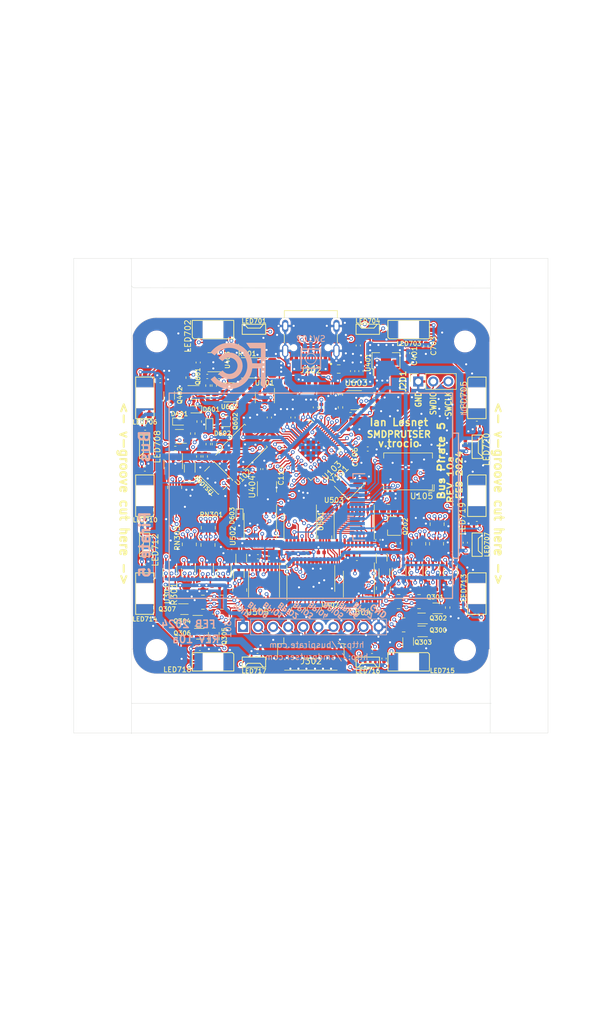
<source format=kicad_pcb>
(kicad_pcb (version 20240108) (generator "pcbnew") (generator_version "8.0")
  (layers (0 "F.Cu" signal) (1 "In1.Cu" signal) (2 "In2.Cu" power) (31 "B.Cu" signal) (34 "B.Paste" user) (35 "F.Paste" user) (36 "B.SilkS" user "B.Silkscreen") (37 "F.SilkS" user "F.Silkscreen") (38 "B.Mask" user) (39 "F.Mask" user) (44 "Edge.Cuts" user))
  (net 0 "")
  (net 1 "GND")
  (net 2 "VREG_VIN")
  (net 3 "VREF_VOUT")
  (net 4 "SWDIO")
  (net 5 "SWCLK")
  (net 6 "BUFDIR0")
  (net 7 "BUFDIR4")
  (net 8 "BPIO0")
  (net 9 "BPIO4")
  (net 10 "BUFDIR1")
  (net 11 "BUFDIR5")
  (net 12 "BPIO1")
  (net 13 "BPIO5")
  (net 14 "BUFDIR2")
  (net 15 "BUFDIR6")
  (net 16 "BPIO2")
  (net 17 "BPIO6")
  (net 18 "BUFDIR3")
  (net 19 "BUFDIR7")
  (net 20 "BPIO3")
  (net 21 "BPIO7")
  (net 22 "BUFIO0")
  (net 23 "BUFIO4")
  (net 24 "BUFIO1")
  (net 25 "BUFIO5")
  (net 26 "BUFIO2")
  (net 27 "BUFIO6")
  (net 28 "BUFIO3")
  (net 29 "BUFIO7")
  (net 30 "USB_D+")
  (net 31 "USB_D-")
  (net 32 "CURRENT_SENSE")
  (net 33 "+3V3")
  (net 34 "+VUSB")
  (net 35 "USB_P")
  (net 36 "USB_N")
  (net 37 "+1V1")
  (net 38 "VREG_OUT")
  (net 39 "DISPLAY_LED-K")
  (net 40 "SPI_CLK")
  (net 41 "SPI_CDO")
  (net 42 "VREG_EN")
  (net 43 "CURRENT_DETECT")
  (net 44 "QSPI_SS")
  (net 45 "AMUX_OUT")
  (net 46 "AMUX_EN")
  (net 47 "SHIFT_EN")
  (net 48 "QSPI_SD3")
  (net 49 "QSPI_SCLK")
  (net 50 "QSPI_SD0")
  (net 51 "QSPI_SD2")
  (net 52 "QSPI_SD1")
  (net 53 "AMUX_S2")
  (net 54 "AMUX_S3")
  (net 55 "AMUX_S1")
  (net 56 "AMUX_S0")
  (net 57 "PULLUP_EN")
  (net 58 "SHIFT_LATCH")
  (net 59 "VREG_ADJ")
  (net 60 "SPI_CDI")
  (net 61 "DISPLAY_DP")
  (net 62 "DISPLAY_CS")
  (net 63 "DISPLAY_RESET")
  (net 64 "DISPLAY_BACKLIGHT")
  (net 65 "CURRENT_RESET")
  (net 66 "CURRENT_EN")
  (net 67 "DAC_CS")
  (net 68 "RGB_CDO")
  (net 69 "LEDS_CDO")
  (net 70 "Net-(U103-XIN)")
  (net 71 "Net-(U103-XOUT)")
  (net 72 "Net-(U103-ADC_AVDD)")
  (net 73 "Net-(U403-ADJ)")
  (net 74 "Net-(U603-+)")
  (net 75 "Net-(U602-+)")
  (net 76 "Net-(D601-A)")
  (net 77 "Net-(D401-A)")
  (net 78 "Net-(D602-A)")
  (net 79 "Net-(J202-VBUS-PadA4B9)")
  (net 80 "Net-(J202-CC1)")
  (net 83 "Net-(J202-CC2)")
  (net 84 "Net-(LED701-DI)")
  (net 85 "Net-(LED701-DO)")
  (net 86 "Net-(LED702-DI)")
  (net 87 "Net-(LED703-DI)")
  (net 88 "Net-(LED703-DO)")
  (net 89 "Net-(R408-Pad1)")
  (net 90 "Net-(LED706-DI)")
  (net 91 "Net-(LED707-DI)")
  (net 92 "Net-(LED707-DO)")
  (net 93 "Net-(LED708-DI)")
  (net 94 "Net-(LED710-DI)")
  (net 95 "Net-(LED712-DI)")
  (net 96 "Net-(LED713-DO)")
  (net 97 "Net-(LED714-DI)")
  (net 98 "Net-(LED715-DO)")
  (net 99 "Net-(LED716-DO)")
  (net 100 "Net-(LED717-DO)")
  (net 101 "Net-(LED719-DI)")
  (net 102 "Net-(Q202-G)")
  (net 103 "Net-(Q202-D)")
  (net 104 "Net-(Q300-D)")
  (net 105 "Net-(Q301-D)")
  (net 106 "Net-(Q302-D)")
  (net 107 "Net-(Q303-D)")
  (net 108 "Net-(Q304-D)")
  (net 109 "Net-(Q305-D)")
  (net 110 "Net-(Q306-D)")
  (net 111 "Net-(Q307-D)")
  (net 112 "Net-(Q401A-C1)")
  (net 113 "Net-(Q401A-B1)")
  (net 114 "Net-(Q601A-C1)")
  (net 115 "Net-(Q601A-B1)")
  (net 116 "Net-(Q601B-B2)")
  (net 117 "Net-(Q602-G)")
  (net 118 "Net-(SW101-A)")
  (net 119 "Net-(U503-B4)")
  (net 120 "Net-(U404--)")
  (net 121 "Net-(U601-+)")
  (net 122 "Net-(U601--)")
  (net 123 "Net-(RN301D-R1.1)")
  (net 124 "Net-(RN301B-R1.1)")
  (net 125 "Net-(RN301C-R1.1)")
  (net 126 "Net-(RN301A-R1.1)")
  (net 127 "Net-(RN304D-R1.1)")
  (net 128 "Net-(RN304B-R1.1)")
  (net 129 "Net-(RN304C-R1.1)")
  (net 130 "Net-(RN304A-R1.1)")
  (net 131 "Net-(RN306D-R1.1)")
  (net 132 "Net-(RN306B-R1.1)")
  (net 133 "Net-(RN306C-R1.1)")
  (net 134 "Net-(RN306A-R1.1)")
  (net 135 "Net-(RN309D-R1.8)")
  (net 136 "Net-(RN309C-R1.8)")
  (net 137 "Net-(RN309A-R1.8)")
  (net 138 "Net-(RN309B-R1.8)")
  (net 139 "Net-(RN315D-R1.8)")
  (net 140 "Net-(RN315C-R1.8)")
  (net 141 "Net-(RN315A-R1.8)")
  (net 142 "Net-(RN315B-R1.8)")
  (net 143 "Net-(RN400D-R1.1)")
  (net 144 "Net-(RN400B-R1.1)")
  (net 145 "Net-(RN400C-R1.1)")
  (net 146 "Net-(RN400A-R1.1)")
  (net 147 "Net-(RN401D-R1.1)")
  (net 148 "Net-(RN401B-R1.1)")
  (net 149 "Net-(RN401C-R1.1)")
  (net 150 "CURRENT_EN_OVERRIDE")
  (net 151 "Net-(RN401A-R1.1)")
  (net 152 "Net-(RN402D-R1.1)")
  (net 153 "BUTTONS")
  (net 154 "VREG_ADJ_MCU")
  (net 155 "CURRENT_ADJ_MCU")
  (net 156 "Net-(RN402B-R1.1)")
  (net 159 "Net-(U402-COM)")
  (net 160 "Net-(U501-QB)")
  (net 161 "Net-(U501-QC)")
  (net 162 "Net-(U501-QD)")
  (net 163 "Net-(U501-QE)")
  (net 164 "Net-(U501-QH)")
  (net 165 "Net-(U501-QH')")
  (net 166 "Net-(U501-QA)")
  (net 167 "SD_CS")
  (net 174 "Net-(U506-+)")
  (net 176 "Net-(RN317D-R1.1)")
  (net 177 "Net-(RN317C-R1.1)")
  (net 178 "Net-(RN317B-R1.1)")
  (net 179 "Net-(RN317A-R1.1)")
  (net 180 "Net-(RN318D-R1.1)")
  (net 181 "Net-(RN318C-R1.1)")
  (net 182 "Net-(RN318B-R1.1)")
  (net 183 "Net-(RN318A-R1.1)")
  (net 184 "MUX_BPIO4")
  (net 185 "MUX_BPIO5")
  (net 186 "MUX_BPIO6")
  (net 187 "MUX_BPIO7")
  (net 188 "MUX_BPIO0")
  (net 189 "MUX_BPIO1")
  (net 190 "MUX_BPIO2")
  (net 191 "MUX_BPIO3")
  (net 192 "MUX_VREF_VOUT")
  (net 195 "Net-(U402-I8)")
  (net 196 "Net-(RN402A-R1.1)")
  (net 197 "Net-(LED705-DO)")
  (footprint "dp-LED:SK6812-mini-e" (layer "F.Cu") (at 113.4 62.1 180)
    (property "Reference" "LED702")
    (property "Value" "SK6812-mini-e")
  )
  (footprint "dp-LED:SK6812-mini-e" (layer "F.Cu") (at 146.4 118.1)
    (property "Reference" "LED715")
    (property "Value" "SK6812-mini-e")
  )
  (footprint "dp-LED:SK6812-mini-e" (layer "F.Cu") (at 101.9 106.6 -90)
    (property "Reference" "LED714")
    (property "Value" "SK6812-mini-e")
  )
  (footprint "dp-LED:SK6812-mini-e" (layer "F.Cu") (at 146.4 62.1 180)
    (property "Reference" "LED703")
    (property "Value" "SK6812-mini-e")
  )
  (footprint "dp-LED:SK6812-mini-e" (layer "F.Cu") (at 157.9 73.6 90)
    (property "Reference" "LED705")
    (property "Value" "SK6812-mini-e")
  )
  (footprint "dp-LED:SK6812-mini-e" (layer "F.Cu") (at 113.4 118.1)
    (property "Reference" "LED718")
    (property "Value" "SK6812-mini-e")
  )
  (footprint "dp-LED:SK6812-mini-e" (layer "F.Cu") (at 101.9 73.6 -90)
    (property "Reference" "LED706")
    (property "Value" "SK6812-mini-e")
  )
  (footprint "dp-LED:SK6812-mini-e" (layer "F.Cu") (at 101.9 90.1 -90)
    (property "Reference" "LED710")
    (property "Value" "SK6812-mini-e")
  )
  (footprint "Capacitor_SMD:C_0402_1005Metric" (layer "F.Cu") (at 146.2 68.1 90)
    (property "Reference" "C402" (hide yes))
    (property "Value" "4.7uF")
  )
  (footprint "Capacitor_SMD:C_0402_1005Metric" (layer "F.Cu") (at 151.405 100.225 -90)
    (property "Reference" "C313" (hide yes))
    (property "Value" "0.1uF")
  )
  (footprint "Capacitor_SMD:C_0402_1005Metric" (layer "F.Cu") (at 145.53 100.3 -90)
    (property "Reference" "C308" (hide yes))
    (property "Value" "0.1uF")
  )
  (footprint "Capacitor_SMD:C_0402_1005Metric" (layer "F.Cu") (at 150.6 105.9 180)
    (property "Reference" "C315" (hide yes))
    (property "Value" "0.1uF")
  )
  (footprint "Capacitor_SMD:C_0402_1005Metric" (layer "F.Cu") (at 128.68 75.22 90)
    (property "Reference" "C107" (hide yes))
    (property "Value" "2.2uF")
  )
  (footprint "Capacitor_SMD:C_0402_1005Metric" (layer "F.Cu") (at 107.03 105.7 -90)
    (property "Reference" "C304" (hide yes))
    (property "Value" "0.1uF")
  )
  (footprint "Capacitor_SMD:C_0402_1005Metric" (layer "F.Cu") (at 126.395574 99.727186 180)
    (property "Reference" "C403" (hide yes))
    (property "Value" "0.1uF")
  )
  (footprint "Capacitor_SMD:C_0402_1005Metric" (layer "F.Cu") (at 154.38 100.25 -90)
    (property "Reference" "C314" (hide yes))
    (property "Value" "0.1uF")
  )
  (footprint "Capacitor_SMD:C_0402_1005Metric" (layer "F.Cu") (at 148.43 100.25 -90)
    (property "Reference" "C309" (hide yes))
    (property "Value" "0.1uF")
  )
  (footprint "Capacitor_SMD:C_0402_1005Metric" (layer "F.Cu") (at 136.75 78.9)
    (property "Reference" "C112" (hide yes))
    (property "Value" "0.1uF")
  )
  (footprint "Capacitor_SMD:C_0402_1005Metric" (layer "F.Cu") (at 129.68 75.22 -90)
    (property "Reference" "C108" (hide yes))
    (property "Value" "2.2uF")
  )
  (footprint "Capacitor_SMD:C_0402_1005Metric" (layer "F.Cu") (at 130.68 75.22 90)
    (property "Reference" "C109" (hide yes))
    (property "Value" "2.2uF")
  )
  (footprint "Capacitor_SMD:C_0402_1005Metric" (layer "F.Cu") (at 126.05 86.73 -90)
    (property "Reference" "C114")
    (property "Value" "0.1uF")
  )
  (footprint "Capacitor_SMD:C_0402_1005Metric" (layer "F.Cu") (at 125.88 76.92 90)
    (property "Reference" "C110" (hide yes))
    (property "Value" "0.1uF")
  )
  (footprint "MountingHole:MountingHole_3.2mm_M3" (layer "F.Cu") (at 155.9 116.1)
    (property "Reference" "H3" (hide yes))
    (property "Value" "MountingHole")
  )
  (footprint "Capacitor_SMD:C_0402_1005Metric" (layer "F.Cu") (at 132.7 75.22 90)
    (property "Reference" "C111" (hide yes))
    (property "Value" "0.1uF")
  )
  (footprint "Capacitor_SMD:C_0402_1005Metric" (layer "F.Cu") (at 139.525 83.25)
    (property "Reference" "C113" (hide yes))
    (property "Value" "0.1uF")
  )
  (footprint "Capacitor_SMD:C_0402_1005Metric" (layer "F.Cu") (at 121.85 76.92 90)
    (property "Reference" "C103" (hide yes))
    (property "Value" "0.1uF")
  )
  (footprint "MountingHole:MountingHole_3.2mm_M3" (layer "F.Cu") (at 155.9 64.1 -90)
    (property "Reference" "H2" (hide yes))
    (property "Value" "MountingHole")
  )
  (footprint "Capacitor_SMD:C_0402_1005Metric" (layer "F.Cu") (at 138.45 85.7)
    (property "Reference" "C106")
    (property "Value" "15pF")
  )
  (footprint "Capacitor_SMD:C_0402_1005Metric" (layer "F.Cu") (at 139.5 82.225)
    (property "Reference" "C118" (hide yes))
    (property "Value" "0.1uF")
  )
  (footprint "MountingHole:MountingHole_3.2mm_M3" (layer "F.Cu") (at 103.9 64.1 -90)
    (property "Reference" "H1" (hide yes))
    (property "Value" "MountingHole")
  )
  (footprint "MountingHole:MountingHole_3.2mm_M3" (layer "F.Cu") (at 103.9 116.1 -90)
    (property "Reference" "H4" (hide yes))
    (property "Value" "MountingHole")
  )
  (footprint "Package_TO_SOT_SMD:SOT-363_SC-70-6" (layer "F.Cu") (at 106.1 103.05 -90)
    (property "Reference" "U301")
    (property "Value" "AiP74LVC1T45GC363.TR")
  )
  (footprint "Package_TO_SOT_SMD:SOT-363_SC-70-6" (layer "F.Cu") (at 115.3 103.15 -90)
    (property "Reference" "U304" (hide yes))
    (property "Value" "AiP74LVC1T45GC363.TR")
  )
  (footprint "Package_TO_SOT_SMD:SOT-363_SC-70-6" (layer "F.Cu") (at 144.78 102.954668 -90)
    (property "Reference" "U305" (hide yes))
    (property "Value" "AiP74LVC1T45GC363.TR")
  )
  (footprint "Package_TO_SOT_SMD:SOT-363_SC-70-6" (layer "F.Cu") (at 150.475 102.925 -90)
    (property "Reference" "U307" (hide yes))
    (property "Value" "AiP74LVC1T45GC363.TR" (hide yes))
  )
  (footprint "Resistor_SMD:R_0402_1005Metric" (layer "F.Cu") (at 129.58 71.54 90)
    (property "Reference" "R203" (hide yes))
    (property "Value" "22R")
  )
  (footprint "Resistor_SMD:R_0402_1005Metric" (layer "F.Cu") (at 130.7 71.54 90)
    (property "Reference" "R202" (hide yes))
    (property "Value" "22R")
  )
  (footprint "Resistor_SMD:R_0402_1005Metric" (layer "F.Cu") (at 124 64.78 90)
    (property "Reference" "R204" (hide yes))
    (property "Value" "5.1K")
  )
  (footprint "Inductor_SMD:L_0805_2012Metric" (layer "F.Cu") (at 134.6 68.75 180)
    (property "Reference" "L201" (hide yes))
    (property "Value" "1.5A")
  )
  (footprint "Capacitor_SMD:C_0402_1005Metric" (layer "F.Cu") (at 157.9 77.9)
    (property "Reference" "C705" (hide yes))
    (property "Value" "0.1uF")
  )
  (footprint "Capacitor_SMD:C_0402_1005Metric" (layer "F.Cu") (at 101.95 78.7 180)
    (property "Reference" "C708" (hide yes))
    (property "Value" "0.1uF")
  )
  (footprint "Capacitor_SMD:C_0402_1005Metric" (layer "F.Cu") (at 137.9 64.78 90)
    (property "Reference" "C704" (hide yes))
    (property "Value" "0.1uF")
  )
  (footprint "Capacitor_SMD:C_0402_1005Metric" (layer "F.Cu") (at 104.5 70.7 180)
    (property "Reference" "C706" (hide yes))
    (property "Value" "0.1uF")
  )
  (footprint "Capacitor_SMD:C_0402_1005Metric" (layer "F.Cu") (at 101.9 85.6 180)
    (property "Reference" "C710" (hide yes))
    (property "Value" "0.1uF")
  )
  (footprint "Capacitor_SMD:C_0402_1005Metric" (layer "F.Cu") (at 101.9 95.1 180)
    (property "Reference" "C712" (hide yes))
    (property "Value" "0.1uF")
  )
  (footprint "Capacitor_SMD:C_0402_1005Metric" (layer "F.Cu") (at 149.3 64.85 90)
    (property "Reference" "C703")
    (property "Value" "0.1uF")
  )
  (footprint "Capacitor_SMD:C_0402_1005Metric" (layer "F.Cu") (at 120.85 64.78 90)
    (property "Reference" "C701" (hide yes))
    (property "Value" "0.1uF")
  )
  (footprint "Capacitor_SMD:C_0402_1005Metric" (layer "F.Cu") (at 124.88 76.92 90)
    (property "Reference" "C117" (hide yes))
    (property "Value" "0.1uF")
  )
  (footprint "Resistor_SMD:R_0402_1005Metric" (layer "F.Cu") (at 131.68 75.22 -90)
    (property "Reference" "R103" (hide yes))
    (property "Value" "200R")
  )
  (footprint "Capacitor_SMD:C_0402_1005Metric" (layer "F.Cu") (at 122.9 76.92 90)
    (property "Reference" "C104" (hide yes))
    (property "Value" "2.2uF")
  )
  (footprint "RP_Silicon:RP2040-QFN-56" (layer "F.Cu") (at 129.9 82.43 45)
    (property "Reference" "U103")
    (property "Value" "RP2040")
  )
  (footprint "Capacitor_SMD:C_0402_1005Metric" (layer "F.Cu") (at 136.95 69.1 -90)
    (property "Reference" "C202" (hide yes))
    (property "Value" "4.7uF")
  )
  (footprint "Capacitor_SMD:C_0402_1005Metric" (layer "F.Cu") (at 138.35 69.1 -90)
    (property "Reference" "C201" (hide yes))
    (property "Value" "4.7uF")
  )
  (footprint "Capacitor_SMD:C_0402_1005Metric" (layer "F.Cu") (at 129.158596 99.73719)
    (property "Reference" "C501" (hide yes))
    (property "Value" "0.1uF")
  )
  (footprint "Package_SO:TSSOP-16_4.4x5mm_P0.65mm" (layer "F.Cu") (at 128.1 95.25 -90)
    (property "Reference" "U501")
    (property "Value" "AIP74HC595TA")
  )
  (footprint "Capacitor_SMD:C_0402_1005Metric" (layer "F.Cu") (at 126.88 76.92 90)
    (property "Reference" "C116" (hide yes))
    (property "Value" "0.1uF")
  )
  (footprint "Resistor_SMD:R_Array_Convex_4x0402" (layer "F.Cu") (at 112.55 98.4 90)
    (property "Reference" "RN302" (hide yes))
    (property "Value" "1M")
  )
  (footprint "Resistor_SMD:R_0805_2012Metric" (layer "F.Cu") (at 143 92.3 180)
    (property "Reference" "R209" (hide yes))
    (property "Value" "33R")
  )
  (footprint "Resistor_SMD:R_Array_Convex_4x0402" (layer "F.Cu") (at 151.1 98.2 90)
    (property "Reference" "RN307" (hide yes))
    (property "Value" "1M")
  )
  (footprint "Package_SO:SOP-8_5.28x5.23mm_P1.27mm" (layer "F.Cu") (at 118.7 81.9 45)
    (property "Reference" "U102")
    (property "Value" "W25Q128JVSIQ")
  )
  (footprint "Resistor_SMD:R_0402_1005Metric" (layer "F.Cu") (at 112.08 83.48 -90)
    (property "Reference" "R101" (hide yes))
    (property "Value" "1K")
  )
  (footprint "Fiducial:Fiducial_1mm_Mask2mm" (layer "F.Cu") (at 158.6 68.05 -90)
    (property "Reference" "FID1" (hide yes))
    (property "Value" "Fiducial")
  )
  (footprint "Fiducial:Fiducial_1mm_Mask2mm" (layer "F.Cu") (at 101.05 112.3 -90)
    (property "Reference" "FID2" (hide yes))
    (property "Value" "Fiducial")
  )
  (footprint "Capacitor_SMD:C_0402_1005Metric" (layer "F.Cu") (at 142.247961 117.550141 -90)
    (property "Reference" "C715" (hide yes))
    (property "Value" "0.1uF")
  )
  (footprint "Capacitor_SMD:C_0402_1005Metric" (layer "F.Cu") (at 101.9 102.2 180)
    (property "Reference" "C714" (hide yes))
    (property "Value" "0.1uF")
  )
  (footprint "Capacitor_SMD:C_0402_1005Metric" (layer "F.Cu") (at 140.208 116.332 180)
    (property "Reference" "C716" (hide yes))
    (property "Value" "0.1uF")
  )
  (footprint "Capacitor_SMD:C_0402_1005Metric" (layer "F.Cu") (at 120.904 116.332 180)
    (property "Reference" "C717" (hide yes))
    (property "Value" "0.1uF")
  )
  (footprint "Capacitor_SMD:C_0402_1005Metric" (layer "F.Cu") (at 111.179494 115.831572 180)
    (property "Reference" "C718" (hide yes))
    (property "Value" "0.1uF")
  )
  (footprint "Capacitor_SMD:C_0402_1005Metric" (layer "F.Cu") (at 124.627951 99.078197 90)
    (property "Reference" "C502" (hide yes))
    (property "Value" "0.1uF")
  )
  (footprint "Capacitor_SMD:C_0402_1005Metric" (layer "F.Cu") (at 146.2 66.05 -90)
    (property "Reference" "C401")
    (property "Value" "4.7uF")
  )
  (footprint "Connector_PinSocket_2.54mm:PinSocket_1x03_P2.54mm_Vertical" (layer "F.Cu") (at 148.01 70.85 90)
    (property "Reference" "J201")
    (property "Value" "Conn_01x03")
  )
  (footprint "Resistor_SMD:R_0402_1005Metric" (layer "F.Cu") (at 111 83.48 90)
    (property "Reference" "R102" (hide yes))
    (property "Value" "DNF")
  )
  (footprint "Fiducial:Fiducial_1mm_Mask2mm" (layer "F.Cu") (at 108 67.5)
    (property "Reference" "FID4" (hide yes))
    (property "Value" "Fiducial")
  )
  (footprint "Fiducial:Fiducial_1mm_Mask2mm" (layer "F.Cu") (at 150.4 78.5)
    (property "Reference" "FID5" (hide yes))
    (property "Value" "Fiducial")
  )
  (footprint "Fiducial:Fiducial_1mm_Mask2mm" (layer "F.Cu") (at 158.55 112.15)
    (property "Reference" "FID3" (hide yes))
    (property "Value" "Fiducial")
  )
  (footprint "Capacitor_SMD:C_0402_1005Metric" (layer "F.Cu") (at 155.65 108.95 90)
    (property "Reference" "C713" (hide yes))
    (property "Value" "0.1uF")
  )
  (footprint "Resistor_SMD:R_0402_1005Metric" (layer "F.Cu") (at 135.8 64.78 90)
    (property "Reference" "R201" (hide yes))
    (property "Value" "5.1K")
  )
  (footprint "Connector_JST:JST_SH_SM09B-SRSS-TB_1x09-1MP_P1.00mm_Horizontal" (layer "F.Cu") (at 129.9 116.82)
    (property "Reference" "J302")
    (property "Value" "Conn_01x09")
  )
  (footprint "Package_SO:TSSOP-20_4.4x6.5mm_P0.65mm" (layer "F.Cu") (at 137.22 95.25 -90)
    (property "Reference" "U503")
    (property "Value" "AIP74HCT245TA")
  )
  (footprint "Capacitor_SMD:C_0402_1005Metric" (layer "F.Cu") (at 122.17 85.62 90)
    (property "Reference" "C406" (hide yes))
    (property "Value" "0.1uF")
  )
  (footprint "Crystal:Crystal_SMD_3225-4Pin_3.2x2.5mm" (layer "F.Cu") (at 136.45 88.25 45)
    (property "Reference" "Y101")
    (property "Value" "12Mhz")
  )
  (footprint "Resistor_SMD:R_0402_1005Metric" (layer "F.Cu") (at 117.8645 96.52 90)
    (property "Reference" "R501" (hide yes))
    (property "Value" "10K")
  )
  (footprint "Resistor_SMD:R_0402_1005Metric" (layer "F.Cu") (at 131.657023 99.660448)
    (property "Reference" "R402" (hide yes))
    (property "Value" "10K")
  )
  (footprint "Capacitor_SMD:C_0402_1005Metric" (layer "F.Cu") (at 121.07 85.62 -90)
    (property "Reference" "C405" (hide yes))
    (property "Value" "2.2uF")
  )
  (footprint "Resistor_SMD:R_0402_1005Metric" (layer "F.Cu") (at 125.35 90)
    (property "Reference" "R406" (hide yes))
    (property "Value" "10K")
  )
  (footprint "Capacitor_SMD:C_0402_1005Metric" (layer "F.Cu") (at 123.1 83.5 90)
    (property "Reference" "C115" (hide yes))
    (property "Value" "0.1uF")
  )
  (footprint "Package_TO_SOT_SMD:SOT-23" (layer "F.Cu") (at 143.6 95.2 180)
    (property "Reference" "Q202")
    (property "Value" "MMBT7002K")
  )
  (footprint "Capacitor_SMD:C_0402_1005Metric" (layer "F.Cu") (at 138.72 90.02)
    (property "Reference" "C105" (hide yes))
    (property "Value" "15pF")
  )
  (footprint "Button_Switch_SMD:SW_SPST_PTS810" (layer "F.Cu") (at 113.95 87.12 -45)
    (property "Reference" "SW101" (hide yes))
    (property "Value" "SW_SPST")
  )
  (footprint "Diode_SMD:D_SOD-523" (layer "F.Cu") (at 110.35 75.55 180)
    (property "Reference" "D601")
    (property "Value" "1N4148WT")
  )
  (footprint "Capacitor_SMD:C_0402_1005Metric" (layer "F.Cu") (at 155.956 98.016 -90)
    (property "Reference" "C707" (hide yes))
    (property "Value" "0.1uF")
  )
  (footprint "Capacitor_SMD:C_0402_1005Metric" (layer "F.Cu") (at 125.1 74.65)
    (property "Reference" "C601" (hide yes))
    (property "Value" "2.2uF")
  )
  (footprint "Capacitor_SMD:C_0402_1005Metric" (layer "F.Cu") (at 125.085 73.55 180)
    (property "Reference" "C602" (hide yes))
    (property "Value" "0.1uF")
  )
  (footprint "Resistor_SMD:R_0402_1005Metric" (layer "F.Cu") (at 113.42 64.75 90)
    (property "Reference" "R405" (hide yes))
    (property "Value" "33K")
  )
  (footprint "Resistor_SMD:R_0402_1005Metric" (layer "F.Cu") (at 109.98 79.63 90)
    (property "Reference" "R410" (hide yes))
    (property "Value" "10K")
  )
  (footprint "Resistor_SMD:R_0402_1005Metric" (layer "F.Cu") (at 111.07 77.6 -90)
    (property "Reference" "R409" (hide yes))
    (property "Value" "33K")
  )
  (footprint "Resistor_SMD:R_0402_1005Metric" (layer "F.Cu") (at 109.98 77.6 -90)
    (property "Reference" "R408" (hide yes))
    (property "Value" "33K")
  )
  (footprint "Resistor_SMD:R_0402_1005Metric" (layer "F.Cu") (at 111.07 79.63 90)
    (property "Reference" "R412" (hide yes))
    (property "Value" "100K")
  )
  (footprint "Resistor_SMD:R_0402_1005Metric" (layer "F.Cu") (at 109.22 70.2 -90)
    (property "Reference" "R611" (hide yes))
    (property "Value" "10K")
  )
  (footprint "Resistor_SMD:R_0402_1005Metric" (layer "F.Cu") (at 112.55 73.56 90)
    (property "Reference" "R609" (hide yes))
    (property "Value" "10K")
  )
  (footprint "Resistor_SMD:R_0402_1005Metric" (layer "F.Cu") (at 112.55 71.54 -90)
    (property "Reference" "R608" (hide yes))
    (property "Value" "200R")
  )
  (footprint "Capacitor_SMD:C_0402_1005Metric" (layer "F.Cu") (at 114.41 70 180)
    (property "Reference" "C404" (hide yes))
    (property "Value" "4.7uF")
  )
  (footprint "Resistor_SMD:R_0402_1005Metric" (layer "F.Cu") (at 111.99 64.75 -90)
    (property "Reference" "R403" (hide yes))
    (property "Value" "102K")
  )
  (footprint "Resistor_SMD:R_0402_1005Metric" (layer "F.Cu") (at 119.63 73.56 90)
    (property "Reference" "R605" (hide yes))
    (property "Value" "33K")
  )
  (footprint "Resistor_SMD:R_2512_6332Metric_Pad1.40x3.35mm_HandSolder" (layer "F.Cu") (at 120.35 68.55 180)
    (property "Reference" "R601")
    (property "Value" "0R2")
  )
  (footprint "Resistor_SMD:R_0402_1005Metric" (layer "F.Cu") (at 124.6 71.54 90)
    (property "Reference" "R602" (hide yes))
    (property "Value" "1K")
  )
  (footprint "Resistor_SMD:R_0402_1005Metric" (layer "F.Cu") (at 125.7 71.55 -90)
    (property "Reference" "R604" (hide yes))
    (property "Value" "33K")
  )
  (footprint "Resistor_SMD:R_0402_1005Metric" (layer "F.Cu") (at 118.6 73.56 -90)
    (property "Reference" "R606" (hide yes))
    (property "Value" "10K")
  )
  (footprint "Capacitor_SMD:C_0402_1005Metric" (layer "F.Cu") (at 118.6 71.55 -90)
    (property "Reference" "C603" (hide yes))
    (property "Value" "DNF")
  )
  (footprint "Capacitor_SMD:C_0402_1005Metric" (layer "F.Cu") (at 113.6 73.56 90)
    (property "Reference" "C605" (hide yes))
    (property "Value" "0.1uF")
  )
  (footprint "Resistor_SMD:R_0402_1005Metric" (layer "F.Cu") (at 119.65 71.54 90)
    (property "Reference" "R603" (hide yes))
    (property "Value" "1K")
  )
  (footprint "Resistor_SMD:R_0402_1005Metric" (layer "F.Cu") (at 113.6 71.54 90)
    (property "Reference" "R610" (hide yes))
    (property "Value" "10K")
  )
  (footprint "Capacitor_SMD:C_0402_1005Metric" (layer "F.Cu") (at 117.35 64.65 90)
    (property "Reference" "C702" (hide yes))
    (property "Value" "0.1uF")
  )
  (footprint "Package_TO_SOT_SMD:SOT-523" (layer "F.Cu") (at 106 73.21 90)
    (property "Reference" "Q402")
    (property "Value" "SI2301")
  )
  (footprint "Resistor_SMD:R_0402_1005Metric" (layer "F.Cu") (at 112.6 81.4 -90)
    (property "Reference" "R613" (hide yes))
    (property "Value" "10K")
  )
  (footprint "Resistor_SMD:R_0402_1005Metric" (layer "F.Cu") (at 113.65 81.4 -90)
    (property "Reference" "R612" (hide yes))
    (property "Value" "200R")
  )
  (footprint "Capacitor_SMD:C_0402_1005Metric" (layer "F.Cu") (at 112.43 70)
    (property "Reference" "C407" (hide yes))
    (property "Value" "4.7uF")
  )
  (footprint "Resistor_SMD:R_0402_1005Metric" (layer "F.Cu") (at 114.85 64.75 90)
    (property "Reference" "R401" (hide yes))
    (property "Value" "100K")
  )
  (footprint "Package_TO_SOT_SMD:SOT-23-5" (layer "F.Cu") (at 113.42 67.6 180)
    (property "Reference" "U403")
    (property "Value" "AP2127")
  )
  (footprint "Package_TO_SOT_SMD:SOT-363_SC-70-6" (layer "F.Cu") (at 110.35 72.7)
    (property "Reference" "Q601")
    (property "Value" "MMDT3906")
  )
  (footprint "Package_TO_SOT_SMD:SOT-363_SC-70-6" (layer "F.Cu") (at 107.73 80.1 180)
    (property "Reference" "Q401" (hide yes))
    (property "Value" "BCM857")
  )
  (footprint "Diode_SMD:D_SOD-523" (layer "F.Cu") (at 107.73 77.6)
    (property "Reference" "D401")
    (property "Value" "1N4148WT")
  )
  (footprint "Resistor_SMD:R_Array_Convex_4x0402" (layer "F.Cu") (at 144.7 107.95)
    (property "Reference" "RN309" (hide yes))
    (property "Value" "330R")
  )
  (footprint "Package_SO:TSSOP-24_4.4x7.8mm_P0.65mm" (layer "F.Cu") (at 129.9 104.05 90)
    (property "Reference" "U402")
    (property "Value" "CD4067")
  )
  (footprint "Package_TO_SOT_SMD:SOT-363_SC-70-6" (layer "F.Cu") (at 147.648865 102.927768 -90)
    (property "Reference" "U306" (hide yes))
    (property "Value" "AiP74LVC1T45GC363.TR")
  )
  (footprint "Capacitor_SMD:C_0402_1005Metric" (layer "F.Cu") (at 145 105.9 180)
    (property "Reference" "C311" (hide yes))
    (property "Value" "0.1uF")
  )
  (footprint "Resistor_SMD:R_0402_1005Metric" (layer "F.Cu") (at 144.6 98.1 90)
    (property "Reference" "R208" (hide yes))
    (property "Value" "200R")
  )
  (footprint "Capacitor_SMD:C_0402_1005Metric" (layer "F.Cu") (at 148 105.9 180)
    (property "Reference" "C312" (hide yes))
    (property "Value" "0.1uF")
  )
  (footprint "Resistor_SMD:R_Array_Convex_4x0402" (layer "F.Cu") (at 109.4 98.3 90)
    (property "Reference" "RN303")
    (property "Value" "100K")
  )
  (footprint "Capacitor_SMD:C_0402_1005Metric" (layer "F.Cu") (at 141.224 97.536 -90)
    (property "Reference" "C503" (hide yes))
    (property "Value" "0.1uF")
  )
  (footprint "Package_TO_SOT_SMD:SOT-363_SC-70-6" (layer "F.Cu") (at 112.3 103.15 -90)
    (property "Reference" "U303" (hide yes))
    (property "Value" "AiP74LVC1T45GC363.TR")
  )
  (footprint "Resistor_SMD:R_Array_Convex_4x0402" (layer "F.Cu") (at 148.1 98.2 90)
    (property "Reference" "RN308" (hide yes))
    (property "Value" "100K")
  )
  (footprint "Resistor_SMD:R_Array_Convex_4x0402" (layer "F.Cu") (at 112.6 95.5 90)
    (property "Reference" "RN301")
    (property "Value" "330R")
  )
  (footprint "Package_TO_SOT_SMD:SOT-363_SC-70-6" (layer "F.Cu") (at 109.25 103.05 -90)
    (property "Reference" "U302" (hide yes))
    (property "Value" "AiP74LVC1T45GC363.TR")
  )
  (footprint "Capacitor_SMD:C_0402_1005Metric" (layer "F.Cu") (at 113.23 105.8 -90)
    (property "Reference" "C306" (hide yes))
    (property "Value" "0.1uF")
  )
  (footprint "Capacitor_SMD:C_0402_1005Metric" (layer "F.Cu") (at 116.2 100.3 -90)
    (property "Reference" "C307" (hide yes))
    (property "Value" "0.1uF")
  )
  (footprint "Capacitor_SMD:C_0402_1005Metric" (layer "F.Cu") (at 107.03 100.35 -90)
    (property "Reference" "C301" (hide yes))
    (property "Value" "0.1uF")
  )
  (footprint "Capacitor_SMD:C_0402_1005Metric" (layer "F.Cu") (at 110.18 100.35 -90)
    (property "Reference" "C302" (hide yes))
    (property "Value" "0.1uF")
  )
  (footprint "Capacitor_SMD:C_0402_1005Metric" (layer "F.Cu") (at 110.18 105.7 -90)
    (property "Reference" "C305" (hide yes))
    (property "Value" "0.1uF")
  )
  (footprint "Capacitor_SMD:C_0402_1005Metric" (layer "F.Cu") (at 113.23 100.45 -90)
    (property "Reference" "C303" (hide yes))
    (property "Value" "0.1uF")
  )
  (footprint "Resistor_SMD:R_Array_Convex_4x0402" (layer "F.Cu") (at 151.2 94.9 90)
    (property "Reference" "RN306" (hide yes))
    (property "Value" "330R")
  )
  (footprint "Resistor_SMD:R_Array_Convex_4x0402" (layer "F.Cu") (at 111.7 108.05 180)
    (property "Reference" "RN304" (hide yes))
    (property "Value" "1M")
  )
  (footprint "Package_TO_SOT_SMD:SOT-363_SC-70-6" (layer "F.Cu") (at 153.45 102.95 -90)
    (property "Reference" "U308" (hide yes))
    (property "Value" "AiP74LVC1T45GC363.TR")
  )
  (footprint "dp-LED:SK6812-mini-e" (layer "F.Cu") (at 157.9 106.6 90)
    (property "Reference" "LED713")
    (property "Value" "SK6812-mini-e")
  )
  (footprint "usb-c:HRO_TYPE-C-31-M-12" (layer "F.Cu") (at 129.9 61.5 180)
    (property "Reference" "J202")
    (property "Value" "TYPE-C-31-M-12")
  )
  (footprint "Package_SO:TSSOP-16_4.4x5mm_P0.65mm" (layer "F.Cu") (at 121.3755 95.25 -90)
    (property "Reference" "U502")
    (property "Value" "AIP74HC595TA")
  )
  (footprint "Capacitor_SMD:C_0402_1005Metric" (layer "F.Cu") (at 153.7 105.9 180)
    (property "Reference" "C316" (hide yes))
    (property "Value" "0.1uF")
  )
  (footprint "dp-LED:SK6812-side-a_b" (layer "F.Cu") (at 157.9 98.35 90)
    (property "Reference" "LED707")
    (property "Value" "SK6812-side-a_b")
  )
  (footprint "dp-LED:SK6812-side-a_b" (layer "F.Cu") (at 139.5 118.1)
    (property "Reference" "LED716")
    (property "Value" "SK6812-side-a_b")
  )
  (footprint "dp-LED:SK6812-side-a_b" (layer "F.Cu") (at 120.3 118.1)
    (property "Reference" "LED717")
    (property "Value" "SK6812-side-a_b")
  )
  (footprint "dp-LED:SK6812-side-a_b" (layer "F.Cu") (at 101.9 98.35 -90)
    (property "Reference" "LED712")
    (property "Value" "SK6812-side-a_b")
  )
  (footprint "dp-LED:SK6812-side-a_b" (layer "F.Cu") (at 101.9 81.85 -90)
    (property "Reference" "LED708")
    (property "Value" "SK6812-side-a_b")
  )
  (footprint "dp-LED:SK6812-side-a_b" (layer "F.Cu") (at 120.3 62.1 180)
    (property "Reference" "LED701")
    (property "Value" "SK6812-side-a_b")
  )
  (footprint "dp-LED:SK6812-side-a_b" (layer "F.Cu") (at 139.5 62.1 180)
    (property "Reference" "LED704")
    (property "Value" "SK6812-side-a_b")
  )
  (footprint "Resistor_SMD:R_Array_Convex_4x0402" (layer "F.Cu") (at 132.25 97.1 90)
    (property "Reference" "RN315" (hide yes))
    (property "Value" "510R")
  )
  (footprint "Resistor_SMD:R_Array_Convex_4x0402" (layer "F.Cu") (at 148.15 107.95)
    (property "Reference" "RN310" (hide yes))
    (property "Value" "1M")
  )
  (footprint "Resistor_SMD:R_Array_Convex_4x0402" (layer "F.Cu") (at 114.9 108.05 180)
    (property "Reference" "RN305" (hide yes))
    (property "Value" "330R")
  )
  (footprint "Resistor_SMD:R_0402_1005Metric" (layer "F.Cu") (at 135.275327 100.1301 90)
    (property "Reference" "R316" (hide yes))
    (property "Value" "510R")
  )
  (footprint "Capacitor_SMD:C_0402_1005Metric" (layer "F.Cu") (at 115 105.35 180)
    (property "Reference" "C310" (hide yes))
    (property "Value" "0.1uF")
  )
  (footprint "Diode_SMD:D_SOD-523" (layer "F.Cu") (at 117.8645 93.472 -90)
    (property "Reference" "D603")
    (property "Value" "1N4148WT")
  )
  (footprint "Package_TO_SOT_SMD:SOT-523" (layer "F.Cu") (at 115.3 77.55 180)
    (property "Reference" "Q602")
    (property "Value" "SI2301")
  )
  (footprint "Capacitor_SMD:C_0402_1005Metric" (layer "F.Cu") (at 140.6 73.05)
    (property "Reference" "C413" (hide yes))
    (property "Value" "2.2uF")
  )
  (footprint "Capacitor_SMD:C_0402_1005Metric" (layer "F.Cu") (at 140.6 74.1 180)
    (property "Reference" "C414" (hide yes))
    (property "Value" "0.1uF")
  )
  (footprint "Capacitor_SMD:C_0402_1005Metric" (layer "F.Cu") (at 134.9 73.1 -90)
    (property "Reference" "C415" (hide yes))
    (property "Value" "0.1uF")
  )
  (footprint "Capacitor_SMD:C_0402_1005Metric" (layer "F.Cu") (at 140.6 75.3 180)
    (property "Reference" "C416" (hide yes))
    (property "Value" "0.1uF")
  )
  (footprint "Resistor_SMD:R_0402_1005Metric" (layer "F.Cu") (at 134.9 75.22 -90)
    (property "Reference" "R414" (hide yes))
    (property "Value" "10K")
  )
  (footprint "Resistor_SMD:R_0402_1005Metric" (layer "F.Cu") (at 136.6 76.45 180)
    (property "Reference" "R415" (hide yes))
    (property "Value" "10K")
  )
  (footprint "Package_TO_SOT_SMD:SOT-89-3" (layer "F.Cu") (at 142.57 67.65 90)
    (property "Reference" "U401")
    (property "Value" "ME6211A33PG-N")
  )
  (footprint "Capacitor_SMD:C_0402_1005Metric" (layer "F.Cu") (at 110.9 67.65 90)
    (property "Reference" "C408" (hide yes))
    (property "Value" "120pF")
  )
  (footprint "Resistor_SMD:R_0402_1005Metric" (layer "F.Cu") (at 110.9 65.7 90)
    (property "Reference" "R404" (hide yes))
    (property "Value" "133K")
  )
  (footprint "Diode_SMD:D_SOD-523" (layer "F.Cu") (at 112.8 78.25 -90)
    (property "Reference" "D602")
    (property "Value" "1N4148WT")
  )
  (footprint "Package_TO_SOT_SMD:SOT-23-5" (layer "F.Cu") (at 116.1 72.68 180)
    (property "Reference" "U602")
    (property "Value" "LMV331")
  )
  (footprint "Package_TO_SOT_SMD:SOT-523" (layer "F.Cu") (at 151.12 109.085 180)
    (property "Reference" "Q301")
    (property "Value" "SI2301")
  )
  (footprint "Package_TO_SOT_SMD:SOT-523" (layer "F.Cu") (at 148.58 110.784269 180)
    (property "Reference" "Q302")
    (property "Value" "SI2301")
  )
  (footprint "Package_TO_SOT_SMD:SOT-523" (layer "F.Cu") (at 146.312 114.671 90)
    (property "Reference" "Q303")
    (property "Value" "SI2301")
  )
  (footprint "Resistor_SMD:R_0402_1005Metric" (layer "F.Cu") (at 152.977573 108.956257 90)
    (property "Reference" "R313" (hide yes))
    (property "Value" "10K")
  )
  (footprint "Package_TO_SOT_SMD:SOT-523" (layer "F.Cu") (at 148.581608 112.96611 180)
    (property "Reference" "Q300")
    (property "Value" "SI2301")
  )
  (footprint "Resistor_SMD:R_Array_Convex_4x0402" (layer "F.Cu") (at 145.55 111.875)
    (property "Reference" "RN311" (hide yes))
    (property "Value" "10K")
  )
  (footprint "Resistor_SMD:R_Array_Convex_4x0402" (layer "F.Cu") (at 113.53 111.24 180)
    (property "Reference" "RN312" (hide yes))
    (property "Value" "10K")
  )
  (footprint "Package_TO_SOT_SMD:SOT-523" (layer "F.Cu") (at 110.992709 111.17921)
    (property "Reference" "Q304")
    (property "Value" "SI2301")
  )
  (footprint "Package_TO_SOT_SMD:SOT-523" (layer "F.Cu") (at 113.525614 113.783421 90)
    (property "Reference" "Q305")
    (property "Value" "SI2301")
  )
  (footprint "Package_TO_SOT_SMD:SOT-523" (layer "F.Cu") (at 111.250195 113.373968)
    (property "Reference" "Q306")
    (property "Value" "SI2301")
  )
  (footprint "Package_TO_SOT_SMD:SOT-523" (layer "F.Cu") (at 108.575 109.22)
    (property "Reference" "Q307")
    (property "Value" "SI2301")
  )
  (footprint "Resistor_SMD:R_Array_Convex_4x0402" (layer "F.Cu") (at 130.49 109.15 -90)
    (property "Reference" "RN400" (hide yes))
    (property "Value" "510R")
  )
  (footprint "Resistor_SMD:R_Array_Convex_4x0402" (layer "F.Cu") (at 127.83 109.15 -90)
    (property "Reference" "RN401" (hide yes))
    (property "Value" "510R")
  )
  (footprint "Resistor_SMD:R_Array_Convex_4x0402" (layer "F.Cu") (at 106.923997 88.666082 90)
    (property "Reference" "RN402" (hide yes))
    (property "Value" "510R")
  )
  (footprint "Package_TO_SOT_SMD:SOT-23-5" (layer "F.Cu") (at 122.15 73.56 -90)
    (property "Reference" "U601")
    (property "Value" "LMV321A")
  )
  (footprint "Package_TO_SOT_SMD:SOT-23-5" (layer "F.Cu") (at 137.55 74)
    (property "Reference" "U603")
    (property "Value" "LMV321")
  )
  (footprint "Package_TO_SOT_SMD:SOT-23-5" (layer "F.Cu") (at 122.5 88.6 90)
    (property "Reference" "U404")
    (property "Value" "LMV321")
  )
  (footprint "Resistor_SMD:R_0402_1005Metric" (layer "F.Cu") (at 125.344184 88.913667)
    (property "Reference" "R407" (hide yes))
    (property "Value" "10K")
  )
  (footprint "Capacitor_SMD:C_0402_1005Metric" (layer "F.Cu") (at 157.9 94.8)
    (property "Reference" "C719" (hide yes))
    (property "Value" "0.1uF")
  )
  (footprint "dp-LED:SK6812-mini-e" (layer "F.Cu") (at 157.9 90.1 90)
    (property "Reference" "LED719")
    (property "Value" "SK6812-mini-e")
  )
  (footprint "Capacitor_SMD:C_0402_1005Metric" (layer "F.Cu") (at 142.8 89.8)
    (property "Reference" "C121" (hide yes))
    (property "Value" "0.1uF")
  )
  (footprint "dp-memory:U-PDFN-8" (layer "F.Cu") (at 146.3 86 180)
    (property "Reference" "U105")
    (property "Value" "MT29F1G01ABAFDWB")
  )
  (footprint "Resistor_SMD:R_0402_1005Metric" (layer "F.Cu") (at 154.3 91.61 90)
    (property "Reference" "R502" (hide yes))
    (property "Value" "1K")
  )
  (footprint "dp-LED:SK6812-side-a_b" (layer "F.Cu") (at 157.9 81.85 90)
    (property "Reference" "LED720")
    (property "Value" "SK6812-side-a_b")
  )
  (footprint "Resistor_SMD:R_0402_1005Metric" (layer "F.Cu") (at 105.664 106.678 -90)
    (property "Reference" "R301")
    (property "Value" "10K")
  )
  (footprint "Capacitor_SMD:C_0402_1005Metric" (layer "F.Cu") (at 155.956 81.28 -90)
    (property "Reference" "C720" (hide yes))
    (property "Value" "0.1uF")
  )
  (footprint "Package_SO:TSSOP-14_4.4x5mm_P0.65mm" (layer "F.Cu") (at 138 105 -90)
    (property "Reference" "U504")
    (property "Value" "LMV324")
  )
  (footprint "Resistor_SMD:R_0402_1005Metric" (layer "F.Cu") (at 125.233892 101.602 90)
    (property "Reference" "R320" (hide yes))
    (property "Value" "510R")
  )
  (footprint "Capacitor_SMD:C_0402_1005Metric" (layer "F.Cu") (at 109.920864 87.790789 90)
    (property "Reference" "C504" (hide yes))
    (property "Value" "2.2uF")
  )
  (footprint "Capacitor_SMD:C_0402_1005Metric" (layer "F.Cu") (at 137.668 99.697012)
    (property "Reference" "C507" (hide yes))
    (property "Value" "2.2uF")
  )
  (footprint "Package_TO_SOT_SMD:SOT-523" (layer "F.Cu") (at 117.750123 103.261 90)
    (property "Reference" "D503" (hide yes))
    (property "Value" "BAS40T-05")
  )
  (footprint "Package_TO_SOT_SMD:SOT-523" (layer "F.Cu") (at 118.160849 100.584 90)
    (property "Reference" "D504" (hide yes))
    (property "Value" "BAS40T-05")
  )
  (footprint "Capacitor_SMD:C_0402_1005Metric" (layer "F.Cu") (at 108.925662 87.779471 -90)
    (property "Reference" "C506" (hide yes))
    (property "Value" "0.1uF")
  )
  (footprint "Package_SO:TSSOP-14_4.4x5mm_P0.65mm" (layer "F.Cu") (at 122 105 -90)
    (property "Reference" "U505")
    (property "Value" "LMV324")
  )
  (footprint "Resistor_SMD:R_0402_1005Metric" (layer "F.Cu") (at 107.033715 82.151918 180)
    (property "Reference" "R319" (hide yes))
    (property "Value" "100K")
  )
  (footprint "Package_TO_SOT_SMD:SOT-523" (layer "F.Cu") (at 109.470791 85.500144 -90)
    (property "Reference" "D500" (hide yes))
    (property "Value" "BAS40T-05")
  )
  (footprint "Capacitor_SMD:C_0402_1005Metric" (layer "F.Cu") (at 120.967149 100.389462)
    (property "Reference" "C509" (hide yes))
    (property "Value" "2.2uF")
  )
  (footprint "Capacitor_SMD:C_0402_1005Metric" (layer "F.Cu") (at 122.847008 100.646986 180)
    (property "Reference" "C510" (hide yes))
    (property "Value" "0.1uF")
  )
  (footprint "Package_TO_SOT_SMD:SOT-523" (layer "F.Cu") (at 141.842965 100.48972 90)
    (property "Reference" "D501" (hide yes))
    (property "Value" "BAS40T-05")
  )
  (footprint "Package_TO_SOT_SMD:SOT-523" (layer "F.Cu") (at 142.303512 103.051295 90)
    (property "Reference" "D502" (hide yes))
    (property "Value" "BAS40T-05")
  )
  (footprint "Capacitor_SMD:C_0402_1005Metric" (layer "F.Cu") (at 137.668 100.665442)
    (property "Reference" "C508" (hide yes))
    (property "Value" "0.1uF")
  )
  (footprint "Resistor_SMD:R_Array_Convex_4x0402" (layer "F.Cu") (at 117.9 106 -90)
    (property "Reference" "RN318" (hide yes))
    (property "Value" "100K")
  )
  (footprint "Package_TO_SOT_SMD:SOT-23-5" (layer "F.Cu") (at 106.68 84.77 -90)
    (property "Reference" "U506" (hide yes))
    (property "Value" "LMV321")
  )
  (footprint "Resistor_SMD:R_Array_Convex_4x0402" (layer "F.Cu") (at 142.15 105.7 -90)
    (property "Reference" "RN317" (hide yes))
    (property "Value" "100K")
  )
  (footprint "Connector_PinHeader_2.54mm:PinHeader_1x10_P2.54mm_Vertical" (layer "B.Cu") (at 118.47 112.22 -90)
    (property "Reference" "J301")
    (property "Value" "Conn_01x10")
  )
  (footprint "dp-switch:GT-TC026X-HXXX-LX" (layer "B.Cu") (at 129.9 67 90)
    (property "Reference" "SW102")
    (property "Value" "4P_button_sw")
  )
  (footprint "dp-logo:logo_fcc" (layer "B.Cu") (at 117.65 68.2 180)
    (property "Reference" "logo1" (hide yes))
    (property "Value" "fcc_logo" (hide yes))
  )
  (footprint "dp-lcd:TFT_20_QT200H1201" (layer "B.Cu") (at 129.9 90.1 -90)
    (property "Reference" "LCD201")
    (property "Value" "TFT_20_QT200H1201")
  )
  (gr_arc (start 103.9 120.1) (mid 101.071573 118.928427) (end 99.9 116.1) (stroke (width 0.05)) (layer "Edge.Cuts"))
  (gr_circle (center 155.9 116.1) (end 155.9 117.1) (stroke (width 0.05)) (fill none) (layer "Edge.Cuts"))
  (gr_circle (center 103.9 64.1) (end 103.9 65.1) (stroke (width 0.05)) (fill none) (layer "Edge.Cuts"))
  (gr_circle (center 103.9 116.1) (end 103.9 117.1) (stroke (width 0.05)) (fill none) (layer "Edge.Cuts"))
  (gr_arc (start 99.650001 64.1) (mid 100.988674 61.261831) (end 103.899916 60.090538) (stroke (width 0.05)) (layer "Edge.Cuts"))
  (gr_arc (start 159.9 116.1) (mid 158.728427 118.928427) (end 155.9 120.1) (stroke (width 0.05)) (layer "Edge.Cuts"))
  (gr_line (start 103.9 120.1) (end 155.9 120.1) (stroke (width 0.05)) (layer "Edge.Cuts"))
  (gr_circle (center 155.9 64.1) (end 155.9 65.1) (stroke (width 0.05)) (fill none) (layer "Edge.Cuts"))
  (gr_arc (start 155.95 60.100001) (mid 158.857668 61.239515) (end 160.109074 64.10081) (stroke (width 0.05)) (layer "Edge.Cuts"))
  (gr_line (start 155.95 60.100001) (end 103.9 60.1) (stroke (width 0.05)) (layer "Edge.Cuts"))
  (gr_line (start 99.65 50.25) (end 99.65 130.25) (stroke (width 0.05)) (layer "Edge.Cuts"))
  (gr_line (start 100.35 71.95) (end 100.35 75.25) (stroke (width 0.05)) (layer "Edge.Cuts"))
  (gr_line (start 148.15 60.65) (end 148.15 63.55) (stroke (width 0.05)) (layer "Edge.Cuts"))
  (gr_line (start 148.05 63.65) (end 144.75 63.65) (stroke (width 0.05)) (layer "Edge.Cuts"))
  (gr_line (start 159.35 108.35) (end 156.45 108.35) (stroke (width 0.05)) (layer "Edge.Cuts"))
  (gr_line (start 111.65 60.65) (end 111.65 63.55) (stroke (width 0.05)) (layer "Edge.Cuts"))
  (gr_line (start 103.35 75.35) (end 100.45 75.35) (stroke (width 0.05)) (layer "Edge.Cuts"))
  (gr_line (start 115.05 63.65) (end 111.75 63.65) (stroke (width 0.05)) (layer "Edge.Cuts"))
  (gr_line (start 159.35 71.85) (end 156.45 71.85) (stroke (width 0.05)) (layer "Edge.Cuts"))
  (gr_line (start 103.35 104.85) (end 100.45 104.85) (stroke (width 0.05)) (layer "Edge.Cuts"))
  (gr_line (start 115.05 60.55) (end 111.75 60.55) (stroke (width 0.05)) (layer "Edge.Cuts"))
  (gr_line (start 148.05 116.55) (end 144.75 116.55) (stroke (width 0.05)) (layer "Edge.Cuts"))
  (gr_line (start 100.35 104.95) (end 100.35 108.25) (stroke (width 0.05)) (layer "Edge.Cuts"))
  (gr_line (start 115.15 60.65) (end 115.15 63.55) (stroke (width 0.05)) (layer "Edge.Cuts"))
  (gr_line (start 115.15 116.65) (end 115.15 119.55) (stroke (width 0.05)) (layer "Edge.Cuts"))
  (gr_line (start 144.65 116.65) (end 144.65 119.55) (stroke (width 0.05)) (layer "Edge.Cuts"))
  (gr_line (start 103.45 71.95) (end 103.45 75.25) (stroke (width 0.05)) (layer "Edge.Cuts"))
  (gr_line (start 115.05 116.55) (end 111.75 116.55) (stroke (width 0.05)) (layer "Edge.Cuts"))
  (gr_line (start 156.35 104.95) (end 156.35 108.25) (stroke (width 0.05)) (layer "Edge.Cuts"))
  (gr_line (start 111.65 116.65) (end 111.65 119.55) (stroke (width 0.05)) (layer "Edge.Cuts"))
  (gr_line (start 159.45 71.95) (end 159.45 75.25) (stroke (width 0.05)) (layer "Edge.Cuts"))
  (gr_line (start 148.05 60.55) (end 144.65 60.55) (stroke (width 0.05)) (layer "Edge.Cuts"))
  (gr_line (start 148.05 119.65) (end 144.75 119.65) (stroke (width 0.05)) (layer "Edge.Cuts"))
  (gr_line (start 144.65 60.65) (end 144.65 63.55) (stroke (width 0.05)) (layer "Edge.Cuts"))
  (gr_line (start 103.35 88.35) (end 100.45 88.35) (stroke (width 0.05)) (layer "Edge.Cuts"))
  (gr_line (start 103.35 108.35) (end 100.45 108.35) (stroke (width 0.05)) (layer "Edge.Cuts"))
  (gr_line (start 103.35 71.85) (end 100.45 71.85) (stroke (width 0.05)) (layer "Edge.Cuts"))
  (gr_line (start 103.45 104.95) (end 103.45 108.25) (stroke (width 0.05)) (layer "Edge.Cuts"))
  (gr_line (start 156.35 71.95) (end 156.35 75.25) (stroke (width 0.05)) (layer "Edge.Cuts"))
  (gr_line (start 159.35 104.85) (end 156.45 104.85) (stroke (width 0.05)) (layer "Edge.Cuts"))
  (gr_line (start 103.35 91.85) (end 100.45 91.85) (stroke (width 0.05)) (layer "Edge.Cuts"))
  (gr_line (start 159.45 104.95) (end 159.45 108.25) (stroke (width 0.05)) (layer "Edge.Cuts"))
  (gr_line (start 148.15 116.65) (end 148.15 119.55) (stroke (width 0.05)) (layer "Edge.Cuts"))
  (gr_line (start 115.05 119.65) (end 111.75 119.65) (stroke (width 0.05)) (layer "Edge.Cuts"))
  (gr_line (start 103.45 88.45) (end 103.45 91.75) (stroke (width 0.05)) (layer "Edge.Cuts"))
  (gr_line (start 100.35 88.45) (end 100.35 91.75) (stroke (width 0.05)) (layer "Edge.Cuts"))
  (gr_line (start 159.35 75.35) (end 156.45 75.35) (stroke (width 0.05)) (layer "Edge.Cuts"))
  (gr_line (start 169.9 64.1) (end 169.9 116.1) (stroke (width 0.05)) (layer "Edge.Cuts"))
  (gr_line (start 160.109074 64.10081) (end 160.2 64.1) (stroke (width 0.05)) (layer "Edge.Cuts"))
  (gr_line (start 89.9 50.1) (end 169.9 50.1) (stroke (width 0.05)) (layer "Edge.Cuts"))
  (gr_line (start 100.15 55.05) (end 160.15 55.1) (stroke (width 0.05)) (layer "Edge.Cuts"))
  (gr_line (start 169.9 50.1) (end 169.9 64.1) (stroke (width 0.05)) (layer "Edge.Cuts"))
  (gr_line (start 169.9 116.1) (end 169.9 130.1) (stroke (width 0.05)) (layer "Edge.Cuts"))
  (gr_line (start 89.9 130.1) (end 169.9 130.1) (stroke (width 0.05)) (layer "Edge.Cuts"))
  (gr_line (start 160.2 50.1) (end 160.15 130.1) (stroke (width 0.05)) (layer "Edge.Cuts"))
  (gr_line (start 99.867082 125.106566) (end 160.35 125.1) (stroke (width 0.05)) (layer "Edge.Cuts"))
  (gr_line (start 148.15 60.55) (end 148.15 60.65) (stroke (width 0.05)) (layer "Edge.Cuts"))
  (gr_line (start 144.65 60.55) (end 144.65 60.65) (stroke (width 0.05)) (layer "Edge.Cuts"))
  (gr_line (start 148.15 63.65) (end 148.05 63.65) (stroke (width 0.05)) (layer "Edge.Cuts"))
  (gr_line (start 144.65 63.65) (end 144.75 63.65) (stroke (width 0.05)) (layer "Edge.Cuts"))
  (gr_line (start 111.65 60.55) (end 111.65 60.65) (stroke (width 0.05)) (layer "Edge.Cuts"))
  (gr_line (start 115.15 60.55) (end 115.15 60.65) (stroke (width 0.05)) (layer "Edge.Cuts"))
  (gr_line (start 115.15 63.65) (end 115.05 63.65) (stroke (width 0.05)) (layer "Edge.Cuts"))
  (gr_line (start 111.65 63.65) (end 111.65 63.55) (stroke (width 0.05)) (layer "Edge.Cuts"))
  (gr_line (start 159.45 71.85) (end 159.45 71.95) (stroke (width 0.05)) (layer "Edge.Cuts"))
  (gr_line (start 156.35 71.85) (end 156.45 71.85) (stroke (width 0.05)) (layer "Edge.Cuts"))
  (gr_line (start 159.45 75.35) (end 159.35 75.35) (stroke (width 0.05)) (layer "Edge.Cuts"))
  (gr_line (start 156.35 75.35) (end 156.35 75.25) (stroke (width 0.05)) (layer "Edge.Cuts"))
  (gr_line (start 159.45 104.85) (end 159.45 104.95) (stroke (width 0.05)) (layer "Edge.Cuts"))
  (gr_line (start 159.45 108.35) (end 159.35 108.35) (stroke (width 0.05)) (layer "Edge.Cuts"))
  (gr_line (start 156.35 108.35) (end 156.35 108.25) (stroke (width 0.05)) (layer "Edge.Cuts"))
  (gr_line (start 156.35 104.85) (end 156.45 104.85) (stroke (width 0.05)) (layer "Edge.Cuts"))
  (gr_line (start 100.35 71.85) (end 100.45 71.85) (stroke (width 0.05)) (layer "Edge.Cuts"))
  (gr_line (start 103.45 71.85) (end 103.45 71.95) (stroke (width 0.05)) (layer "Edge.Cuts"))
  (gr_line (start 103.45 75.35) (end 103.35 75.35) (stroke (width 0.05)) (layer "Edge.Cuts"))
  (gr_line (start 100.35 75.35) (end 100.35 75.25) (stroke (width 0.05)) (layer "Edge.Cuts"))
  (gr_line (start 100.35 88.35) (end 100.45 88.35) (stroke (width 0.05)) (layer "Edge.Cuts"))
  (gr_line (start 103.45 88.35) (end 103.45 88.45) (stroke (width 0.05)) (layer "Edge.Cuts"))
  (gr_line (start 103.45 91.85) (end 103.35 91.85) (stroke (width 0.05)) (layer "Edge.Cuts"))
  (gr_line (start 100.35 91.85) (end 100.35 91.75) (stroke (width 0.05)) (layer "Edge.Cuts"))
  (gr_line (start 103.45 104.85) (end 103.45 104.95) (stroke (width 0.05)) (layer "Edge.Cuts"))
  (gr_line (start 100.35 104.85) (end 100.45 104.85) (stroke (width 0.05)) (layer "Edge.Cuts"))
  (gr_line (start 103.45 108.35) (end 103.35 108.35) (stroke (width 0.05)) (layer "Edge.Cuts"))
  (gr_line (start 100.35 108.35) (end 100.35 108.25) (stroke (width 0.05)) (layer "Edge.Cuts"))
  (gr_line (start 111.65 116.55) (end 111.75 116.55) (stroke (width 0.05)) (layer "Edge.Cuts"))
  (gr_line (start 115.15 116.55) (end 115.15 116.65) (stroke (width 0.05)) (layer "Edge.Cuts"))
  (gr_line (start 115.15 119.65) (end 115.05 119.65) (stroke (width 0.05)) (layer "Edge.Cuts"))
  (gr_line (start 111.65 119.65) (end 111.65 119.55) (stroke (width 0.05)) (layer "Edge.Cuts"))
  (gr_line (start 144.65 116.55) (end 144.75 116.55) (stroke (width 0.05)) (layer "Edge.Cuts"))
  (gr_line (start 148.15 116.55) (end 148.15 116.65) (stroke (width 0.05)) (layer "Edge.Cuts"))
  (gr_line (start 148.15 119.65) (end 148.05 119.65) (stroke (width 0.05)) (layer "Edge.Cuts"))
  (gr_line (start 144.65 119.65) (end 144.65 119.55) (stroke (width 0.05)) (layer "Edge.Cuts"))
  (gr_line (start 89.9 50.1) (end 89.9 64.1) (stroke (width 0.05)) (layer "Edge.Cuts"))
  (gr_line (start 89.9 64.1) (end 89.9 116.1) (stroke (width 0.05)) (layer "Edge.Cuts"))
  (gr_line (start 89.9 116.1) (end 89.9 130.1) (stroke (width 0.05)) (layer "Edge.Cuts"))
  (gr_line (start 156.45 91.85) (end 156.35 91.85) (stroke (width 0.05)) (layer "Edge.Cuts"))
  (gr_line (start 159.45 91.85) (end 159.35 91.85) (stroke (width 0.05)) (layer "Edge.Cuts"))
  (gr_line (start 159.45 91.75) (end 159.45 91.85) (stroke (width 0.05)) (layer "Edge.Cuts"))
  (gr_line (start 159.45 88.35) (end 159.45 88.45) (stroke (width 0.05)) (layer "Edge.Cuts"))
  (gr_line (start 156.35 91.85) (end 156.35 91.75) (stroke (width 0.05)) (layer "Edge.Cuts"))
  (gr_line (start 156.35 88.35) (end 156.45 88.35) (stroke (width 0.05)) (layer "Edge.Cuts"))
  (gr_line (start 156.35 88.45) (end 156.35 88.35) (stroke (width 0.05)) (layer "Edge.Cuts"))
  (gr_line (start 159.35 88.35) (end 159.45 88.35) (stroke (width 0.05)) (layer "Edge.Cuts"))
  (gr_line (start 159.35 88.35) (end 156.45 88.35) (stroke (width 0.05)) (layer "Edge.Cuts"))
  (gr_line (start 156.35 88.45) (end 156.35 91.75) (stroke (width 0.05)) (layer "Edge.Cuts"))
  (gr_line (start 159.35 91.85) (end 156.45 91.85) (stroke (width 0.05)) (layer "Edge.Cuts"))
  (gr_line (start 159.45 88.45) (end 159.45 91.75) (stroke (width 0.05)) (layer "Edge.Cuts"))
  (gr_line (start 159.35 71.85) (end 159.45 71.85) (stroke (width 0.05)) (layer "Edge.Cuts"))
  (gr_arc (start 99.643934 115.993934) (mid 99.807403 115.961418) (end 99.9 116.1) (stroke (width 0.05)) (layer "Edge.Cuts"))
  (gr_line (start 144.65 63.55) (end 144.65 63.65) (stroke (width 0.05)) (layer "Edge.Cuts"))
  (gr_line (start 148.15 63.55) (end 148.15 63.65) (stroke (width 0.05)) (layer "Edge.Cuts"))
  (gr_line (start 103.35 88.35) (end 103.45 88.35) (stroke (width 0.05)) (layer "Edge.Cuts"))
  (gr_line (start 159.45 108.25) (end 159.45 108.35) (stroke (width 0.05)) (layer "Edge.Cuts"))
  (gr_line (start 159.35 104.85) (end 159.45 104.85) (stroke (width 0.05)) (layer "Edge.Cuts"))
  (gr_line (start 111.65 116.65) (end 111.65 116.55) (stroke (width 0.05)) (layer "Edge.Cuts"))
  (gr_line (start 115.05 116.55) (end 115.15 116.55) (stroke (width 0.05)) (layer "Edge.Cuts"))
  (gr_line (start 159.45 75.25) (end 159.45 75.35) (stroke (width 0.05)) (layer "Edge.Cuts"))
  (gr_line (start 100.35 71.95) (end 100.35 71.85) (stroke (width 0.05)) (layer "Edge.Cuts"))
  (gr_line (start 103.45 108.25) (end 103.45 108.35) (stroke (width 0.05)) (layer "Edge.Cuts"))
  (gr_arc (start 99.65 50.258073) (mid 99.569982 50.164405) (end 99.675 50.100001) (stroke (width 0.05)) (layer "Edge.Cuts"))
  (gr_arc (start 99.867082 125.106566) (mid 99.72114 125.1) (end 99.65 124.972402) (stroke (width 0.05)) (layer "Edge.Cuts"))
  (gr_line (start 103.45 91.75) (end 103.45 91.85) (stroke (width 0.05)) (layer "Edge.Cuts"))
  (gr_arc (start 159.900001 116.10495) (mid 159.988365 115.957786) (end 160.15 115.9) (stroke (width 0.05)) (layer "Edge.Cuts"))
  (gr_line (start 115.15 63.55) (end 115.15 63.65) (stroke (width 0.05)) (layer "Edge.Cuts"))
  (gr_line (start 156.45 108.35) (end 156.35 108.35) (stroke (width 0.05)) (layer "Edge.Cuts"))
  (gr_line (start 115.05 60.55) (end 115.15 60.55) (stroke (width 0.05)) (layer "Edge.Cuts"))
  (gr_line (start 103.35 104.85) (end 103.45 104.85) (stroke (width 0.05)) (layer "Edge.Cuts"))
  (gr_arc (start 100.15 55.05) (mid 99.795234 54.916709) (end 99.650831 54.566319) (stroke (width 0.05)) (layer "Edge.Cuts"))
  (gr_line (start 148.05 60.55) (end 148.15 60.55) (stroke (width 0.05)) (layer "Edge.Cuts"))
  (gr_line (start 100.45 108.35) (end 100.35 108.35) (stroke (width 0.05)) (layer "Edge.Cuts"))
  (gr_line (start 111.75 119.65) (end 111.65 119.65) (stroke (width 0.05)) (layer "Edge.Cuts"))
  (gr_line (start 103.45 75.25) (end 103.45 75.35) (stroke (width 0.05)) (layer "Edge.Cuts"))
  (gr_line (start 144.65 116.65) (end 144.65 116.55) (stroke (width 0.05)) (layer "Edge.Cuts"))
  (gr_line (start 144.75 119.65) (end 144.65 119.65) (stroke (width 0.05)) (layer "Edge.Cuts"))
  (gr_line (start 111.75 60.55) (end 111.65 60.55) (stroke (width 0.05)) (layer "Edge.Cuts"))
  (gr_line (start 156.35 71.95) (end 156.35 71.85) (stroke (width 0.05)) (layer "Edge.Cuts"))
  (gr_line (start 111.75 63.65) (end 111.65 63.65) (stroke (width 0.05)) (layer "Edge.Cuts"))
  (gr_line (start 148.05 116.55) (end 148.15 116.55) (stroke (width 0.05)) (layer "Edge.Cuts"))
  (gr_line (start 156.45 75.35) (end 156.35 75.35) (stroke (width 0.05)) (layer "Edge.Cuts"))
  (gr_line (start 100.35 88.45) (end 100.35 88.35) (stroke (width 0.05)) (layer "Edge.Cuts"))
  (gr_line (start 103.35 71.85) (end 103.45 71.85) (stroke (width 0.05)) (layer "Edge.Cuts"))
  (gr_line (start 115.15 119.55) (end 115.15 119.65) (stroke (width 0.05)) (layer "Edge.Cuts"))
  (gr_line (start 100.35 104.95) (end 100.35 104.85) (stroke (width 0.05)) (layer "Edge.Cuts"))
  (gr_line (start 100.45 91.85) (end 100.35 91.85) (stroke (width 0.05)) (layer "Edge.Cuts"))
  (gr_line (start 148.15 119.55) (end 148.15 119.65) (stroke (width 0.05)) (layer "Edge.Cuts"))
  (gr_line (start 156.35 104.95) (end 156.35 104.85) (stroke (width 0.05)) (layer "Edge.Cuts"))
  (gr_line (start 100.45 75.35) (end 100.35 75.35) (stroke (width 0.05)) (layer "Edge.Cuts"))
  (gr_text "BPIO7" (at 138.8 109.4 145) (layer "B.SilkS") (effects (font (size 0.85 0.85) (thickness 0.2125)) (justify mirror)))
  (gr_text "BPIO3" (at 128.61 109.4 145) (layer "B.SilkS") (effects (font (size 0.85 0.85) (thickness 0.2125)) (justify mirror)))
  (gr_text "VOUT" (at 118.3 109.35 145) (layer "B.SilkS") (effects (font (size 0.85 0.85) (thickness 0.2125)) (justify mirror)))
  (gr_text "BPIO2" (at 126.1 109.45 145) (layer "B.SilkS") (effects (font (size 0.85 0.85) (thickness 0.2125)) (justify mirror)))
  (gr_text "BPIO6" (at 136.25 109.4 145) (layer "B.SilkS") (effects (font (size 0.85 0.85) (thickness 0.2125)) (justify mirror)))
  (gr_text "BPIO1" (at 123.55 109.4 145) (layer "B.SilkS") (effects (font (size 0.85 0.85) (thickness 0.2125)) (justify mirror)))
  (gr_text "BPIO0" (at 121 109.35 145) (layer "B.SilkS") (effects (font (size 0.85 0.85) (thickness 0.2125)) (justify mirror)))
  (gr_text "BPIO5" (at 133.7 109.4 145) (layer "B.SilkS") (effects (font (size 0.85 0.85) (thickness 0.2125)) (justify mirror)))
  (gr_text "GND" (at 141.3 109.5 145) (layer "B.SilkS") (effects (font (size 1 1) (thickness 0.25)) (justify mirror)))
  (gr_text "REV 10a" (at 110.49 114.3 0) (layer "B.SilkS") (effects (font (size 1.25 1.25) (thickness 0.25)) (justify mirror)))
  (gr_text "BPIO4" (at 131.15 109.4 145) (layer "B.SilkS") (effects (font (size 0.85 0.85) (thickness 0.2125)) (justify mirror)))
  (gr_text "FEB 2024" (at 109.22 111.76 0) (layer "B.SilkS") (effects (font (size 1.25 1.25) (thickness 0.25)) (justify mirror)))
  (gr_text "Pirate 5" (at 101.9 98.35 90) (layer "B.SilkS") (effects (font (size 1.75 1.8) (thickness 0.4)) (justify mirror)))
  (gr_text "Bus" (at 101.85 81.8 90) (layer "B.SilkS") (effects (font (size 1.75 2) (thickness 0.375)) (justify mirror)))
  (gr_text "http://buspirate.com" (at 139.009523 115.824 0) (layer "B.SilkS") (effects (font (size 1 1)) (justify left bottom mirror)))
  (gr_text "http://smdprutser.com" (at 139.7 117.856 0) (layer "B.SilkS") (effects (font (size 1 1)) (justify left bottom mirror)))
  (gr_text "GND" (at 148.05 72.45 90) (layer "F.SilkS") (effects (font (size 1 0.85) (thickness 0.2125)) (justify right)))
  (gr_text "SWDIO" (at 150.55 72.45 90) (layer "F.SilkS") (effects (font (size 1 0.85) (thickness 0.1875)) (justify right)))
  (gr_text "FEB 2024" (at 154.94 86.615762 90) (layer "F.SilkS") (effects (font (size 1 1.1) (thickness 0.25))))
  (gr_text "SMDPRUTSER" (at 144.745333 79.756 0) (layer "F.SilkS") (effects (font (size 1.1 1.1) (thickness 0.25))))
  (gr_text "v.trocio" (at 144.745333 81.28 0) (layer "F.SilkS") (effects (font (size 1.25 1.25) (thickness 0.25))))
  (gr_text "Ian Lesnet" (at 144.745333 77.724 0) (layer "F.SilkS") (effects (font (size 1.25 1.25) (thickness 0.25))))
  (gr_text "SWCLK" (at 153.1 72.45 90) (layer "F.SilkS") (effects (font (size 1 0.85) (thickness 0.1875)) (justify right)))
  (gr_text "<- v-groove cut here ->" (at 161.6 89.75 -90) (layer "F.SilkS") (effects (font (size 1.5 1.5) (thickness 0.35))))
  (gr_text "<- v-groove cut here ->" (at 98.45 89.75 -90) (layer "F.SilkS") (effects (font (size 1.5 1.5) (thickness 0.35))))
  (gr_text "BOOTSEL" (at 113.5 90 315) (layer "F.SilkS") (effects (font (size 0.65 0.65) (thickness 0.1625)) (justify right)))
  (gr_text "REV 10a" (at 153.416 87.376 90) (layer "F.SilkS") (effects (font (size 1 1.25) (thickness 0.25))))
  (gr_text "Bus Pirate 5" (at 151.892 84.211 90) (layer "F.SilkS") (effects (font (size 1.2 1.35) (thickness 0.3))))
  (segment (start 137.676256 88.013693) (end 137.998693 88.013693) (width 0.254) (layer "F.Cu") (net 1))
  (segment (start 130.248201 102.393132) (end 130.248201 101.210701) (width 0.2032) (layer "F.Cu") (net 1))
  (segment (start 136.153016 100.584) (end 136.234458 100.665442) (width 0.2032) (layer "F.Cu") (net 1))
  (segment (start 138.225 62.425) (end 136.375 62.425) (width 0.3048) (layer "F.Cu") (net 1))
  (segment (start 121.384 116.332) (end 121.384 115.344) (width 0.2032) (layer "F.Cu") (net 1))
  (segment (start 131.525 102.375) (end 131.55 102.4) (width 0.254) (layer "F.Cu") (net 1))
  (segment (start 138.1 86.8) (end 137.828858 87.071142) (width 0.254) (layer "F.Cu") (net 1))
  (segment (start 127.92793 99.73719) (end 128.678596 99.73719) (width 0.2032) (layer "F.Cu") (net 1))
  (segment (start 112.581572 115.831572) (end 112.7 115.95) (width 0.2032) (layer "F.Cu") (net 1))
  (segment (start 126.13 65.68) (end 125.58 65.68) (width 0.4064) (layer "F.Cu") (net 1))
  (segment (start 130.225 101.1875) (end 130.875 101.1875) (width 0.2032) (layer "F.Cu") (net 1))
  (segment (start 156.417 97.075) (end 155.956 97.536) (width 0.3048) (layer "F.Cu") (net 1))
  (segment (start 142.028155 97.536) (end 141.548155 97.056) (width 0.3048) (layer "F.Cu") (net 1))
  (segment (start 111.659494 115.831572) (end 112.581572 115.831572) (width 0.2032) (layer "F.Cu") (net 1))
  (segment (start 102.25 100.95) (end 102.25 99.65) (width 0.254) (layer "F.Cu") (net 1))
  (segment (start 116.1 72.68) (end 117.2 72.68) (width 0.4064) (layer "F.Cu") (net 1))
  (segment (start 133.15 66.595) (end 133.15 66.15) (width 0.3048) (layer "F.Cu") (net 1))
  (segment (start 106.68 83.6325) (end 106.68 84.33) (width 0.254) (layer "F.Cu") (net 1))
  (segment (start 121.384 115.344) (end 121.412 115.316) (width 0.2032) (layer "F.Cu") (net 1))
  (segment (start 137.828858 87.071142) (end 137.828858 88.073223) (width 0.254) (layer "F.Cu") (net 1))
  (segment (start 135.595 91.605) (end 135.595 92.3875) (width 0.3048) (layer "F.Cu") (net 1))
  (segment (start 156.181 80.575) (end 155.956 80.8) (width 0.2032) (layer "F.Cu") (net 1))
  (segment (start 106.68 84.33) (end 107.05 84.7) (width 0.254) (layer "F.Cu") (net 1))
  (segment (start 131.525 101.1875) (end 131.525 102.375) (width 0.254) (layer "F.Cu") (net 1))
  (segment (start 138 106.609855) (end 137.972876 106.582731) (width 0.2032) (layer "F.Cu") (net 1))
  (segment (start 136.234458 100.665442) (end 137.188 100.665442) (width 0.2032) (layer "F.Cu") (net 1))
  (segment (start 119.025 62.425) (end 119.025 62.025) (width 0.254) (layer "F.Cu") (net 1))
  (segment (start 140.775 116.419) (end 140.688 116.332) (width 0.254) (layer "F.Cu") (net 1))
  (segment (start 116.1 72.68) (end 113.995 72.68) (width 0.4064) (layer "F.Cu") (net 1))
  (segment (start 130.875 101.1875) (end 131.525 101.1875) (width 0.254) (layer "F.Cu") (net 1))
  (segment (start 121.575 117.775) (end 121.575 116.523) (width 0.2032) (layer "F.Cu") (net 1))
  (segment (start 136.5 90.7) (end 135.595 91.605) (width 0.3048) (layer "F.Cu") (net 1))
  (segment (start 123.45 117.75) (end 121.6 117.75) (width 0.3048) (layer "F.Cu") (net 1))
  (segment (start 127.763089 99.902031) (end 127.92793 99.73719) (width 0.2032) (layer "F.Cu") (net 1))
  (segment (start 121.575 116.523) (end 121.384 116.332) (width 0.2032) (layer "F.Cu") (net 1))
  (segment (start 124.125337 100.646986) (end 124.163801 100.608522) (width 0.254) (layer "F.Cu") (net 1))
  (segment (start 157.575 97.075) (end 156.417 97.075) (width 0.3048) (layer "F.Cu") (net 1))
  (segment (start 102.5 101.2) (end 102.25 100.95) (width 0.254) (layer "F.Cu") (net 1))
  (segment (start 102.225 84.425) (end 102.225 83.125) (width 0.254) (layer "F.Cu") (net 1))
  (segment (start 135.071142 88.024006) (end 135.071142 88.426777) (width 0.3048) (layer "F.Cu") (net 1))
  (segment (start 121.6 117.75) (end 121.575 117.775) (width 0.3048) (layer "F.Cu") (net 1))
  (segment (start 120.487149 100.28808) (end 120.487149 100.389462) (width 0.254) (layer "F.Cu") (net 1))
  (segment (start 113.995 72.68) (end 113.6 73.075) (width 0.4064) (layer "F.Cu") (net 1))
  (segment (start 131.623573 85.567786) (end 131.15 85.094213) (width 0.2032) (layer "F.Cu") (net 1))
  (segment (start 141.548155 97.056) (end 141.224 97.056) (width 0.3048) (layer "F.Cu") (net 1))
  (segment (start 109.909546 88.259471) (end 109.920864 88.270789) (width 0.4064) (layer "F.Cu") (net 1))
  (segment (start 133.15 66.15) (end 133.62 65.68) (width 0.3048) (layer "F.Cu") (net 1))
  (segment (start 138.023436 108.299067) (end 138.057952 108.333583) (width 0.2032) (layer "F.Cu") (net 1))
  (segment (start 129.575 101.1875) (end 130.225 101.1875) (width 0.2032) (layer "F.Cu") (net 1))
  (segment (start 140.775 117.775) (end 140.775 116.419) (width 0.254) (layer "F.Cu") (net 1))
  (segment (start 136.375 62.425) (end 135.8 63) (width 0.3048) (layer "F.Cu") (net 1))
  (segment (start 137.55 72.4) (end 137.55 73.6) (width 0.3048) (layer "F.Cu") (net 1))
  (segment (start 137.188 99.697012) (end 137.188 100.665442) (width 0.2032) (layer "F.Cu") (net 1))
  (segment (start 123.7 117.5) (end 123.45 117.75) (width 0.3048) (layer "F.Cu") (net 1))
  (segment (start 131.15 85.094213) (end 131.15 84.5) (width 0.2032) (layer "F.Cu") (net 1))
  (segment (start 134.419284 87.372148) (end 135.071142 88.024006) (width 0.3048) (layer "F.Cu") (net 1))
  (segment (start 118.65 61.65) (end 118.65 61.35) (width 0.254) (layer "F.Cu") (net 1))
  (segment (start 126.65 66.595) (end 126.65 66.2) (width 0.4064) (layer "F.Cu") (net 1))
  (segment (start 135.32 72.2) (end 137.35 72.2) (width 0.3048) (layer "F.Cu") (net 1))
  (segment (start 102.5 84.7) (end 102.225 84.425) (width 0.254) (layer "F.Cu") (net 1))
  (segment (start 116.275 116.125) (end 116.25 116.1) (width 0.2032) (layer "F.Cu") (net 1))
  (segment (start 139.205 90.02) (end 139.205 90.545) (width 0.3048) (layer "F.Cu") (net 1))
  (segment (start 134.9 72.62) (end 135.32 72.2) (width 0.3048) (layer "F.Cu") (net 1))
  (segment (start 110.955 79.17) (end 110.97 79.155) (width 0.25) (layer "F.Cu") (net 1))
  (segment (start 130.225 101.8) (end 130.225 101.1875) (width 0.2032) (layer "F.Cu") (net 1))
  (segment (start 106.9 84.7) (end 107.05 84.7) (width 0.254) (layer "F.Cu") (net 1))
  (segment (start 139.05 90.7) (end 136.5 90.7) (width 0.3048) (layer "F.Cu") (net 1))
  (segment (start 118.8705 92.3825) (end 118.8755 92.3875) (width 0.254) (layer "F.Cu") (net 1))
  (segment (start 133.62 65.68) (end 134.22 65.68) (width 0.3048) (layer "F.Cu") (net 1))
  (segment (start 119.025 62.025) (end 118.65 61.65) (width 0.254) (layer "F.Cu") (net 1))
  (segment (start 157.575 80.575) (end 156.181 80.575) (width 0.2032) (layer "F.Cu") (net 1))
  (segment (start 131.15 84.5) (end 131.3 84.35) (width 0.2032) (layer "F.Cu") (net 1))
  (segment (start 126.65 66.2) (end 126.13 65.68) (width 0.4064) (layer "F.Cu") (net 1))
  (segment (start 139.205 90.545) (end 139.05 90.7) (width 0.3048) (layer "F.Cu") (net 1))
  (segment (start 138 107.8625) (end 138 106.609855) (width 0.2032) (layer "F.Cu") (net 1))
  (segment (start 116.275 117.35) (end 116.275 116.125) (width 0.2032) (layer "F.Cu") (net 1))
  (segment (start 127.763089 99.898932) (end 127.763089 99.902031) (width 0.2032) (layer "F.Cu") (net 1))
  (segment (start 137.35 72.2) (end 137.55 72.4) (width 0.3048) (layer "F.Cu") (net 1))
  (segment (start 130.248201 101.210701) (end 130.225 101.1875) (width 0.2032) (layer "F.Cu") (net 1))
  (segment (start 102.25 99.65) (end 102.225 99.625) (width 0.254) (layer "F.Cu") (net 1))
  (via (at 102.4 68.3) (size 0.6548) (drill 0.35) (layers "F.Cu" "B.Cu") (net 1))
  (via (at 102.5 84.7) (size 0.6548) (drill 0.35) (layers "F.Cu" "B.Cu") (net 1))
  (via (at 135.8 63) (size 0.6548) (drill 0.35) (layers "F.Cu" "B.Cu") (net 1))
  (via (at 130.7 73.9) (size 0.6548) (drill 0.35) (layers "F.Cu" "B.Cu") (net 1))
  (via (at 147.15 66.55) (size 0.6548) (drill 0.35) (layers "F.Cu" "B.Cu") (net 1))
  (via (at 157.1 69.5) (size 0.6548) (drill 0.35) (layers "F.Cu" "B.Cu") (net 1))
  (via (at 144.65 73.5) (size 0.6548) (drill 0.35) (layers "F.Cu" "B.Cu") (net 1))
  (via (at 129.9 73.9) (size 0.6548) (drill 0.35) (layers "F.Cu" "B.Cu") (net 1))
  (via (at 108.1 117.6) (size 0.6548) (drill 0.35) (layers "F.Cu" "B.Cu") (net 1))
  (via (at 152.05 62.6) (size 0.6548) (drill 0.35) (layers "F.Cu" "B.Cu") (net 1))
  (via (at 102.5 94.2) (size 0.6548) (drill 0.35) (layers "F.Cu" "B.Cu") (net 1))
  (via (at 102.5 101.2) (size 0.6548) (drill 0.35) (layers "F.Cu" "B.Cu") (net 1))
  (via (at 102.6 77.6) (size 0.6548) (drill 0.35) (layers "F.Cu" "B.Cu") (net 1))
  (via (at 157.2 78.9) (size 0.6548) (drill 0.35) (layers "F.Cu" "B.Cu") (net 1))
  (via (at 138.1 78.9) (size 0.6548) (drill 0.35) (layers "F.Cu" "B.Cu") (net 1))
  (via (at 103.2365 110.599171) (size 0.6548) (drill 0.35) (layers "F.Cu" "B.Cu") (net 1))
  (via (at 118.65 61.35) (size 0.6548) (drill 0.35) (layers "F.Cu" "B.Cu") (net 1))
  (via (at 129.1 73.9) (size 0.6548) (drill 0.35) (layers "F.Cu" "B.Cu") (net 1))
  (via (at 156.5 94.8) (size 0.6548) (drill 0.35) (layers "F.Cu" "B.Cu") (net 1))
  (via (at 141.3 110.8) (size 0.6548) (drill 0.35) (layers "F.Cu" "B.Cu") (net 1))
  (via (at 131.95 119.25) (size 0.6548) (drill 0.35) (layers "F.Cu" "B.Cu") (net 1))
  (via (at 130.6 119.25) (size 0.6548) (drill 0.35) (layers "F.Cu" "B.Cu") (net 1))
  (via (at 129.15 119.25) (size 0.6548) (drill 0.35) (layers "F.Cu" "B.Cu") (net 1))
  (via (at 127.8 119.25) (size 0.6548) (drill 0.35) (layers "F.Cu" "B.Cu") (net 1))
  (via (at 126.45 119.25) (size 0.6548) (drill 0.35) (layers "F.Cu" "B.Cu") (net 1))
  (via (at 133.3 119.25) (size 0.6548) (drill 0.35) (layers "F.Cu" "B.Cu") (net 1))
  (via (at 153.75 74.75) (size 0.6548) (drill 0.35) (layers "F.Cu" "B.Cu") (net 1))
  (via (at 107.55 62.75) (size 0.6548) (drill 0.35) (layers "F.Cu" "B.Cu") (net 1))
  (via (at 147.15 67.6) (size 0.6548) (drill 0.35) (layers "F.Cu" "B.Cu") (net 1))
  (via (at 126.85 73.9) (size 0.6548) (drill 0.35) (layers "F.Cu" "B.Cu") (net 1))
  (via (at 117.4 66) (size 0.6548) (drill 0.35) (layers "F.Cu" "B.Cu") (net 1))
  (via (at 124 66.2) (size 0.6548) (drill 0.35) (layers "F.Cu" "B.Cu") (net 1))
  (via (at 124.85 75.5) (size 0.6548) (drill 0.35) (layers "F.Cu" "B.Cu") (net 1))
  (via (at 113.45 68.65) (size 0.6548) (drill 0.35) (layers "F.Cu" "B.Cu") (net 1))
  (via (at 113.45 67.6) (size 0.6548) (drill 0.35) (layers "F.Cu" "B.Cu") (net 1))
  (via (at 115.75 67.6) (size 0.6548) (drill 0.35) (layers "F.Cu" "B.Cu") (net 1))
  (via (at 123.85 76.45) (size 0.6548) (drill 0.35) (layers "F.Cu" "B.Cu") (net 1))
  (via (at 120.85 76.45) (size 0.6548) (drill 0.35) (layers "F.Cu" "B.Cu") (net 1))
  (via (at 112.5 87.2) (size 0.6548) (drill 0.35) (layers "F.Cu" "B.Cu") (net 1))
  (via (at 120.05 84.5) (size 0.6548) (drill 0.35) (layers "F.Cu" "B.Cu") (net 1))
  (via (at 111.9 78.1) (size 0.6548) (drill 0.35) (layers "F.Cu" "B.Cu") (net 1))
  (via (at 118.872 88.392) (size 0.6548) (drill 0.35) (layers "F.Cu" "B.Cu") (net 1))
  (via (at 137 66.2) (size 0.6548) (drill 0.35) (layers "F.Cu" "B.Cu") (net 1))
  (via (at 116.1 72.68) (size 0.6548) (drill 0.35) (layers "F.Cu" "B.Cu") (net 1))
  (via (at 115.7 64.25) (size 0.6548) (drill 0.35) (layers "F.Cu" "B.Cu") (net 1))
  (via (at 123.55 114.4) (size 0.6548) (drill 0.35) (layers "F.Cu" "B.Cu") (net 1))
  (via (at 140.208 111.13) (size 0.6548) (drill 0.35) (layers "F.Cu" "B.Cu") (net 1))
  (via (at 135.05 111.14) (size 0.6548) (drill 0.35) (layers "F.Cu" "B.Cu") (net 1))
  (via (at 144.6 100.9) (size 0.6548) (drill 0.35) (layers "F.Cu" "B.Cu") (net 1))
  (via (at 117.0005 95.75) (size 0.6548) (drill 0.35) (layers "F.Cu" "B.Cu") (net 1))
  (via (at 149.3 66.2) (size 0.6548) (drill 0.35) (layers "F.Cu" "B.Cu") (net 1))
  (via (at 131.55 102.4) (size 0.6548) (drill 0.35) (layers "F.Cu" "B.Cu") (net 1))
  (via (at 141.1 72.05) (size 0.6548) (drill 0.35) (layers "F.Cu" "B.Cu") (net 1))
  (via (at 142.35 73.55) (size 0.6548) (drill 0.35) (layers "F.Cu" "B.Cu") (net 1))
  (via (at 114.5 72.65) (size 0.6548) (drill 0.35) (layers "F.Cu" "B.Cu") (net 1))
  (via (at 117.6 70.9) (size 0.6548) (drill 0.35) (layers "F.Cu" "B.Cu") (net 1))
  (via (at 138.35 66.45) (size 0.6548) (drill 0.35) (layers "F.Cu" "B.Cu") (net 1))
  (via (at 146.95 73.5) (size 0.6548) (drill 0.35) (layers "F.Cu" "B.Cu") (net 1))
  (via (at 151.892 87.376) (size 0.6548) (drill 0.35) (layers "F.Cu" "B.Cu") (net 1))
  (via (at 148.25 78.7) (size 0.6548) (drill 0.35) (layers "F.Cu" "B.Cu") (net 1))
  (via (at 143.35 87.325) (size 0.6548) (drill 0.35) (layers "F.Cu" "B.Cu") (net 1))
  (via (at 151.55 82.15) (size 0.6548) (drill 0.35) (layers "F.Cu" "B.Cu") (net 1))
  (via (at 156.1 67.95) (size 0.6548) (drill 0.35) (layers "F.Cu" "B.Cu") (net 1))
  (via (at 131.3 84.35) (size 0.6548) (drill 0.35) (layers "F.Cu" "B.Cu") (net 1))
  (via (at 122.428 65.532) (size 0.6548) (drill 0.35) (layers "F.Cu" "B.Cu") (net 1))
  (via (at 123.7 117.5) (size 0.6548) (drill 0.35) (layers "F.Cu" "B.Cu") (net 1))
  (via (at 141.05 70.7) (size 0.6548) (drill 0.35) (layers "F.Cu" "B.Cu") (net 1))
  (via (at 115.468673 90.159295) (size 0.6548) (drill 0.35) (layers "F.Cu" "B.Cu") (net 1))
  (via (at 133.46277 105.7345) (size 0.6548) (drill 0.35) (layers "F.Cu" "B.Cu") (net 1))
  (via (at 124.742023 92.450163) (size 0.6548) (drill 0.35) (layers "F.Cu" "B.Cu") (net 1))
  (via (at 112.8 89.8) (size 0.6548) (drill 0.35) (layers "F.Cu" "B.Cu") (net 1))
  (via (at 130.35 105.45) (size 0.6548) (drill 0.35) (layers "F.Cu" "B.Cu") (net 1))
  (via (at 141.75 75.85) (size 0.6548) (drill 0.35) (layers "F.Cu" "B.Cu") (net 1))
  (via (at 135.8 66.1) (size 0.6548) (drill 0.35) (layers "F.Cu" "B.Cu") (net 1))
  (via (at 110.3 107.7) (size 0.6548) (drill 0.35) (layers "F.Cu" "B.Cu") (net 1))
  (via (at 124.2 63) (size 0.6548) (drill 0.35) (layers "F.Cu" "B.Cu") (net 1))
  (via (at 139.7 86.868) (size 0.6548) (drill 0.35) (layers "F.Cu" "B.Cu") (net 1))
  (via (at 127.9 89.3) (size 0.6548) (drill 0.35) (layers "F.Cu" "B.Cu") (net 1))
  (via (at 138.1 86.8) (size 0.6548) (drill 0.35) (layers "F.Cu" "B.Cu") (net 1))
  (via (at 147.5 100.85) (size 0.6548) (drill 0.35) (layers "F.Cu" "B.Cu") (net 1))
  (via (at 146.85 87.75) (size 0.6548) (drill 0.35) (layers "F.Cu" "B.Cu") (net 1))
  (via (at 111.3 88.25) (size 0.6548) (drill 0.35) (layers "F.Cu" "B.Cu") (net 1))
  (via (at 128.7 90.45) (size 0.6548) (drill 0.35) (layers "F.Cu" "B.Cu") (net 1))
  (via (at 124.1239 88.7215) (size 0.6548) (drill 0.35) (layers "F.Cu" "B.Cu") (net 1))
  (via (at 152.69 112.75) (size 0.6548) (drill 0.35) (layers "F.Cu" "B.Cu") (net 1))
  (via (at 115 78.65) (size 0.6548) (drill 0.35) (layers "F.Cu" "B.Cu") (net 1))
  (via (at 143.7 105.9) (size 0.6548) (drill 0.35) (layers "F.Cu" "B.Cu") (net 1))
  (via (at 159.512 80.772) (size 0.6548) (drill 0.35) (layers "F.Cu" "B.Cu") (net 1))
  (via (at 118.5 84.4) (size 0.6548) (drill 0.35) (layers "F.Cu" "B.Cu") (net 1))
  (via (at 113.792 87.884) (size 0.6548) (drill 0.35) (layers "F.Cu" "B.Cu") (net 1))
  (via (at 134.419284 87.372148) (size 0.6548) (drill 0.35) (layers "F.Cu" "B.Cu") (net 1))
  (via (at 122.646619 90.7034) (size 0.6548) (drill 0.35) (layers "F.Cu" "B.Cu") (net 1))
  (via (at 153.45 100.9) (size 0.6548) (drill 0.35) (layers "F.Cu" "B.Cu") (net 1))
  (via (at 133.9 117.45) (size 0.6548) (drill 0.35) (layers "F.Cu" "B.Cu") (net 1))
  (via (at 132.15 104.35) (size 0.6548) (drill 0.35) (layers "F.Cu" "B.Cu") (net 1))
  (via (at 148.35 81.6) (size 0.6548) (drill 0.35) (layers "F.Cu" "B.Cu") (net 1))
  (via (at 153.1 95.25) (size 0.6548) (drill 0.35) (layers "F.Cu" "B.Cu") (net 1))
  (via (at 141.75 90.5715) (size 0.6548) (drill 0.35) (layers "F.Cu" "B.Cu") (net 1))
  (via (at 143.695367 84.56876) (size 0.6548) (drill 0.35) (layers "F.Cu" "B.Cu") (net 1))
  (via (at 152.85 81.2) (size 0.6548) (drill 0.35) (layers "F.Cu" "B.Cu") (net 1))
  (via (at 140.7489 96.225999) (size 0.6548) (drill 0.35) (layers "F.Cu" "B.Cu") (net 1))
  (via (at 141.05 67.35) (size 0.6548) (drill 0.35) (layers "F.Cu" "B.Cu") (net 1))
  (via (at 116.25 116.1) (size 0.6548) (drill 0.35) (layers "F.Cu" "B.Cu") (net 1))
  (via (at 109.6 90.1) (size 0.6548) (drill 0.35) (layers "F.Cu" "B.Cu") (net 1))
  (via (at 126.1 90.95) (size 0.6548) (drill 0.35) (layers "F.Cu" "B.Cu") (net 1))
  (via (at 152.85 83.05) (size 0.6548) (drill 0.35) (layers "F.Cu" "B.Cu") (net 1))
  (via (at 108.656605 91.976779) (size 0.6548) (drill 0.35) (layers "F.Cu" "B.Cu") (net 1))
  (via (at 127.85 70.5) (size 0.6548) (drill 0.35) (layers "F.Cu" "B.Cu") (net 1))
  (via (at 115.35 101.3) (size 0.6548) (drill 0.35) (layers "F.Cu" "B.Cu") (net 1))
  (via (at 124.46 61.468) (size 0.6548) (drill 0.35) (layers "F.Cu" "B.Cu") (net 1))
  (via (at 147.6 93.85) (size 0.6548) (drill 0.35) (layers "F.Cu" "B.Cu") (net 1))
  (via (at 134.1 73.2) (size 0.6548) (drill 0.35) (layers "F.Cu" "B.Cu") (net 1))
  (via (at 148.95 93.85) (size 0.6548) (drill 0.35) (layers "F.Cu" "B.Cu") (net 1))
  (via (at 106.15 100.95) (size 0.6548) (drill 0.35) (layers "F.Cu" "B.Cu") (net 1))
  (via (at 121.412 115.316) (size 0.6548) (drill 0.35) (layers "F.Cu" "B.Cu") (net 1))
  (via (at 146.9 84.45) (size 0.6548) (drill 0.35) (layers "F.Cu" "B.Cu") (net 1))
  (via (at 141.296258 113.864258) (size 0.6548) (drill 0.35) (layers "F.Cu" "B.Cu") (net 1))
  (via (at 120.9125 94.996) (size 0.6548) (drill 0.35) (layers "F.Cu" "B.Cu") (net 1))
  (via (at 124.163801 100.608522) (size 0.6548) (drill 0.35) (layers "F.Cu" "B.Cu") (net 1))
  (via (at 155.956 84.328) (size 0.6548) (drill 0.35) (layers "F.Cu" "B.Cu") (net 1))
  (via (at 125.9 75.5) (size 0.6548) (drill 0.35) (layers "F.Cu" "B.Cu") (net 1))
  (via (at 143.256 114.808) (size 0.6548) (drill 0.35) (layers "F.Cu" "B.Cu") (net 1))
  (via (at 118.6 76.95) (size 0.6548) (drill 0.35) (layers "F.Cu" "B.Cu") (net 1))
  (via (at 106.172 108.204) (size 0.6548) (drill 0.35) (layers "F.Cu" "B.Cu") (net 1))
  (via (at 158.75 96.85) (size 0.6548) (drill 0.35) (layers "F.Cu" "B.Cu") (net 1))
  (via (at 123.05 71.35) (size 0.6548) (drill 0.35) (layers "F.Cu" "B.Cu") (net 1))
  (via (at 141.95 70.7) (size 0.6548) (drill 0.35) (layers "F.Cu" "B.Cu") (net 1))
  (via (at 142.8 70.7) (size 0.6548) (drill 0.35) (layers "F.Cu" "B.Cu") (net 1))
  (via (at 132.7 117.45) (size 0.6548) (drill 0.35) (layers "F.Cu" "B.Cu") (net 1))
  (via (at 151.892 89.916) (size 0.6548) (drill 0.35) (layers "F.Cu" "B.Cu") (net 1))
  (via (at 153.5 110.45) (size 0.6548) (drill 0.35) (layers "F.Cu" "B.Cu") (net 1))
  (via (at 121.9 63.5) (size 0.6548) (drill 0.35) (layers "F.Cu" "B.Cu") (net 1))
  (via (at 142.028155 97.536) (size 0.6548) (drill 0.35) (layers "F.Cu" "B.Cu") (net 1))
  (via (at 117.8005 95.15) (size 0.6548) (drill 0.35) (layers "F.Cu" "B.Cu") (net 1))
  (via (at 142.95 82.1) (size 0.6548) (drill 0.35) (layers "F.Cu" "B.Cu") (net 1))
  (via (at 109.35 100.95) (size 0.6548) (drill 0.35) (layers "F.Cu" "B.Cu") (net 1))
  (via (at 136.153016 100.584) (size 0.6548) (drill 0.35) (layers "F.Cu" "B.Cu") (net 1))
  (via (at 139.2 113.6) (size 0.6548) (drill 0.35) (layers "F.Cu" "B.Cu") (net 1))
  (via (at 137.55 73.6) (size 0.6548) (drill 0.35) (layers "F.Cu" "B.Cu") (net 1))
  (via (at 115.603546 85.782042) (size 0.6548) (drill 0.35) (layers "F.Cu" "B.Cu") (net 1))
  (via (at 151.8 85.8) (size 0.6548) (drill 0.35) (layers "F.Cu" "B.Cu") (net 1))
  (via (at 152.99 97.97) (size 0.6548) (drill 0.35) (layers "F.Cu" "B.Cu") (net 1))
  (via (at 109.1 106.2) (size 0.6548) (drill 0.35) (layers "F.Cu" "B.Cu") (net 1))
  (via (at 112.383613 106.227181) (size 0.6548) (drill 0.35) (layers "F.Cu" "B.Cu") (net 1))
  (via (at 119.560208 100.145412) (size 0.6548) (drill 0.35) (layers "F.Cu" "B.Cu") (net 1))
  (via (at 105.8 70.5) (size 0.6548) (drill 0.35) (layers "F.Cu" "B.Cu") (net 1))
  (via (at 147.828 72.644) (size 0.6548) (drill 0.35) (layers "F.Cu" "B.Cu") (net 1))
  (via (at 109.65 63.95) (size 0.6548) (drill 0.35) (layers "F.Cu" "B.Cu") (net 1))
  (via (at 142.65 63.75) (size 0.6548) (drill 0.35) (layers "F.Cu" "B.Cu") (net 1))
  (via (at 149 84) (size 0.6548) (drill 0.35) (layers "F.Cu" "B.Cu") (net 1))
  (via (at 139.7 79.248) (size 0.6548) (drill 0.35) (layers "F.Cu" "B.Cu") (net 1))
  (via (at 135.5 67.35) (size 0.6548) (drill 0.35) (layers "F.Cu" "B.Cu") (net 1))
  (via (at 142.842583 113.054966) (size 0.6548) (drill 0.35) (layers "F.Cu" "B.Cu") (net 1))
  (via (at 111.1 106.2) (size 0.6548) (drill 0.35) (layers "F.Cu" "B.Cu") (net 1))
  (via (at 115.152214 99.792216) (size 0.6548) (drill 0.35) (layers "F.Cu" "B.Cu") (net 1))
  (via (at 157.2 86.05) (size 0.6548) (drill 0.35) (layers "F.Cu" "B.Cu") (net 1))
  (via (at 155.55 90.35) (size 0.6548) (drill 0.35) (layers "F.Cu" "B.Cu") (net 1))
  (via (at 116.05 81.65) (size 0.6548) (drill 0.35) (layers "F.Cu" "B.Cu") (net 1))
  (via (at 108.204 111.76) (size 0.6548) (drill 0.35) (layers "F.Cu" "B.Cu") (net 1))
  (via (at 129.9 117.45) (size 0.6548) (drill 0.35) (layers "F.Cu" "B.Cu") (net 1))
  (via (at 141.05 68.1) (size 0.6548) (drill 0.35) (layers "F.Cu" "B.Cu") (net 1))
  (via (at 148.55 76.3) (size 0.6548) (drill 0.35) (layers "F.Cu" "B.Cu") (net 1))
  (via (at 153.1 99.75) (size 0.6548) (drill 0.35) (layers "F.Cu" "B.Cu") (net 1))
  (via (at 120.6 70.2) (size 0.6548) (drill 0.35) (layers "F.Cu" "B.Cu") (net 1))
  (via (at 129.85 63.7) (size 0.6548) (drill 0.35) (layers "F.Cu" "B.Cu") (net 1))
  (via (at 136.95 67.65) (size 0.6548) (drill 0.35) (layers "F.Cu" "B.Cu") (net 1))
  (via (at 119.6505 94.8) (size 0.6548) (drill 0.35) (layers "F.Cu" "B.Cu") (net 1))
  (via (at 127 61.468) (size 0.6548) (drill 0.35) (layers "F.Cu" "B.Cu") (net 1))
  (via (at 137.972876 106.582731) (size 0.6548) (drill 0.35) (layers "F.Cu" "B.Cu") (net 1))
  (via (at 144.175 90.55) (size 0.6548) (drill 0.35) (layers "F.Cu" "B.Cu") (net 1))
  (via (at 138.35 67.6) (size 0.6548) (drill 0.35) (layers "F.Cu" "B.Cu") (net 1))
  (via (at 124.05 82.88) (size 0.6548) (drill 0.35) (layers "F.Cu" "B.Cu") (net 1))
  (via (at 140.208 106.172) (size 0.6548) (drill 0.35) (layers "F.Cu" "B.Cu") (net 1))
  (via (at 107.8 71.65) (size 0.6548) (drill 0.35) (layers "F.Cu" "B.Cu") (net 1))
  (via (at 134.8 114.35) (size 0.6548) (drill 0.35) (layers "F.Cu" "B.Cu") (net 1))
  (via (at 145.1183 79.248) (size 0.6548) (drill 0.35) (layers "F.Cu" "B.Cu") (net 1))
  (via (at 141.224 114.808) (size 0.6548) (drill 0.35) (layers "F.Cu" "B.Cu") (net 1))
  (via (at 148.844 87.249) (size 0.6548) (drill 0.35) (layers "F.Cu" "B.Cu") (net 1))
  (via (at 128.595362 89.570056) (size 0.6548) (drill 0.35) (layers "F.Cu" "B.Cu") (net 1))
  (via (at 134.1 75.45) (size 0.6548) (drill 0.35) (layers "F.Cu" "B.Cu") (net 1))
  (via (at 132.85 73.3) (size 0.6548) (drill 0.35) (layers "F.Cu" "B.Cu") (net 1))
  (via (at 109.05 82.2) (size 0.6548) (drill 0.35) (layers "F.Cu" "B.Cu") (net 1))
  (via (at 126.85 75.5) (size 0.6548) (drill 0.35) (layers "F.Cu" "B.Cu") (net 1))
  (via (at 152.95 77.05) (size 0.6548) (drill 0.35) (layers "F.Cu" "B.Cu") (net 1))
  (via (at 152.85 79.1) (size 0.6548) (drill 0.35) (layers "F.Cu" "B.Cu") (net 1))
  (via (at 140.65 80.25) (size 0.6548) (drill 0.35) (layers "F.Cu" "B.Cu") (net 1))
  (via (at 158.95 85) (size 0.6548) (drill 0.35) (layers "F.Cu" "B.Cu") (net 1))
  (via (at 131.1 92.75) (size 0.6548) (drill 0.35) (layers "F.Cu" "B.Cu") (net 1))
  (via (at 152.3 105.9) (size 0.6548) (drill 0.35) (layers "F.Cu" "B.Cu") (net 1))
  (via (at 114.53682 84.703055) (size 0.6548) (drill 0.35) (layers "F.Cu" "B.Cu") (net 1))
  (via (at 151.55 75.45) (size 0.6548) (drill 0.35) (layers "F.Cu" "B.Cu") (net 1))
  (via (at 125.85 117.45) (size 0.6548) (drill 0.35) (layers "F.Cu" "B.Cu") (net 1))
  (via (at 127.763089 99.902031) (size 0.6548) (drill 0.35) (layers "F.Cu" "B.Cu") (net 1))
  (via (at 107.05 84.7) (size 0.6548) (drill 0.35) (layers "F.Cu" "B.Cu") (net 1))
  (via (at 134.2 67.35) (size 0.6548) (drill 0.35) (layers "F.Cu" "B.Cu") (net 1))
  (via (at 103.3 112.05) (size 0.6548) (drill 0.35) (layers "F.Cu" "B.Cu") (net 1))
  (via (at 155.940915 96.52) (size 0.6548) (drill 0.35) (layers "F.Cu" "B.Cu") (net 1))
  (via (at 151.5 84.1) (size 0.6548) (drill 0.35) (layers "F.Cu" "B.Cu") (net 1))
  (via (at 137.05 84.85) (size 0.6548) (drill 0.35) (layers "F.Cu" "B.Cu") (net 1))
  (via (at 151.45 73.8) (size 0.6548) (drill 0.35) (layers "F.Cu" "B.Cu") (net 1))
  (via (at 150.25 81.5) (size 0.6548) (drill 0.35) (layers "F.Cu" "B.Cu") (net 1))
  (via (at 144.55 75.75) (size 0.6548) (drill 0.35) (layers "F.Cu" "B.Cu") (net 1))
  (via (at 142.6 98.552) (size 0.6548) (drill 0.35) (layers "F.Cu" "B.Cu") (net 1))
  (via (at 109.8 107.1) (size 0.6548) (drill 0.35) (layers "F.Cu" "B.Cu") (net 1))
  (via (at 107.7 72.85) (size 0.6548) (drill 0.35) (layers "F.Cu" "B.Cu") (net 1))
  (via (at 119.38 86.868) (size 0.6548) (drill 0.35) (layers "F.Cu" "B.Cu") (net 1))
  (via (at 126.15 68.1) (size 0.6548) (drill 0.35) (layers "F.Cu" "B.Cu") (net 1))
  (via (at 118.364 66.04) (size 0.6548) (drill 0.35) (layers "F.Cu" "B.Cu") (net 1))
  (via (at 141 82.296) (size 0.6548) (drill 0.35) (layers "F.Cu" "B.Cu") (net 1))
  (via (at 146.7 80.1) (size 0.6548) (drill 0.35) (layers "F.Cu" "B.Cu") (net 1))
  (via (at 129.35 89.65) (size 0.6548) (drill 0.35) (layers "F.Cu" "B.Cu") (net 1))
  (via (at 107.44 99.09) (size 0.6548) (drill 0.35) (layers "F.Cu" "B.Cu") (net 1))
  (via (at 157.25 102.6) (size 0.6548) (drill 0.35) (layers "F.Cu" "B.Cu") (net 1))
  (via (at 149.352 115.824) (size 0.6548) (drill 0.35) (layers "F.Cu" "B.Cu") (net 1))
  (via (at 115.824 112.776) (size 0.6548) (drill 0.35) (layers "F.Cu" "B.Cu") (net 1))
  (via (at 121.976311 108.988087) (size 0.6548) (drill 0.35) (layers "F.Cu" "B.Cu") (net 1))
  (via (at 149.3 94.8) (size 0.6548) (drill 0.35) (layers "F.Cu" "B.Cu") (net 1))
  (via (at 106.25 97.65) (size 0.6548) (drill 0.35) (layers "F.Cu" "B.Cu") (net 1))
  (via (at 131.3 104.8) (size 0.6548) (drill 0.35) (layers "F.Cu" "B.Cu") (net 1))
  (via (at 119.65 76.95) (size 0.6548) (drill 0.35) (layers "F.Cu" "B.Cu") (net 1))
  (via (at 130.248201 102.393132) (size 0.6548) (drill 0.35) (layers "F.Cu" "B.Cu") (net 1))
  (via (at 135 115.65) (size 0.6548) (drill 0.35) (layers "F.Cu" "B.Cu") (net 1))
  (via (at 114.45 116.05) (size 0.6548) (drill 0.35) (layers "F.Cu" "B.Cu") (net 1))
  (via (at 109.9 89.1) (size 0.6548) (drill 0.35) (layers "F.Cu" "B.Cu") (net 1))
  (via (at 112.7 115.95) (size 0.6548) (drill 0.35) (layers "F.Cu" "B.Cu") (net 1))
  (via (at 154.8 110.75) (size 0.6548) (drill 0.35) (layers "F.Cu" "B.Cu") (net 1))
  (via (at 156.464 79.248) (size 0.6548) (drill 0.35) (layers "F.Cu" "B.Cu") (net 1))
  (via (at 151.65 76.7) (size 0.6548) (drill 0.35) (layers "F.Cu" "B.Cu") (net 1))
  (via (at 128.524 70.612) (size 0.6548) (drill 0.35) (layers "F.Cu" "B.Cu") (net 1))
  (via (at 138.43088 84.556601) (size 0.6548) (drill 0.35) (layers "F.Cu" "B.Cu") (net 1))
  (via (at 128.25 113.5) (size 0.6548) (drill 0.35) (layers "F.Cu" "B.Cu") (net 1))
  (via (at 105.5 94.05) (size 0.6548) (drill 0.35) (layers "F.Cu" "B.Cu") (net 1))
  (via (at 106 69.05) (size 0.6548) (drill 0.35) (layers "F.Cu" "B.Cu") (net 1))
  (via (at 107.188 96.52) (size 0.6548) (drill 0.35) (layers "F.Cu" "B.Cu") (net 1))
  (via (at 105.15 69.05) (size 0.6548) (drill 0.35) (layers "F.Cu" "B.Cu") (net 1))
  (via (at 135.636 60.96) (size 0.6548) (drill 0.35) (layers "F.Cu" "B.Cu") (net 1))
  (via (at 132.588 61.468) (size 0.6548) (drill 0.35) (layers "F.Cu" "B.Cu") (net 1))
  (via (at 106.3 76) (size 0.6548) (drill 0.35) (layers "F.Cu" "B.Cu") (net 1))
  (via (at 120.9 66.35) (size 0.6548) (drill 0.35) (layers "F.Cu" "B.Cu") (net 1))
  (via (at 122.05 84.2) (size 0.6548) (drill 0.35) (layers "F.Cu" "B.Cu") (net 1))
  (via (at 118.05 86.4817) (size 0.6548) (drill 0.35) (layers "F.Cu" "B.Cu") (net 1))
  (via (at 156.3 102.2) (size 0.6548) (drill 0.35) (layers "F.Cu" "B.Cu") (net 1))
  (via (at 109.22 65.532) (size 0.6548) (drill 0.35) (layers "F.Cu" "B.Cu") (net 1))
  (via (at 153.15 73.85) (size 0.6548) (drill 0.35) (layers "F.Cu" "B.Cu") (net 1))
  (via (at 129.113357 110.555593) (size 0.6548) (drill 0.35) (layers "F.Cu" "B.Cu") (net 1))
  (via (at 120.55 81.5) (size 0.6548) (drill 0.35) (layers "F.Cu" "B.Cu") (net 1))
  (via (at 141.15 119.45) (size 0.6548) (drill 0.35) (layers "F.Cu" "B.Cu") (net 1))
  (via (at 152.3 105.15) (size 0.6548) (drill 0.35) (layers "F.Cu" "B.Cu") (net 1))
  (via (at 153.2381 92.75) (size 0.6548) (drill 0.35) (layers "F.Cu" "B.Cu") (net 1))
  (via (at 111.252 85.344) (size 0.6548) (drill 0.35) (layers "F.Cu" "B.Cu") (net 1))
  (via (at 128.45 117.45) (size 0.6548) (drill 0.35) (layers "F.Cu" "B.Cu") (net 1))
  (via (at 127.15 117.45) (size 0.6548) (drill 0.35) (layers "F.Cu" "B.Cu") (net 1))
  (via (at 144.2 89.775) (size 0.6548) (drill 0.35) (layers "F.Cu" "B.Cu") (net 1))
  (via (at 134.45 70.7) (size 0.6548) (drill 0.35) (layers "F.Cu" "B.Cu") (net 1))
  (via (at 131.35 117.45) (size 0.6548) (drill 0.35) (layers "F.Cu" "B.Cu") (net 1))
  (via (at 112.4 101.05) (size 0.6548) (drill 0.35) (layers "F.Cu" "B.Cu") (net 1))
  (via (at 114.737133 98.740147) (size 0.6548) (drill 0.35) (layers "F.Cu" "B.Cu") (net 1))
  (via (at 146.7 105.9) (size 0.6548) (drill 0.35) (layers "F.Cu" "B.Cu") (net 1))
  (via (at 140.9 83.225) (size 0.6548) (drill 0.35) (layers "F.Cu" "B.Cu") (net 1))
  (via (at 108.9 89.1) (size 0.6548) (drill 0.35) (layers "F.Cu" "B.Cu") (net 1))
  (via (at 150.475 100.825) (size 0.6548) (drill 0.35) (layers "F.Cu" "B.Cu") (net 1))
  (via (at 149.3 105.1) (size 0.6548) (drill 0.35) (layers "F.Cu" "B.Cu") (net 1))
  (via (at 127.9 105.55) (size 0.6548) (drill 0.35) (layers "F.Cu" "B.Cu") (net 1))
  (via (at 118.8 81.45) (size 0.6548) (drill 0.35) (layers "F.Cu" "B.Cu") (net 1))
  (via (at 143.256 76.708) (size 0.6548) (drill 0.35) (layers "F.Cu" "B.Cu") (net 1))
  (via (at 147.828 89.916) (size 0.6548) (drill 0.35) (layers "F.Cu" "B.Cu") (net 1))
  (segment (start 140.574899 96.4) (end 140.7489 96.225999) (width 0.3048) (layer "B.Cu") (net 1))
  (segment (start 137.725 96.4) (end 140.574899 96.4) (width 0.3048) (layer "B.Cu") (net 1))
  (segment (start 117.3625 69.7625) (end 119.3125 69.7625) (width 0.254) (layer "F.Cu") (net 2))
  (segment (start 119.62 70.07) (end 119.62 71.055) (width 0.254) (layer "F.Cu") (net 2))
  (segment (start 119.3125 69.7625) (end 119.62 70.07) (width 0.254) (layer "F.Cu") (net 2))
  (segment (start 117.3625 68.55) (end 117.3625 69.7625) (width 0.254) (layer "F.Cu") (net 2))
  (segment (start 117.3325 68.58) (end 117.3625 68.55) (width 0.25) (layer "F.Cu") (net 2))
  (segment (start 111.125 111.76) (end 111.04421 111.67921) (width 0.2032) (layer "F.Cu") (net 3))
  (segment (start 148.485 105.9) (end 148.5 105.885) (width 0.254) (layer "F.Cu") (net 3))
  (segment (start 148.348012 113.792) (end 148.626659 113.513353) (width 0.2032) (layer "F.Cu") (net 3))
  (segment (start 110.605195 113.873968) (end 111.125 113.873968) (width 0.2032) (layer "F.Cu") (net 3))
  (segment (start 150.233931 110.284269) (end 151.765 108.7532) (width 0.2032) (layer "F.Cu") (net 3))
  (segment (start 154.1 105.815) (end 154.185 105.9) (width 0.254) (layer "F.Cu") (net 3))
  (segment (start 110.18 105.215) (end 110.18 104.28) (width 0.254) (layer "F.Cu") (net 3))
  (segment (start 148.626659 113.513353) (end 148.626659 112.495672) (width 0.2032) (layer "F.Cu") (net 3))
  (segment (start 112.95 104.9336) (end 113.23 105.2136) (width 0.254) (layer "F.Cu") (net 3))
  (segment (start 111.125 111.76) (end 111.125 113.873968) (width 0.2032) (layer "F.Cu") (net 3))
  (segment (start 151.765 107.823) (end 151.892 107.696) (width 0.2032) (layer "F.Cu") (net 3))
  (segment (start 148.5 105.885) (end 148.5 104.7) (width 0.254) (layer "F.Cu") (net 3))
  (segment (start 108.68 81.17) (end 108.68 80.75) (width 0.2032) (layer "F.Cu") (net 3))
  (segment (start 151.125 103.875) (end 151.125 105.86) (width 0.254) (layer "F.Cu") (net 3))
  (segment (start 110.18 105.215) (end 110.195 105.2) (width 0.3048) (layer "F.Cu") (net 3))
  (segment (start 108.109086 109.899086) (end 108.585 109.899086) (width 0.2032) (layer "F.Cu") (net 3))
  (segment (start 106.523715 82.151918) (end 106.523715 81.360479) (width 0.2032) (layer "F.Cu") (net 3))
  (segment (start 148.298865 103.877768) (end 148.298865 104.498865) (width 0.254) (layer "F.Cu") (net 3))
  (segment (start 107.85 105.2) (end 107.85 105.76883) (width 0.2032) (layer "F.Cu") (net 3))
  (segment (start 112.95 104.1) (end 112.95 104.9336) (width 0.254) (layer "F.Cu") (net 3))
  (segment (start 151.125 105.86) (end 151.085 105.9) (width 0.254) (layer "F.Cu") (net 3))
  (segment (start 106.5 74.348) (end 106.172 74.676) (width 0.6096) (layer "F.Cu") (net 3))
  (segment (start 111.125 110.49) (end 111.125 111.76) (width 0.2032) (layer "F.Cu") (net 3))
  (segment (start 106.523715 81.360479) (end 106.519536 81.3563) (width 0.2032) (layer "F.Cu") (net 3))
  (segment (start 115.95 105.315) (end 115.95 104.1) (width 0.254) (layer "F.Cu") (net 3))
  (segment (start 151.765 108.7532) (end 151.765 108.585) (width 0.2032) (layer "F.Cu") (net 3))
  (segment (start 106.5 73.855) (end 106.5 74.348) (width 0.6096) (layer "F.Cu") (net 3))
  (segment (start 154.1 103.3) (end 154.35 103.05) (width 0.254) (layer "F.Cu") (net 3))
  (segment (start 148.626659 110.88261) (end 149.225 110.284269) (width 0.2032) (layer "F.Cu") (net 3))
  (segment (start 113.983814 114.428421) (end 114.025614 114.428421) (width 0.2032) (layer "F.Cu") (net 3))
  (segment (start 111.04421 111.67921) (end 110.347709 111.67921) (width 0.2032) (layer "F.Cu") (net 3))
  (segment (start 111.125 113.873968) (end 113.429361 113.873968) (width 0.2032) (layer "F.Cu") (net 3))
  (segment (start 149.226608 112.46611) (end 148.656221 112.46611) (width 0.2032) (layer "F.Cu") (net 3))
  (segment (start 110.195 105.2) (end 111.1 105.2) (width 0.3048) (layer "F.Cu") (net 3))
  (segment (start 154.1 103.9) (end 154.1 105.815) (width 0.254) (layer "F.Cu") (net 3))
  (segment (start 107.03 104.28) (end 106.75 104) (width 0.254) (layer "F.Cu") (net 3))
  (segment (start 151.125 103.275) (end 151.325 103.075) (width 0.2032) (layer "F.Cu") (net 3))
  (segment (start 107.03 105.215) (end 107.03 104.28) (width 0.254) (layer "F.Cu") (net 3))
  (segment (start 110.534086 109.899086) (end 111.125 110.49) (width 0.2032) (layer "F.Cu") (net 3))
  (segment (start 108.585 109.899086) (end 110.534086 109.899086) (width 0.2032) (layer "F.Cu") (net 3))
  (segment (start 108.585 106.50383) (end 108.585 109.899086) (width 0.2032) (layer "F.Cu") (net 3))
  (segment (start 107.03 105.215) (end 107.835 105.215) (width 0.254) (layer "F.Cu") (net 3))
  (segment (start 105.372537 81.3563) (end 106.519536 81.3563) (width 0.2032) (layer "F.Cu") (net 3))
  (segment (start 145.85 104.95) (end 145.85 104.324668) (width 0.254) (layer "F.Cu") (net 3))
  (segment (start 148.626659 112.495672) (end 148.626659 110.88261) (width 0.2032) (layer "F.Cu") (net 3))
  (segment (start 107.93 109.72) (end 108.109086 109.899086) (width 0.2032) (layer "F.Cu") (net 3))
  (segment (start 112.4015 105.315) (end 113.23 105.315) (width 0.3048) (layer "F.Cu") (net 3))
  (segment (start 148.656221 112.46611) (end 148.626659 112.495672) (width 0.2032) (layer "F.Cu") (net 3))
  (segment (start 145.85 105.535) (end 145.485 105.9) (width 0.254) (layer "F.Cu") (net 3))
  (segment (start 145.85 104.324668) (end 145.43 103.904668) (width 0.254) (layer "F.Cu") (net 3))
  (segment (start 115.485 105.35) (end 116.25 105.35) (width 0.254) (layer "F.Cu") (net 3))
  (segment (start 105.664 106.168) (end 105.664 105.364) (width 0.2032) (layer "F.Cu") (net 3))
  (segment (start 108.4937 81.3563) (end 108.68 81.17) (width 0.2032) (layer "F.Cu") (net 3))
  (segment (start 113.429361 113.873968) (end 113.983814 114.428421) (width 0.2032) (layer "F.Cu") (net 3))
  (segment (start 149.225 110.284269) (end 150.233931 110.284269) (width 0.2032) (layer "F.Cu") (net 3))
  (segment (start 112.2865 105.2) (end 112.4015 105.315) (width 0.3048) (layer "F.Cu") (net 3))
  (segment (start 151.125 103.875) (end 151.125 103.275) (width 0.254) (layer "F.Cu") (net 3))
  (segment (start 146.812 115.316) (end 148.336 113.792) (width 0.2032) (layer "F.Cu") (net 3))
  (segment (start 148.336 113.792) (end 148.348012 113.792) (width 0.2032) (layer "F.Cu") (net 3))
  (segment (start 110.18 104.28) (end 109.9 104) (width 0.254) (layer "F.Cu") (net 3))
  (segment (start 154.1 103.9) (end 154.1 103.3) (width 0.254) (layer "F.Cu") (net 3))
  (segment (start 148.298865 104.498865) (end 148.5 104.7) (width 0.254) (layer "F.Cu") (net 3))
  (segment (start 151.765 108.585) (end 151.765 107.823) (width 0.2032) (layer "F.Cu") (net 3))
  (segment (start 107.85 105.76883) (end 108.585 106.50383) (width 0.2032) (layer "F.Cu") (net 3))
  (segment (start 105.664 105.364) (end 105.4 105.1) (width 0.2032) (layer "F.Cu") (net 3))
  (segment (start 106.519536 81.3563) (end 108.4937 81.3563) (width 0.2032) (layer "F.Cu") (net 3))
  (segment (start 145.85 104.95) (end 145.85 105.535) (width 0.254) (layer "F.Cu") (net 3))
  (via (at 116.25 105.35) (size 0.6548) (drill 0.35) (layers "F.Cu" "B.Cu") (net 3))
  (via (at 148.5 104.7) (size 0.6548) (drill 0.35) (layers "F.Cu" "B.Cu") (net 3))
  (via (at 151.325 103.075) (size 0.6548) (drill 0.35) (layers "F.Cu" "B.Cu") (net 3))
  (via (at 105.4 105.1) (size 0.6548) (drill 0.35) (layers "F.Cu" "B.Cu") (net 3))
  (via (at 154.35 103.05) (size 0.6548) (drill 0.35) (layers "F.Cu" "B.Cu") (net 3))
  (via (at 145.85 104.95) (size 0.6548) (drill 0.35) (layers "F.Cu" "B.Cu") (net 3))
  (via (at 106.172 74.676) (size 0.6548) (drill 0.35) (layers "F.Cu" "B.Cu") (net 3))
  (via (at 112.2865 105.2) (size 0.6548) (drill 0.35) (layers "F.Cu" "B.Cu") (net 3))
  (via (at 107.85 105.2) (size 0.6548) (drill 0.35) (layers "F.Cu" "B.Cu") (net 3))
  (via (at 105.372537 81.3563) (size 0.6548) (drill 0.35) (layers "F.Cu" "B.Cu") (net 3))
  (via (at 111.1 105.2) (size 0.6548) (drill 0.35) (layers "F.Cu" "B.Cu") (net 3))
  (via (at 151.892 107.696) (size 0.6548) (drill 0.35) (layers "F.Cu" "B.Cu") (net 3))
  (segment (start 144.4846 103.9154) (end 145.5 103.9154) (width 0.6096) (layer "B.Cu") (net 3))
  (segment (start 118.47 110.85) (end 118.47 112.22) (width 0.6096) (layer "B.Cu") (net 3))
  (segment (start 154.35 103.259592) (end 154.35 103.05) (width 0.6096) (layer "B.Cu") (net 3))
  (segment (start 107.85 105.2) (end 105.5 105.2) (width 0.6096) (layer "B.Cu") (net 3))
  (segment (start 148.5 103.9154) (end 148.5 104.7) (width 0.6096) (layer "B.Cu") (net 3))
  (segment (start 141.7 107.4) (end 142.9154 106.1846) (width 0.6096) (layer "B.Cu") (net 3))
  (segment (start 151.325 103.075) (end 151.3 103.1) (width 0.6096) (layer "B.Cu") (net 3))
  (segment (start 145.5 104.6) (end 145.85 104.95) (width 0.6096) (layer "B.Cu") (net 3))
  (segment (start 153.694192 103.9154) (end 154.35 103.259592) (width 0.6096) (layer "B.Cu") (net 3))
  (segment (start 126.65 108.55) (end 137.05 108.55) (width 0.6096) (layer "B.Cu") (net 3))
  (segment (start 116.3 109.9) (end 117.52 109.9) (width 0.6096) (layer "B.Cu") (net 3))
  (segment (start 115.45 106.55) (end 115.45 105.29) (width 0.6096) (layer "B.Cu") (net 3))
  (segment (start 105.5 105.2) (end 105.4 105.1) (width 0.6096) (layer "B.Cu") (net 3))
  (segment (start 115.36 105.2) (end 107.85 105.2) (width 0.6096) (layer "B.Cu") (net 3))
  (segment (start 138.2 107.4) (end 141.7 107.4) (width 0.6096) (layer "B.Cu") (net 3))
  (segment (start 145.5 103.9154) (end 145.5 104.6) (width 0.6096) (layer "B.Cu") (net 3))
  (segment (start 117.52 109.9) (end 118.47 110.85) (width 0.6096) (layer "B.Cu") (net 3))
  (segment (start 142.9154 105.4846) (end 144.4846 103.9154) (width 0.6096) (layer "B.Cu") (net 3))
  (segment (start 116.3 109.9) (end 125.3 109.9) (width 0.6096) (layer "B.Cu") (net 3))
  (segment (start 148.5 103.9154) (end 151.3 103.9154) (width 0.6096) (layer "B.Cu") (net 3))
  (segment (start 151.892 107.696) (end 151.6702 107.4742) (width 0.3048) (layer "B.Cu") (net 3))
  (segment (start 125.3 109.9) (end 126.65 108.55) (width 0.6096) (layer "B.Cu") (net 3))
  (segment (start 142.9154 106.1846) (end 142.9154 105.4846) (width 0.6096) (layer "B.Cu") (net 3))
  (segment (start 151.6702 104.2856) (end 151.3 103.9154) (width 0.3048) (layer "B.Cu") (net 3))
  (segment (start 115.45 105.29) (end 115.36 105.2) (width 0.6096) (layer "B.Cu") (net 3))
  (segment (start 115.45 105.35) (end 115.45 106.55) (width 0.6096) (layer "B.Cu") (net 3))
  (segment (start 115.45 106.55) (end 115.45 109.05) (width 0.6096) (layer "B.Cu") (net 3))
  (segment (start 151.3 103.1) (end 151.3 103.9154) (width 0.6096) (layer "B.Cu") (net 3))
  (segment (start 145.5 103.9154) (end 148.5 103.9154) (width 0.6096) (layer "B.Cu") (net 3))
  (segment (start 151.6702 107.4742) (end 151.6702 104.2856) (width 0.3048) (layer "B.Cu") (net 3))
  (segment (start 151.3 103.9154) (end 153.694192 103.9154) (width 0.6096) (layer "B.Cu") (net 3))
  (segment (start 115.45 109.05) (end 116.3 109.9) (width 0.6096) (layer "B.Cu") (net 3))
  (segment (start 137.05 108.55) (end 138.2 107.4) (width 0.6096) (layer "B.Cu") (net 3))
  (segment (start 116.25 105.35) (end 115.45 105.35) (width 0.6096) (layer "B.Cu") (net 3))
  (segment (start 150.55 71.9) (end 141.45 81) (width 0.2032) (layer "F.Cu") (net 4))
  (segment (start 137.568 81.732) (end 134.9 84.4) (width 0.2032) (layer "F.Cu") (net 4))
  (segment (start 137.78083 81.732) (end 137.568 81.732) (width 0.2032) (layer "F.Cu") (net 4))
  (segment (start 150.55 70.85) (end 150.55 71.9) (width 0.2032) (layer "F.Cu") (net 4))
  (segment (start 141.45 81) (end 138.51283 81) (width 0.2032) (layer "F.Cu") (net 4))
  (segment (start 133.849899 84.4) (end 133.320629 83.87073) (width 0.2032) (layer "F.Cu") (net 4))
  (segment (start 134.9 84.4) (end 133.849899 84.4) (width 0.2032) (layer "F.Cu") (net 4))
  (segment (start 138.51283 81) (end 137.78083 81.732) (width 0.2032) (layer "F.Cu") (net 4))
  (segment (start 137.7648 82.0852) (end 135.05 84.8) (width 0.2032) (layer "F.Cu") (net 5))
  (segment (start 152.3 70.85) (end 141.7968 81.3532) (width 0.2032) (layer "F.Cu") (net 5))
  (segment (start 141.7968 81.3532) (end 138.65913 81.3532) (width 0.2032) (layer "F.Cu") (net 5))
  (segment (start 138.65913 81.3532) (end 137.92713 82.0852) (width 0.2032) (layer "F.Cu") (net 5))
  (segment (start 153.09 70.85) (end 152.3 70.85) (width 0.2032) (layer "F.Cu") (net 5))
  (segment (start 135.05 84.8) (end 133.684213 84.8) (width 0.2032) (layer "F.Cu") (net 5))
  (segment (start 133.684213 84.8) (end 133.037786 84.153573) (width 0.2032) (layer "F.Cu") (net 5))
  (segment (start 153.09 70.85) (end 153.09 71.11) (width 0.3048) (layer "F.Cu") (net 5))
  (segment (start 137.92713 82.0852) (end 137.7648 82.0852) (width 0.2032) (layer "F.Cu") (net 5))
  (segment (start 124.668731 84.55) (end 125.913686 83.305045) (width 0.2032) (layer "F.Cu") (net 6))
  (segment (start 123.55 84.55) (end 124.668731 84.55) (width 0.2032) (layer "F.Cu") (net 6))
  (segment (start 106.1 104) (end 106.1 103.5) (width 0.254) (layer "F.Cu") (net 6))
  (segment (start 123.05 85.05) (end 123.55 84.55) (width 0.2032) (layer "F.Cu") (net 6))
  (segment (start 106.1 103.5) (end 106.4 103.2) (width 0.254) (layer "F.Cu") (net 6))
  (segment (start 108.65 97.8) (end 108.65 96.95) (width 0.2032) (layer "F.Cu") (net 6))
  (segment (start 108.65 96.95) (end 108.3 96.6) (width 0.2032) (layer "F.Cu") (net 6))
  (via (at 106.4 103.2) (size 0.6548) (drill 0.35) (layers "F.Cu" "B.Cu") (net 6))
  (via (at 123.05 85.05) (size 0.6548) (drill 0.35) (layers "F.Cu" "B.Cu") (net 6))
  (via (at 108.3 96.6) (size 0.6548) (drill 0.35) (layers "F.Cu" "B.Cu") (net 6))
  (segment (start 144.78 103.904668) (end 144.7 103.984668) (width 0.254) (layer "F.Cu") (net 7))
  (segment (start 146.8 96.8) (end 147.1 97.1) (width 0.254) (layer "F.Cu") (net 7))
  (segment (start 146.8 96.8) (end 147.2 97.2) (width 0.254) (layer "F.Cu") (net 7))
  (segment (start 126.131471 85.35) (end 126.1 85.35) (width 0.2032) (layer "F.Cu") (net 7))
  (segment (start 144.7 103.984668) (end 144.7 104.9) (width 0.254) (layer "F.Cu") (net 7))
  (segment (start 147.2 97.2) (end 147.2 97.45) (width 0.254) (layer "F.Cu") (net 7))
  (segment (start 127.040056 84.441415) (end 126.131471 85.35) (width 0.2032) (layer "F.Cu") (net 7))
  (via (at 126.1 85.35) (size 0.6548) (drill 0.35) (layers "F.Cu" "B.Cu") (net 7))
  (via (at 146.8 96.8) (size 0.6548) (drill 0.35) (layers "F.Cu" "B.Cu") (net 7))
  (via (at 144.7 104.9) (size 0.6548) (drill 0.35) (layers "F.Cu" "B.Cu") (net 7))
  (segment (start 125.9 114.82) (end 125.9 114.45) (width 0.2032) (layer "F.Cu") (net 8))
  (segment (start 116.332 109.045145) (end 116.306551 109.019696) (width 0.2032) (layer "F.Cu") (net 8))
  (segment (start 116.332 111.228) (end 116.332 109.045145) (width 0.2032) (layer "F.Cu") (net 8))
  (segment (start 116.306551 109.019696) (end 117.976308 109.019696) (width 0.2032) (layer "F.Cu") (net 8))
  (segment (start 121.01 112.79) (end 121.01 112.22) (width 0.2032) (layer "F.Cu") (net 8))
  (segment (start 118.65 108.032729) (end 118.65 106.5) (width 0.2032) (layer "F.Cu") (net 8))
  (segment (start 125.05 113.6) (end 122.39 113.6) (width 0.2032) (layer "F.Cu") (net 8))
  (segment (start 114.03 111.99) (end 115.57 111.99) (width 0.2032) (layer "F.Cu") (net 8))
  (segment (start 116.086855 108.8) (end 116.306551 109.019696) (width 0.2032) (layer "F.Cu") (net 8))
  (segment (start 115.4 108.8) (end 116.086855 108.8) (width 0.2032) (layer "F.Cu") (net 8))
  (segment (start 122.39 113.6) (end 121.01 112.22) (width 0.2032) (layer "F.Cu") (net 8))
  (segment (start 117.976308 108.706421) (end 118.65 108.032729) (width 0.2032) (layer "F.Cu") (net 8))
  (segment (start 115.57 111.99) (end 116.332 111.228) (width 0.2032) (layer "F.Cu") (net 8))
  (segment (start 125.9 114.45) (end 125.05 113.6) (width 0.2032) (layer "F.Cu") (net 8))
  (segment (start 117.976308 109.019696) (end 117.976308 108.706421) (width 0.2032) (layer "F.Cu") (net 8))
  (via (at 117.976308 109.019696) (size 0.6548) (drill 0.35) (layers "F.Cu" "B.Cu") (net 8))
  (segment (start 143.412794 107.2) (end 144.2 107.2) (width 0.2032) (layer "F.Cu") (net 9))
  (segment (start 143.400383 107.187589) (end 142.9 106.687206) (width 0.2032) (layer "F.Cu") (net 9))
  (segment (start 145.05 111.125) (end 145.05 110.485088) (width 0.2032) (layer "F.Cu") (net 9))
  (segment (start 145.05 110.485088) (end 144.864209 110.299297) (width 0.2032) (layer "F.Cu") (net 9))
  (segment (start 131.17 112.98) (end 131.17 112.22) (width 0.254) (layer "F.Cu") (net 9))
  (segment (start 129.9 114.25) (end 131.17 112.98) (width 0.254) (layer "F.Cu") (net 9))
  (segment (start 142.9 106.687206) (end 142.9 106.2) (width 0.2032) (layer "F.Cu") (net 9))
  (segment (start 129.9 114.82) (end 129.9 114.25) (width 0.254) (layer "F.Cu") (net 9))
  (segment (start 143.400383 107.187589) (end 143.412794 107.2) (width 0.2032) (layer "F.Cu") (net 9))
  (via (at 144.864209 110.299297) (size 0.6548) (drill 0.35) (layers "F.Cu" "B.Cu") (net 9))
  (via (at 143.400383 107.187589) (size 0.6548) (drill 0.35) (layers "F.Cu" "B.Cu") (net 9))
  (segment (start 109.15 97.8) (end 109.1 97.75) (width 0.2032) (layer "F.Cu") (net 10))
  (segment (start 109.1 97.75) (end 109.1 96.1) (width 0.2032) (layer "F.Cu") (net 10))
  (segment (start 126.196528 83.587887) (end 126.85 82.934415) (width 0.2032) (layer "F.Cu") (net 10))
  (segment (start 109.25 103.45) (end 109.5 103.2) (width 0.254) (layer "F.Cu") (net 10))
  (segment (start 126.85 82.934415) (end 126.85 82.75) (width 0.2032) (layer "F.Cu") (net 10))
  (segment (start 109.25 104) (end 109.25 103.45) (width 0.254) (layer "F.Cu") (net 10))
  (via (at 109.5 103.2) (size 0.6548) (drill 0.35) (layers "F.Cu" "B.Cu") (net 10))
  (via (at 126.85 82.75) (size 0.6548) (drill 0.35) (layers "F.Cu" "B.Cu") (net 10))
  (via (at 109.1 96.1) (size 0.6548) (drill 0.35) (layers "F.Cu" "B.Cu") (net 10))
  (segment (start 147.7 96.7) (end 147.85 96.85) (width 0.254) (layer "F.Cu") (net 11))
  (segment (start 147.85 96.85) (end 147.85 97.6) (width 0.254) (layer "F.Cu") (net 11))
  (segment (start 127.7 83.65) (end 127.7 84.347157) (width 0.2032) (layer "F.Cu") (net 11))
  (segment (start 127.7 84.347157) (end 127.327899 84.719258) (width 0.2032) (layer "F.Cu") (net 11))
  (segment (start 147.5 104.75) (end 147.5 104.026633) (width 0.254) (layer "F.Cu") (net 11))
  (segment (start 147.5 104.026633) (end 147.648865 103.877768) (width 0.254) (layer "F.Cu") (net 11))
  (via (at 147.7 96.7) (size 0.6548) (drill 0.35) (layers "F.Cu" "B.Cu") (net 11))
  (via (at 147.5 104.75) (size 0.6548) (drill 0.35) (layers "F.Cu" "B.Cu") (net 11))
  (via (at 127.7 83.65) (size 0.6548) (drill 0.35) (layers "F.Cu" "B.Cu") (net 11))
  (segment (start 115.4 108.3) (end 117.518695 108.3) (width 0.2032) (layer "F.Cu") (net 12))
  (segment (start 125.984 113.792) (end 126.214948 113.792) (width 0.2032) (layer "F.Cu") (net 12))
  (segment (start 118.15 107.668695) (end 118.15 106.5) (width 0.2032) (layer "F.Cu") (net 12))
  (segment (start 115.114659 111.49) (end 115.562904 111.041755) (width 0.2032) (layer "F.Cu") (net 12))
  (segment (start 126.9 114.477052) (end 126.9 114.82) (width 0.2032) (layer "F.Cu") (net 12))
  (segment (start 126.214948 113.792) (end 126.9 114.477052) (width 0.2032) (layer "F.Cu") (net 12))
  (segment (start 115.562904 111.029493) (end 115.575166 111.029493) (width 0.2032) (layer "F.Cu") (net 12))
  (segment (start 115.575166 111.029493) (end 115.51386 111.090799) (width 0.2032) (layer "F.Cu") (net 12))
  (segment (start 115.562904 111.041755) (end 115.562904 111.029493) (width 0.2032) (layer "F.Cu") (net 12))
  (segment (start 123.55 112.22) (end 124.412 112.22) (width 0.2032) (layer "F.Cu") (net 12))
  (segment (start 124.412 112.22) (end 125.984 113.792) (width 0.2032) (layer "F.Cu") (net 12))
  (segment (start 117.518695 108.3) (end 118.15 107.668695) (width 0.2032) (layer "F.Cu") (net 12))
  (segment (start 114.03 111.49) (end 115.114659 111.49) (width 0.2032) (layer "F.Cu") (net 12))
  (via (at 117.538218 108.325681) (size 0.6548) (drill 0.35) (layers "F.Cu" "B.Cu") (net 12))
  (via (at 115.562904 111.029493) (size 0.6548) (drill 0.35) (layers "F.Cu" "B.Cu") (net 12))
  (segment (start 130.9 114.083819) (end 132.207819 112.776) (width 0.254) (layer "F.Cu") (net 13))
  (segment (start 133.71 112.74) (end 133.71 112.22) (width 0.254) (layer "F.Cu") (net 13))
  (segment (start 142.4 107.6063) (end 142.6 107.8063) (width 0.2032) (layer "F.Cu") (net 13))
  (segment (start 142.4 106.2) (end 142.4 107.6063) (width 0.2032) (layer "F.Cu") (net 13))
  (segment (start 144.2 107.7) (end 144.0937 107.8063) (width 0.2032) (layer "F.Cu") (net 13))
  (segment (start 130.9 114.82) (end 130.9 114.083819) (width 0.254) (layer "F.Cu") (net 13))
  (segment (start 144.0937 107.8063) (end 142.6 107.8063) (width 0.2032) (layer "F.Cu") (net 13))
  (segment (start 143.96301 110.99121) (end 143.96301 110.961402) (width 0.2032) (layer "F.Cu") (net 13))
  (segment (start 132.207819 112.776) (end 133.674 112.776) (width 0.254) (layer "F.Cu") (net 13))
  (segment (start 144.5968 111.625) (end 143.96301 110.99121) (width 0.2032) (layer "F.Cu") (net 13))
  (segment (start 133.674 112.776) (end 133.71 112.74) (width 0.254) (layer "F.Cu") (net 13))
  (segment (start 145.05 111.625) (end 144.5968 111.625) (width 0.2032) (layer "F.Cu") (net 13))
  (via (at 143.96301 110.961402) (size 0.6548) (drill 0.35) (layers "F.Cu" "B.Cu") (net 13))
  (via (at 142.6 107.8063) (size 0.6548) (drill 0.35) (layers "F.Cu" "B.Cu") (net 13))
  (segment (start 125.6 84.25) (end 124.7 85.15) (width 0.2032) (layer "F.Cu") (net 14))
  (segment (start 109.65 96.75) (end 109.7 96.7) (width 0.2032) (layer "F.Cu") (net 14))
  (segment (start 109.65 97.8) (end 109.65 96.75) (width 0.2032) (layer "F.Cu") (net 14))
  (segment (start 126.100101 84.25) (end 125.6 84.25) (width 0.2032) (layer "F.Cu") (net 14))
  (segment (start 112.3 103.55) (end 112.55 103.3) (width 0.254) (layer "F.Cu") (net 14))
  (segment (start 126.479371 83.87073) (end 126.100101 84.25) (width 0.2032) (layer "F.Cu") (net 14))
  (segment (start 112.3 104.1) (end 112.3 103.55) (width 0.254) (layer "F.Cu") (net 14))
  (segment (start 124.7 85.15) (end 124.3 85.15) (width 0.2032) (layer "F.Cu") (net 14))
  (via (at 112.55 103.3) (size 0.6548) (drill 0.35) (layers "F.Cu" "B.Cu") (net 14))
  (via (at 109.7 96.7) (size 0.6548) (drill 0.35) (layers "F.Cu" "B.Cu") (net 14))
  (via (at 124.3 85.15) (size 0.6548) (drill 0.35) (layers "F.Cu" "B.Cu") (net 14))
  (segment (start 148.270425 96.129575) (end 148.270425 96.41228) (width 0.254) (layer "F.Cu") (net 15))
  (segment (start 128.3 84.2) (end 128.3 84.312843) (width 0.2032) (layer "F.Cu") (net 15))
  (segment (start 148.270425 96.41228) (end 148.35 96.491855) (width 0.254) (layer "F.Cu") (net 15))
  (segment (start 128.3 84.312843) (end 127.610742 85.002101) (width 0.2032) (layer "F.Cu") (net 15))
  (segment (start 148.35 96.491855) (end 148.35 97.6) (width 0.254) (layer "F.Cu") (net 15))
  (segment (start 150.475 104.725) (end 150.475 103.875) (width 0.254) (layer "F.Cu") (net 15))
  (via (at 128.3 84.2) (size 0.6548) (drill 0.35) (layers "F.Cu" "B.Cu") (net 15))
  (via (at 148.270425 96.129575) (size 0.6548) (drill 0.35) (layers "F.Cu" "B.Cu") (net 15))
  (via (at 150.5 104.7) (size 0.6548) (drill 0.35) (layers "F.Cu" "B.Cu") (net 15))
  (segment (start 116.975958 107.7215) (end 116.897458 107.8) (width 0.2032) (layer "F.Cu") (net 16))
  (segment (start 127.9 114.82) (end 127.9 114.15) (width 0.254) (layer "F.Cu") (net 16))
  (segment (start 114.864015 110.60035) (end 114.876277 110.60035) (width 0.2032) (layer "F.Cu") (net 16))
  (segment (start 114.486627 110.99) (end 114.864015 110.612612) (width 0.2032) (layer "F.Cu") (net 16))
  (segment (start 127.9 114.15) (end 126.09 112.34) (width 0.254) (layer "F.Cu") (net 16))
  (segment (start 117.65 107.047458) (end 117.65 106.5) (width 0.2032) (layer "F.Cu") (net 16))
  (segment (start 126.09 112.34) (end 126.09 112.22) (width 0.254) (layer "F.Cu") (net 16))
  (segment (start 114.864015 110.612612) (end 114.864015 110.60035) (width 0.2032) (layer "F.Cu") (net 16))
  (segment (start 114.03 110.99) (end 114.486627 110.99) (width 0.2032) (layer "F.Cu") (net 16))
  (segment (start 116.897458 107.8) (end 115.4 107.8) (width 0.2032) (layer "F.Cu") (net 16))
  (segment (start 114.876277 110.60035) (end 114.802709 110.673918) (width 0.2032) (layer "F.Cu") (net 16))
  (segment (start 116.975958 107.7215) (end 117.65 107.047458) (width 0.2032) (layer "F.Cu") (net 16))
  (via (at 116.975958 107.7215) (size 0.6548) (drill 0.35) (layers "F.Cu" "B.Cu") (net 16))
  (via (at 114.864015 110.60035) (size 0.6548) (drill 0.35) (layers "F.Cu" "B.Cu") (net 16))
  (segment (start 143.200845 108.25) (end 144.15 108.25) (width 0.2032) (layer "F.Cu") (net 17))
  (segment (start 135.1484 113.3216) (end 132.445663 113.3216) (width 0.2032) (layer "F.Cu") (net 17))
  (segment (start 142 108.5) (end 142.950845 108.5) (width 0.2032) (layer "F.Cu") (net 17))
  (segment (start 141.9 108.4) (end 142 108.5) (width 0.2032) (layer "F.Cu") (net 17))
  (segment (start 132.445663 113.3216) (end 131.9 113.867263) (width 0.2032) (layer "F.Cu") (net 17))
  (segment (start 141.9 106.7088) (end 141.9 108.4) (width 0.2032) (layer "F.Cu") (net 17))
  (segment (start 142.950845 108.5) (end 143.200845 108.25) (width 0.2032) (layer "F.Cu") (net 17))
  (segment (start 131.9 113.867263) (end 131.9 114.82) (width 0.2032) (layer "F.Cu") (net 17))
  (segment (start 141.9 106.2) (end 141.9 106.7088) (width 0.2032) (layer "F.Cu") (net 17))
  (segment (start 143.875 112.125) (end 143.51 111.76) (width 0.2032) (layer "F.Cu") (net 17))
  (segment (start 136.25 112.22) (end 135.1484 113.3216) (width 0.2032) (layer "F.Cu") (net 17))
  (segment (start 144.15 108.25) (end 144.2 108.2) (width 0.2032) (layer "F.Cu") (net 17))
  (segment (start 145.05 112.125) (end 143.875 112.125) (width 0.2032) (layer "F.Cu") (net 17))
  (via (at 142 108.5) (size 0.6548) (drill 0.35) (layers "F.Cu" "B.Cu") (net 17))
  (via (at 143.51 111.76) (size 0.6548) (drill 0.35) (layers "F.Cu" "B.Cu") (net 17))
  (segment (start 115.3 103.45) (end 115.3 104.1) (width 0.254) (layer "F.Cu") (net 18))
  (segment (start 110.3 97.65) (end 110.3 96.1) (width 0.2032) (layer "F.Cu") (net 18))
  (segment (start 125.9 84.7) (end 124.9 85.7) (width 0.2032) (layer "F.Cu") (net 18))
  (segment (start 126.762214 84.153573) (end 126.215787 84.7) (width 0.2032) (layer "F.Cu") (net 18))
  (segment (start 126.215787 84.7) (end 125.9 84.7) (width 0.2032) (layer "F.Cu") (net 18))
  (segment (start 110.15 97.8) (end 110.3 97.65) (width 0.2032) (layer "F.Cu") (net 18))
  (via (at 115.1 103.25) (size 0.6548) (drill 0.35) (layers "F.Cu" "B.Cu") (net 18))
  (via (at 110.3 96.1) (size 0.6548) (drill 0.35) (layers "F.Cu" "B.Cu") (net 18))
  (via (at 124.9 85.7) (size 0.6548) (drill 0.35) (layers "F.Cu" "B.Cu") (net 18))
  (segment (start 149.1 97.45) (end 149.1 96.1) (width 0.2032) (layer "F.Cu") (net 19))
  (segment (start 128.328529 84.85) (end 127.893585 85.284944) (width 0.2032) (layer "F.Cu") (net 19))
  (segment (start 148.85 97.7) (end 149.1 97.45) (width 0.2032) (layer "F.Cu") (net 19))
  (segment (start 129 84.85) (end 128.328529 84.85) (width 0.2032) (layer "F.Cu") (net 19))
  (segment (start 153.45 103.9) (end 153.45 104.65) (width 0.254) (layer "F.Cu") (net 19))
  (segment (start 153.45 104.65) (end 153.4 104.7) (width 0.254) (layer "F.Cu") (net 19))
  (via (at 129 84.85) (size 0.6548) (drill 0.35) (layers "F.Cu" "B.Cu") (net 19))
  (via (at 153.4 104.7) (size 0.6548) (drill 0.35) (layers "F.Cu" "B.Cu") (net 19))
  (via (at 149.1 96.1) (size 0.6548) (drill 0.35) (layers "F.Cu" "B.Cu") (net 19))
  (segment (start 128.63 112.62) (end 128.78 112.47) (width 0.2032) (layer "F.Cu") (net 20))
  (segment (start 128.9 112.49) (end 128.63 112.22) (width 0.2032) (layer "F.Cu") (net 20))
  (segment (start 114.152865 109.803372) (end 114.189648 109.803372) (width 0.2032) (layer "F.Cu") (net 20))
  (segment (start 114.03 110.49) (end 114.03 109.96302) (width 0.2032) (layer "F.Cu") (net 20))
  (segment (start 116.158442 107.3) (end 115.4 107.3) (width 0.2032) (layer "F.Cu") (net 20))
  (segment (start 116.315942 107.1425) (end 116.8855 107.1425) (width 0.2032) (layer "F.Cu") (net 20))
  (segment (start 114.189648 109.803372) (end 114.116081 109.876939) (width 0.2032) (layer "F.Cu") (net 20))
  (segment (start 116.236942 107.2215) (end 116.158442 107.3) (width 0.2032) (layer "F.Cu") (net 20))
  (segment (start 128.58 112.17) (end 128.63 112.22) (width 0.2032) (layer "F.Cu") (net 20))
  (segment (start 114.03 109.96302) (end 114.152865 109.840155) (width 0.2032) (layer "F.Cu") (net 20))
  (segment (start 128.9 114.82) (end 128.9 112.49) (width 0.2032) (layer "F.Cu") (net 20))
  (segment (start 128.955 112.22) (end 128.63 112.22) (width 0.2032) (layer "F.Cu") (net 20))
  (segment (start 114.152865 109.840155) (end 114.152865 109.803372) (width 0.2032) (layer "F.Cu") (net 20))
  (segment (start 117.15 106.878) (end 117.15 106.5) (width 0.2032) (layer "F.Cu") (net 20))
  (segment (start 116.8855 107.1425) (end 117.15 106.878) (width 0.2032) (layer "F.Cu") (net 20))
  (segment (start 116.236942 107.2215) (end 116.315942 107.1425) (width 0.2032) (layer "F.Cu") (net 20))
  (via (at 114.152865 109.803372) (size 0.6548) (drill 0.35) (layers "F.Cu" "B.Cu") (net 20))
  (via (at 116.236942 107.2215) (size 0.6548) (drill 0.35) (layers "F.Cu" "B.Cu") (net 20))
  (segment (start 141.4 106.2) (end 141.4 108.71883) (width 0.2032) (layer "F.Cu") (net 21))
  (segment (start 132.9 114.4) (end 133.6 113.7) (width 0.2032) (layer "F.Cu") (net 21))
  (segment (start 143.382871 108.7) (end 142.961244 109.121627) (width 0.2032) (layer "F.Cu") (net 21))
  (segment (start 132.9 114.82) (end 132.9 114.4) (width 0.2032) (layer "F.Cu") (net 21))
  (segment (start 133.6 113.7) (end 137.31 113.7) (width 0.2032) (layer "F.Cu") (net 21))
  (segment (start 142.961244 109.121627) (end 141.400504 109.121627) (width 0.2032) (layer "F.Cu") (net 21))
  (segment (start 143.55617 112.625) (end 142.931 111.99983) (width 0.2032) (layer "F.Cu") (net 21))
  (segment (start 141.400504 108.719334) (end 141.400504 109.121627) (width 0.2032) (layer "F.Cu") (net 21))
  (segment (start 145.05 112.625) (end 143.55617 112.625) (width 0.2032) (layer "F.Cu") (net 21))
  (segment (start 143.382871 108.7) (end 144.2 108.7) (width 0.2032) (layer "F.Cu") (net 21))
  (segment (start 142.931 111.99983) (end 142.931 109.151871) (width 0.2032) (layer "F.Cu") (net 21))
  (segment (start 138.374894 112.22) (end 138.79 112.22) (width 0.2032) (layer "F.Cu") (net 21))
  (segment (start 142.931 109.151871) (end 142.961244 109.121627) (width 0.2032) (layer "F.Cu") (net 21))
  (segment (start 141.4 108.71883) (end 141.400504 108.719334) (width 0.2032) (layer "F.Cu") (net 21))
  (segment (start 137.31 113.7) (end 138.79 112.22) (width 0.2032) (layer "F.Cu") (net 21))
  (via (at 141.400504 109.121627) (size 0.6548) (drill 0.35) (layers "F.Cu" "B.Cu") (net 21))
  (segment (start 111.85 95) (end 111.329891 94.479891) (width 0.254) (layer "F.Cu") (net 22))
  (segment (start 127.709899 86.6) (end 127.45 86.6) (width 0.2032) (layer "F.Cu") (net 22))
  (segment (start 111.329891 94.479891) (end 111.329891 94) (width 0.254) (layer "F.Cu") (net 22))
  (segment (start 128.45927 85.850629) (end 127.709899 86.6) (width 0.2032) (layer "F.Cu") (net 22))
  (via (at 111.329891 94) (size 0.6548) (drill 0.35) (layers "F.Cu" "B.Cu") (net 22))
  (via (at 127.45 86.6) (size 0.6548) (drill 0.35) (layers "F.Cu" "B.Cu") (net 22))
  (segment (start 131.05 87.256955) (end 130.492202 86.699157) (width 0.2032) (layer "F.Cu") (net 23))
  (segment (start 149.85 93.8) (end 150.45 94.4) (width 0.254) (layer "F.Cu") (net 23))
  (segment (start 131.05 87.5) (end 131.05 87.256955) (width 0.2032) (layer "F.Cu") (net 23))
  (via (at 149.85 93.55) (size 0.6548) (drill 0.35) (layers "F.Cu" "B.Cu") (net 23))
  (via (at 131.05 87.5) (size 0.6548) (drill 0.35) (layers "F.Cu" "B.Cu") (net 23))
  (segment (start 112.35 94.213406) (end 112.136594 94) (width 0.254) (layer "F.Cu") (net 24))
  (segment (start 127.325585 87.55) (end 128.742113 86.133472) (width 0.2032) (layer "F.Cu") (net 24))
  (segment (start 127.05 87.55) (end 127.325585 87.55) (width 0.2032) (layer "F.Cu") (net 24))
  (segment (start 112.35 95) (end 112.35 94.213406) (width 0.254) (layer "F.Cu") (net 24))
  (via (at 127.05 87.55) (size 0.6548) (drill 0.35) (layers "F.Cu" "B.Cu") (net 24))
  (via (at 112.136594 94) (size 0.6548) (drill 0.35) (layers "F.Cu" "B.Cu") (net 24))
  (segment (start 150.95 94.4) (end 150.95 93.75) (width 0.254) (layer "F.Cu") (net 25))
  (segment (start 129.9 85.541269) (end 130.775045 86.416314) (width 0.2032) (layer "F.Cu") (net 25))
  (segment (start 129.9 85.3) (end 129.9 85.541269) (width 0.2032) (layer "F.Cu") (net 25))
  (via (at 129.9 85.3) (size 0.6548) (drill 0.35) (layers "F.Cu" "B.Cu") (net 25))
  (via (at 150.75 93.55) (size 0.6548) (drill 0.35) (layers "F.Cu" "B.Cu") (net 25))
  (segment (start 126.7 88.35) (end 127.096269 88.35) (width 0.2032) (layer "F.Cu") (net 26))
  (segment (start 127.096269 88.35) (end 129.024955 86.421314) (width 0.2032) (layer "F.Cu") (net 26))
  (segment (start 129.024955 86.421314) (end 129.024955 86.416314) (width 0.2032) (layer "F.Cu") (net 26))
  (segment (start 112.85 94.093297) (end 112.943297 94) (width 0.254) (layer "F.Cu") (net 26))
  (segment (start 112.85 95) (end 112.85 94.093297) (width 0.254) (layer "F.Cu") (net 26))
  (via (at 126.7 88.35) (size 0.6548) (drill 0.35) (layers "F.Cu" "B.Cu") (net 26))
  (via (at 112.943297 94) (size 0.6548) (drill 0.35) (layers "F.Cu" "B.Cu") (net 26))
  (segment (start 151.45 94.4) (end 151.45 93.8) (width 0.254) (layer "F.Cu") (net 27))
  (segment (start 132.25 87.6) (end 132.25 87.330585) (width 0.2032) (layer "F.Cu") (net 27))
  (segment (start 132.25 87.330585) (end 131.057887 86.138472) (width 0.2032) (layer "F.Cu") (net 27))
  (via (at 132.25 87.6) (size 0.6548) (drill 0.35) (layers "F.Cu" "B.Cu") (net 27))
  (via (at 151.7 93.55) (size 0.6548) (drill 0.35) (layers "F.Cu" "B.Cu") (net 27))
  (segment (start 113.35 95) (end 113.75 94.6) (width 0.254) (layer "F.Cu") (net 28))
  (segment (start 128.6 87.7) (end 128.6 87.406955) (width 0.2032) (layer "F.Cu") (net 28))
  (segment (start 128.6 87.406955) (end 129.307798 86.699157) (width 0.2032) (layer "F.Cu") (net 28))
  (segment (start 113.75 94.6) (end 113.75 94) (width 0.254) (layer "F.Cu") (net 28))
  (via (at 113.75 94) (size 0.6548) (drill 0.35) (layers "F.Cu" "B.Cu") (net 28))
  (via (at 128.6 87.7) (size 0.6548) (drill 0.35) (layers "F.Cu" "B.Cu") (net 28))
  (segment (start 130.55 85.059899) (end 131.34073 85.850629) (width 0.2032) (layer "F.Cu") (net 29))
  (segment (start 130.55 84.8) (end 130.55 85.059899) (width 0.2032) (layer "F.Cu") (net 29))
  (segment (start 151.95 94.4) (end 152.55 93.8) (width 0.254) (layer "F.Cu") (net 29))
  (via (at 130.55 84.8) (size 0.6548) (drill 0.35) (layers "F.Cu" "B.Cu") (net 29))
  (via (at 152.55 93.55) (size 0.6548) (drill 0.35) (layers "F.Cu" "B.Cu") (net 29))
  (segment (start 127.48 73.47) (end 128.925 72.025) (width 0.2032) (layer "F.Cu") (net 30))
  (segment (start 127.48 78.595787) (end 127.48 73.47) (width 0.2032) (layer "F.Cu") (net 30))
  (segment (start 128.176427 79.292214) (end 127.48 78.595787) (width 0.2032) (layer "F.Cu") (net 30))
  (segment (start 128.925 72.025) (end 129.58 72.025) (width 0.2032) (layer "F.Cu") (net 30))
  (segment (start 128.45927 79.014371) (end 128.45927 79.009371) (width 0.2032) (layer "F.Cu") (net 31))
  (segment (start 127.88 78.430101) (end 127.88 74.12) (width 0.2032) (layer "F.Cu") (net 31))
  (segment (start 127.88 74.12) (end 128.75 73.25) (width 0.2032) (layer "F.Cu") (net 31))
  (segment (start 130.7 72.9) (end 130.7 72.025) (width 0.2032) (layer "F.Cu") (net 31))
  (segment (start 128.75 73.25) (end 130.35 73.25) (width 0.2032) (layer "F.Cu") (net 31))
  (segment (start 128.45927 79.009371) (end 127.88 78.430101) (width 0.2032) (layer "F.Cu") (net 31))
  (segment (start 130.35 73.25) (end 130.7 72.9) (width 0.2032) (layer "F.Cu") (net 31))
  (segment (start 118.58 74.105) (end 118.58 74.055) (width 0.25) (layer "F.Cu") (net 32))
  (segment (start 119.63 74.055) (end 118.61 74.055) (width 0.25) (layer "F.Cu") (net 32))
  (segment (start 130.775045 78.443686) (end 130.15 79.068731) (width 0.2032) (layer "F.Cu") (net 32))
  (segment (start 121.5 75.2) (end 121.2 74.9) (width 0.254) (layer "F.Cu") (net 32))
  (segment (start 120.805 74.055) (end 121.2 74.45) (width 0.254) (layer "F.Cu") (net 32))
  (segment (start 121.2 74.9) (end 121.2 74.66) (width 0.254) (layer "F.Cu") (net 32))
  (segment (start 119.63 74.055) (end 120.805 74.055) (width 0.254) (layer "F.Cu") (net 32))
  (segment (start 122.1 75.2) (end 121.5 75.2) (width 0.254) (layer "F.Cu") (net 32))
  (segment (start 130.15 79.068731) (end 130.15 79.4) (width 0.2032) (layer "F.Cu") (net 32))
  (segment (start 121.2 74.45) (end 121.2 74.66) (width 0.254) (layer "F.Cu") (net 32))
  (segment (start 118.61 74.055) (end 118.58 74.025) (width 0.25) (layer "F.Cu") (net 32))
  (via (at 130.15 79.4) (size 0.6548) (drill 0.35) (layers "F.Cu" "B.Cu") (net 32))
  (via (at 122.1 75.2) (size 0.6548) (drill 0.35) (layers "F.Cu" "B.Cu") (net 32))
  (segment (start 126.875 77.405) (end 126.88 77.4) (width 0.2032) (layer "F.Cu") (net 33))
  (segment (start 134.021195 84.00561) (end 134.791482 84.00561) (width 0.2032) (layer "F.Cu") (net 33))
  (segment (start 110.295189 72.965189) (end 110.68 73.35) (width 0.25) (layer "F.Cu") (net 33))
  (segment (start 123.952 98.593197) (end 123.952 98.414) (width 0.254) (layer "F.Cu") (net 33))
  (segment (start 145.43 102.004668) (end 145.43 102.583668) (width 0.254) (layer "F.Cu") (net 33))
  (segment (start 110.68 73.35) (end 111.3 73.35) (width 0.25) (layer "F.Cu") (net 33))
  (segment (start 151.5 100.805) (end 151.405 100.71) (width 0.254) (layer "F.Cu") (net 33))
  (segment (start 154.1 102.4) (end 154.1 102) (width 0.254) (layer "F.Cu") (net 33))
  (segment (start 123.3855 99.127) (end 120.144341 99.127) (width 0.254) (layer "F.Cu") (net 33))
  (segment (start 109.975 72.05) (end 110.295189 72.370189) (width 0.25) (layer "F.Cu") (net 33))
  (segment (start 142.45 86.635) (end 143.165 86.635) (width 0.4064) (layer "F.Cu") (net 33))
  (segment (start 140.12 74.1) (end 139.25 74.1) (width 0.254) (layer "F.Cu") (net 33))
  (segment (start 145.965 85.365) (end 150.15 85.365) (width 0.4064) (layer "F.Cu") (net 33))
  (segment (start 126.475 98.1125) (end 126.475 99.11) (width 0.254) (layer "F.Cu") (net 33))
  (segment (start 125.88 77.405) (end 125.88 78.52) (width 0.2032) (layer "F.Cu") (net 33))
  (segment (start 130.375 99.568) (end 130.20581 99.73719) (width 0.254) (layer "F.Cu") (net 33))
  (segment (start 148.298865 102.341482) (end 148.298865 101.977768) (width 0.254) (layer "F.Cu") (net 33))
  (segment (start 132.7 75.705) (end 132.7 75.685) (width 0.2032) (layer "F.Cu") (net 33))
  (segment (start 132.115 76.29) (end 132.7 75.705) (width 0.2032) (layer "F.Cu") (net 33))
  (segment (start 133.037786 80.706427) (end 134.044213 79.7) (width 0.2032) (layer "F.Cu") (net 33))
  (segment (start 126.9 85.95) (end 126.605 86.245) (width 0.2032) (layer "F.Cu") (net 33))
  (segment (start 110.8 75.3) (end 111.05 75.55) (width 0.254) (layer "F.Cu") (net 33))
  (segment (start 126.055 86.245) (end 126.05 86.25) (width 0.2032) (layer "F.Cu") (net 33))
  (segment (start 112.6 80.89) (end 112.6 80.75) (width 0.254) (layer "F.Cu") (net 33))
  (segment (start 142.395 87.96) (end 142.45 87.905) (width 0.4064) (layer "F.Cu") (net 33))
  (segment (start 123.952 98.414) (end 123.6505 98.1125) (width 0.254) (layer "F.Cu") (net 33))
  (segment (start 126.9 85.95) (end 127.794213 85.95) (width 0.2032) (layer "F.Cu") (net 33))
  (segment (start 110.295189 72.370189) (end 110.295189 72.965189) (width 0.25) (layer "F.Cu") (net 33))
  (segment (start 136.7 63.65) (end 131.4 63.65) (width 0.254) (layer "F.Cu") (net 33))
  (segment (start 128.63561 78.054341) (end 129.024955 78.443686) (width 0.2032) (layer "F.Cu") (net 33))
  (segment (start 135.55 78.9) (end 135.215 79.235) (width 0.254) (layer "F.Cu") (net 33))
  (segment (start 113.6 74.045) (end 114.265 74.045) (width 0.254) (layer "F.Cu") (net 33))
  (segment (start 116.2 101.95) (end 115.95 102.2) (width 0.254) (layer "F.Cu") (net 33))
  (segment (start 113.575 74.07) (end 113.6 74.045) (width 0.254) (layer "F.Cu") (net 33))
  (segment (start 148.298865 101.977768) (end 148.43 101.846633) (width 0.254) (layer "F.Cu") (net 33))
  (segment (start 121.85 77.405) (end 120.500923 77.405) (width 0.25) (layer "F.Cu") (net 33))
  (segment (start 124.63 83.62) (end 125.033045 83.62) (width 0.2032) (layer "F.Cu") (net 33))
  (segment (start 110.8 74.65) (end 110.8 75.3) (width 0.254) (layer "F.Cu") (net 33))
  (segment (start 148.43 101.846633) (end 148.43 100.735) (width 0.254) (layer "F.Cu") (net 33))
  (segment (start 128.63561 77.76439) (end 128.63561 78.054341) (width 0.2032) (layer "F.Cu") (net 33))
  (segment (start 143.165 86.635) (end 144.5 85.3) (width 0.4064) (layer "F.Cu") (net 33))
  (segment (start 130.308 99.127) (end 130.375 99.06) (width 0.254) (layer "F.Cu") (net 33))
  (segment (start 142.45 86.635) (end 142.45 87.905) (width 0.4064) (layer "F.Cu") (net 33))
  (segment (start 113.23 101.92) (end 112.95 102.2) (width 0.254) (layer "F.Cu") (net 33))
  (segment (start 153.5 103) (end 154.1 102.4) (width 0.254) (layer "F.Cu") (net 33))
  (segment (start 126.286078 78.926078) (end 126.678921 78.926078) (width 0.2032) (layer "F.Cu") (net 33))
  (segment (start 137.4 83.95) (end 137.1 83.95) (width 0.2032) (layer "F.Cu") (net 33))
  (segment (start 111.91 80.89) (end 110 82.8) (width 0.254) (layer "F.Cu") (net 33))
  (segment (start 124.265 83.985) (end 123.1 83.985) (width 0.2032) (layer "F.Cu") (net 33))
  (segment (start 147.81672 102.823627) (end 148.298865 102.341482) (width 0.254) (layer "F.Cu") (net 33))
  (segment (start 122.895 77.405) (end 121.85 77.405) (width 0.25) (layer "F.Cu") (net 33))
  (segment (start 126.458 99.127) (end 126.475 99.11) (width 0.254) (layer "F.Cu") (net 33))
  (segment (start 145.53 100.785) (end 145.53 101.904668) (width 0.254) (layer "F.Cu") (net 33))
  (segment (start 127.893585 79.575056) (end 127.893585 79.580056) (width 0.2032) (layer "F.Cu") (net 33))
  (segment (start 111.83 73.35) (end 111.3 73.35) (width 0.254) (layer "F.Cu") (net 33))
  (segment (start 110.8 73.47) (end 110.68 73.35) (width 0.254) (layer "F.Cu") (net 33))
  (segment (start 126.678921 78.926078) (end 127.610742 79.857899) (width 0.2032) (layer "F.Cu") (net 33))
  (segment (start 129.575 99.675) (end 129.63719 99.73719) (width 0.254) (layer "F.Cu") (net 33))
  (segment (start 127.610742 79.857899) (end 127.610742 79.862899) (width 0.2032) (layer "F.Cu") (net 33))
  (segment (start 138.05 83.25) (end 139.04 83.25) (width 0.2032) (layer "F.Cu") (net 33))
  (segment (start 133.603472 83.587887) (end 134.021195 84.00561) (width 0.2032) (layer "F.Cu") (net 33))
  (segment (start 129.63719 99.73719) (end 129.638596 99.73719) (width 0.254) (layer "F.Cu") (net 33))
  (segment (start 123.6505 99.123976) (end 123.6505 98.1125) (width 0.254) (layer "F.Cu") (net 33))
  (segment (start 129.42 76.82) (end 129.42 76.98) (width 0.2032) (layer "F.Cu") (net 33))
  (segment (start 135.8 82.997092) (end 135.8 82.6) (width 0.2032) (layer "F.Cu") (net 33))
  (segment (start 126.605 86.245) (end 126.055 86.245) (width 0.2032) (layer "F.Cu") (net 33))
  (segment (start 112.6 80.75) (end 113.15 80.2) (width 0.254) (layer "F.Cu") (net 33))
  (segment (start 151.125 101.975) (end 151.5 101.6) (width 0.254) (layer "F.Cu") (net 33))
  (segment (start 137.1 83.95) (end 135.45 85.6) (width 0.2032) (layer "F.Cu") (net 33))
  (segment (start 145.177197 102.836471) (end 144.840677 102.836471) (width 0.254) (layer "F.Cu") (net 33))
  (segment (start 110.35 102.55) (end 110.35 103.2) (width 0.254) (layer "F.Cu") (net 33))
  (segment (start 135.45 85.6) (end 133.352843 85.6) (width 0.2032) (layer "F.Cu") (net 33))
  (segment (start 125.033045 83.62) (end 125.630843 83.022202) (width 0.2032) (layer "F.Cu") (net 33))
  (segment (start 110.8 74.65) (end 110.8 73.47) (width 0.254) (layer "F.Cu") (net 33))
  (segment (start 106.75 102.1) (end 107.25 102.6) (width 0.254) (layer "F.Cu") (net 33))
  (segment (start 151.5 101.6) (end 151.5 100.805) (width 0.254) (layer "F.Cu") (net 33))
  (segment (start 144.5 85.3) (end 145.9 85.3) (width 0.4064) (layer "F.Cu") (net 33))
  (segment (start 145.43 102.583668) (end 145.177197 102.836471) (width 0.254) (layer "F.Cu") (net 33))
  (segment (start 150.475 102.925) (end 151.125 102.275) (width 0.254) (layer "F.Cu") (net 33))
  (segment (start 110.44 83.99) (end 111 83.99) (width 0.254) (layer "F.Cu") (net 33))
  (segment (start 126.492 99.127) (end 130.308 99.127) (width 0.254) (layer "F.Cu") (net 33))
  (segment (start 109.4 72.05) (end 109.975 72.05) (width 0.25) (layer "F.Cu") (net 33))
  (segment (start 110.18 101.82) (end 109.9 102.1) (width 0.254) (layer "F.Cu") (net 33))
  (segment (start 123.647476 99.127) (end 123.6505 99.123976) (width 0.254) (layer "F.Cu") (net 33))
  (segment (start 113.23 100.935) (end 113.23 101.92) (width 0.254) (layer "F.Cu") (net 33))
  (segment (start 131.68 73.92) (end 131.68 74.91) (width 0.254) (layer "F.Cu") (net 33))
  (segment (start 129.42 75.965) (end 129.68 75.705) (width 0.2032) (layer "F.Cu") (net 33))
  (segment (start 130.69 77.963045) (end 130.492202 78.160843) (width 0.2032) (layer "F.Cu") (net 33))
  (segment (start 114.77 73.63) (end 115 73.63) (width 0.25) (layer "F.Cu") (net 33))
  (segment (start 118.5 80.25) (end 118.5 79.405923) (width 0.254) (layer "F.Cu") (net 33))
  (segment (start 135.215 79.235) (end 134.75 79.7) (width 0.254) (layer "F.Cu") (net 33))
  (segment (start 107.25 102.6) (end 107.25 103.2) (width 0.254) (layer "F.Cu") (net 33))
  (segment (start 140.12 74.1) (end 140.12 73.05) (width 0.254) (layer "F.Cu") (net 33))
  (segment (start 126.88 78.561471) (end 127.893585 79.575056) (width 0.2032) (layer "F.Cu") (net 33))
  (segment (start 130.63 76.78) (end 130.69 76.84) (width 0.2032) (layer "F.Cu") (net 33))
  (segment (start 119.7505 98.1125) (end 119.7505 97.491841) (width 0.254) (layer "F.Cu") (net 33))
  (segment (start 110 82.8) (end 110 83.55) (width 0.254) (layer "F.Cu") (net 33))
  (segment (start 126.88 77.4) (end 126.88 78.561471) (width 0.2032) (layer "F.Cu") (net 33))
  (segment (start 119.263659 97.005) (end 117.8645 97.005) (width 0.254) (layer "F.Cu") (net 33))
  (segment (start 114.265 74.045) (end 114.68 73.63) (width 0.254) (layer "F.Cu") (net 33))
  (segment (start 125.161754 99.127) (end 126.458 99.127) (width 0.254) (layer "F.Cu") (net 33))
  (segment (start 110 83.55) (end 110.44 83.99) (width 0.254) (layer "F.Cu") (net 33))
  (segment (start 124.627951 98.593197) (end 123.952 98.593197) (width 0.254) (layer "F.Cu") (net 33))
  (segment (start 130.3334 99.1016) (end 130.375 99.06) (width 0.2032) (layer "F.Cu") (net 33))
  (segment (start 111.3 73.33) (end 111.4 73.43) (width 0.25) (layer "F.Cu") (net 33))
  (segment (start 129.42 76.82) (end 129.42 75.965) (width 0.2032) (layer "F.Cu") (net 33))
  (segment (start 112.55 74.07) (end 111.83 73.35) (width 0.254) (layer "F.Cu") (net 33))
  (segment (start 130.20581 99.73719) (end 129.638596 99.73719) (width 0.254) (layer "F.Cu") (net 33))
  (segment (start 145.9 85.3) (end 145.965 85.365) (width 0.4064) (layer "F.Cu") (net 33))
  (segment (start 129.42 76.98) (end 128.63561 77.76439) (width 0.2032) (layer "F.Cu") (net 33))
  (segment (start 154.38 101.72) (end 154.38 100.735) (width 0.254) (layer "F.Cu") (net 33))
  (segment (start 145.53 101.904668) (end 145.43 102.004668) (width 0.254) (layer "F.Cu") (net 33))
  (segment (start 120.144341 99.127) (end 119.7505 98.733159) (width 0.254) (layer "F.Cu") (net 33))
  (segment (start 123.647476 99.127) (end 123.3855 99.127) (width 0.254) (layer "F.Cu") (net 33))
  (segment (start 127.794213 85.95) (end 128.176427 85.567786) (width 0.2032) (layer "F.Cu") (net 33))
  (segment (start 122.9 77.4) (end 122.895 77.405) (width 0.25) (layer "F.Cu") (net 33))
  (segment (start 119.7505 97.491841) (end 119.263659 97.005) (width 0.254) (layer "F.Cu") (net 33))
  (segment (start 133.352843 85.6) (end 132.472101 84.719258) (width 0.2032) (layer "F.Cu") (net 33))
  (segment (start 120.500923 77.405) (end 119.898546 78.007377) (width 0.25) (layer "F.Cu") (net 33))
  (segment (start 142.45 87.905) (end 142.45 89.67) (width 0.4064) (layer "F.Cu") (net 33))
  (segment (start 137.4 83.95) (end 137.4 83.9) (width 0.2032) (layer "F.Cu") (net 33))
  (segment (start 136.265 78.9) (end 135.55 78.9) (width 0.254) (layer "F.Cu") (net 33))
  (segment (start 129.15 64.55) (end 128.4 63.8) (width 0.254) (layer "F.Cu") (net 33))
  (segment (start 134.044213 79.7) (end 134.75 79.7) (width 0.2032) (layer "F.Cu") (net 33))
  (segment (start 125.88 78.52) (end 126.286078 78.926078) (width 0.2032) (layer "F.Cu") (net 33))
  (segment (start 116.2 100.785) (end 116.2 101.95) (width 0.254) (layer "F.Cu") (net 33))
  (segment (start 115.95 103.25) (end 115.95 102.2) (width 0.254) (layer "F.Cu") (net 33))
  (segment (start 112.6 80.89) (end 111.91 80.89) (width 0.254) (layer "F.Cu") (net 33))
  (segment (start 134.791482 84.00561) (end 135.8 82.997092) (width 0.2032) (layer "F.Cu") (net 33))
  (segment (start 142.45 89.67) (end 142.32 89.8) (width 0.4064) (layer "F.Cu") (net 33))
  (segment (start 124.63 83.62) (end 124.265 83.985) (width 0.2032) (layer "F.Cu") (net 33))
  (segment (start 110.18 100.835) (end 110.18 101.82) (width 0.254) (layer "F.Cu") (net 33))
  (segment (start 112.55 74.07) (end 113.575 74.07) (width 0.254) (layer "F.Cu") (net 33))
  (segment (start 131.12 76.29) (end 132.115 76.29) (width 0.2032) (layer "F.Cu") (net 33))
  (segment (start 114.68 73.63) (end 115 73.63) (width 0.254) (layer "F.Cu") (net 33))
  (segment (start 130.69 76.84) (end 130.69 77.963045) (width 0.2032) (layer "F.Cu") (net 33))
  (segment (start 130.375 99.568) (end 130.375 98.1125) (width 0.254) (layer "F.Cu") (net 33))
  (segment (start 109.9 102.1) (end 110.35 102.55) (width 0.254) (layer "F.Cu") (net 33))
  (segment (start 137.4 83.9) (end 138.05 83.25) (width 0.2032) (layer "F.Cu") (net 33))
  (segment (start 130.5 64.55) (end 129.15 64.55) (width 0.254) (layer "F.Cu") (net 33))
  (segment (start 154.1 102) (end 154.38 101.72) (width 0.254) (layer "F.Cu") (net 33))
  (segment (start 112.95 102.2) (end 113.4 102.65) (width 0.254) (layer "F.Cu") (net 33))
  (segment (start 130.63 76.78) (end 131.12 76.29) (width 0.2032) (layer "F.Cu") (net 33))
  (segment (start 138.65 73.05) (end 140.12 73.05) (width 0.254) (layer "F.Cu") (net 33))
  (segment (start 119.7505 98.733159) (end 119.7505 98.1125) (width 0.254) (layer "F.Cu") (net 33))
  (segment (start 124.627951 98.593197) (end 125.161754 99.127) (width 0.254) (layer "F.Cu") (net 33))
  (segment (start 118.5 79.405923) (end 119.898546 78.007377) (width 0.254) (layer "F.Cu") (net 33))
  (segment (start 126.475 99.11) (end 126.492 99.127) (width 0.254) (layer "F.Cu") (net 33))
  (segment (start 131.4 63.65) (end 130.5 64.55) (width 0.254) (layer "F.Cu") (net 33))
  (segment (start 113.4 102.65) (end 113.4 103.3) (width 0.254) (layer "F.Cu") (net 33))
  (segment (start 107.03 100.835) (end 107.03 101.82) (width 0.254) (layer "F.Cu") (net 33))
  (via (at 145.9 71.9) (size 0.6548) (drill 0.35) (layers "F.Cu" "B.Cu") (net 33))
  (via (at 145.9 70.8) (size 0.6548) (drill 0.35) (layers "F.Cu" "B.Cu") (net 33))
  (via (at 126.88 78.38) (size 0.6548) (drill 0.35) (layers "F.Cu" "B.Cu") (net 33))
  (via (at 144.9 70.8) (size 0.6548) (drill 0.35) (layers "F.Cu" "B.Cu") (net 33))
  (via (at 125.9 78.5) (size 0.6548) (drill 0.35) (layers "F.Cu" "B.Cu") (net 33))
  (via (at 144.9 71.9) (size 0.6548) (drill 0.35) (layers "F.Cu" "B.Cu") (net 33))
  (via (at 131.68 73.92) (size 0.6548) (drill 0.35) (layers "F.Cu" "B.Cu") (net 33))
  (via (at 107.25 103.2) (size 0.6548) (drill 0.35) (layers "F.Cu" "B.Cu") (net 33))
  (via (at 129.42 76.82) (size 0.6548) (drill 0.35) (layers "F.Cu" "B.Cu") (net 33))
  (via (at 126.9 85.95) (size 0.6548) (drill 0.35) (layers "F.Cu" "B.Cu") (net 33))
  (via (at 153.5 103) (size 0.6548) (drill 0.35) (layers "F.Cu" "B.Cu") (net 33))
  (via (at 115.95 103.25) (size 0.6548) (drill 0.35) (layers "F.Cu" "B.Cu") (net 33))
  (via (at 147.81672 102.823627) (size 0.6548) (drill 0.35) (layers "F.Cu" "B.Cu") (net 33))
  (via (at 150.475 102.925) (size 0.6548) (drill 0.35) (layers "F.Cu" "B.Cu") (net 33))
  (via (at 124.63 83.62) (size 0.6548) (drill 0.35) (layers "F.Cu" "B.Cu") (net 33))
  (via (at 136.7 63.65) (size 0.6548) (drill 0.35) (layers "F.Cu" "B.Cu") (net 33))
  (via (at 139.25 74.1) (size 0.6548) (drill 0.35) (layers "F.Cu" "B.Cu") (net 33))
  (via (at 137.4 83.95) (size 0.6548) (drill 0.35) (layers "F.Cu" "B.Cu") (net 33))
  (via (at 130.375 99.568) (size 0.6548) (drill 0.35) (layers "F.Cu" "B.Cu") (net 33))
  (via (at 135.8 82.6) (size 0.6548) (drill 0.35) (layers "F.Cu" "B.Cu") (net 33))
  (via (at 110.35 103.2) (size 0.6548) (drill 0.35) (layers "F.Cu" "B.Cu") (net 33))
  (via (at 113.15 80.2) (size 0.6548) (drill 0.35) (layers "F.Cu" "B.Cu") (net 33))
  (via (at 116.15 80.25) (size 0.6548) (drill 0.35) (layers "F.Cu" "B.Cu") (net 33))
  (via (at 118.5 80.25) (size 0.6548) (drill 0.35) (layers "F.Cu" "B.Cu") (net 33))
  (via (at 145.9 85.3) (size 0.6548) (drill 0.35) (layers "F.Cu" "B.Cu") (net 33))
  (via (at 144.840677 102.836471) (size 0.6548) (drill 0.35) (layers "F.Cu" "B.Cu") (net 33))
  (via (at 110.8 74.65) (size 0.6548) (drill 0.35) (layers "F.Cu" "B.Cu") (net 33))
  (via (at 130.63 76.78) (size 0.6548) (drill 0.35) (layers "F.Cu" "B.Cu") (net 33))
  (via (at 134.75 79.7) (size 0.6548) (drill 0.35) (layers "F.Cu" "B.Cu") (net 33))
  (via (at 113.4 103.3) (size 0.6548) (drill 0.35) (layers "F.Cu" "B.Cu") (net 33))
  (via (at 128.4 63.8) (size 0.6548) (drill 0.35) (layers "F.Cu" "B.Cu") (net 33))
  (segment (start 126.88 78.38) (end 126.9 78.36) (width 0.2032) (layer "B.Cu") (net 33))
  (segment (start 144.9 70.8) (end 144.9 71.9) (width 0.6096) (layer "B.Cu") (net 33))
  (segment (start 128.45 79.95) (end 127.9 80.5) (width 0.6096) (layer "B.Cu") (net 33))
  (segment (start 125.9 78.5) (end 127.9 80.5) (width 0.254) (layer "B.Cu") (net 33))
  (segment (start 126.88 78.38) (end 128.45 79.95) (width 0.254) (layer "B.Cu") (net 33))
  (segment (start 150.475 102.925) (end 150.5 102.9) (width 0.4064) (layer "B.Cu") (net 33))
  (segment (start 131.68 75.73) (end 130.63 76.78) (width 0.254) (layer "B.Cu") (net 33))
  (segment (start 130.375 99.568) (end 130.375 100.6368) (width 0.254) (layer "B.Cu") (net 33))
  (segment (start 145.9 94) (end 145.9 93.1202) (width 0.3048) (layer "B.Cu") (net 33))
  (segment (start 110.5 103.040408) (end 110.345204 103.195204) (width 0.6096) (layer "B.Cu") (net 33))
  (segment (start 124.78 83.62) (end 126.5125 81.8875) (width 0.6096) (layer "B.Cu") (net 33))
  (segment (start 131.68 73.92) (end 131.68 75.73) (width 0.254) (layer "B.Cu") (net 33))
  (segment (start 150.5 102.3) (end 150.5 101.8) (width 0.4064) (layer "B.Cu") (net 33))
  (segment (start 130.63 76.78) (end 130.63 77.03) (width 0.3048) (layer "B.Cu") (net 33))
  (segment (start 140.3 74.1) (end 140.325 74.125) (width 0.254) (layer "B.Cu") (net 33))
  (segment (start 153.5 102.984092) (end 153.5 103) (width 0.4064) (layer "B.Cu") (net 33))
  (segment (start 116.7 102.2) (end 115.95 102.95) (width 0.6096) (layer "B.Cu") (net 33))
  (segment (start 145.9 93.1202) (end 140.0518 93.1202) (width 0.3048) (layer "B.Cu") (net 33))
  (segment (start 116.15 80.25) (end 114.125 80.25) (width 0.6096) (layer "B.Cu") (net 33))
  (segment (start 114.1 76.5) (end 114.1 80.225) (width 0.6096) (layer "B.Cu") (net 33))
  (segment (start 150.5 102.9) (end 150.5 102.3) (width 0.4064) (layer "B.Cu") (net 33))
  (segment (start 134.4836 100.8178) (end 126.976002 100.8178) (width 0.6096) (layer "B.Cu") (net 33))
  (segment (start 142.55 71.9) (end 144.9 71.9) (width 0.6096) (layer "B.Cu") (net 33))
  (segment (start 145.796 99.568) (end 145.6986 99.6654) (width 0.6096) (layer "B.Cu") (net 33))
  (segment (start 130.6 77.8) (end 130.9 77.5) (width 0.6096) (layer "B.Cu") (net 33))
  (segment (start 110.5 102.2) (end 110.5 103.040408) (width 0.6096) (layer "B.Cu") (net 33))
  (segment (start 113.5 102.2) (end 110.5 102.2) (width 0.6096) (layer "B.Cu") (net 33))
  (segment (start 145.5 102.177148) (end 145.5 101.8) (width 0.4064) (layer "B.Cu") (net 33))
  (segment (start 134.75 79.7) (end 140.325 74.125) (width 0.6096) (layer "B.Cu") (net 33))
  (segment (start 107.25 102.45) (end 107.25 103.2) (width 0.6096) (layer "B.Cu") (net 33))
  (segment (start 127.9 80.5) (end 126.5125 81.8875) (width 0.6096) (layer "B.Cu") (net 33))
  (segment (start 116.792 102.108) (end 116.7 102.2) (width 0.6096) (layer "B.Cu") (net 33))
  (segment (start 128.45 79.95) (end 130.6 77.8) (width 0.6096) (layer "B.Cu") (net 33))
  (segment (start 113.5 102.2) (end 113.4 102.3) (width 0.6096) (layer "B.Cu") (net 33))
  (segment (start 125.685802 102.108) (end 116.792 102.108) (width 0.6096) (layer "B.Cu") (net 33))
  (segment (start 126.9 85.95) (end 126.9 84.3) (width 0.6096) (layer "B.Cu") (net 33))
  (segment (start 147.81672 102.823627) (end 147.7 102.706907) (width 0.4064) (layer "B.Cu") (net 33))
  (segment (start 139.25 74.1) (end 140.3 74.1) (width 0.254) (layer "B.Cu") (net 33))
  (segment (start 124.875 80.25) (end 126.5125 81.8875) (width 0.6096) (layer "B.Cu") (net 33))
  (segment (start 145.9 70.8) (end 145.9 71.9) (width 0.6096) (layer "B.Cu") (net 33))
  (segment (start 130.9 77.5) (end 131.1 77.5) (width 0.6096) (layer "B.Cu") (net 33))
  (segment (start 126.976002 100.8178) (end 125.685802 102.108) (width 0.6096) (layer "B.Cu") (net 33))
  (segment (start 114.05 76.45) (end 114.1 76.5) (width 0.6096) (layer "B.Cu") (net 33))
  (segment (start 116.7 102.2) (end 113.5 102.2) (width 0.6096) (layer "B.Cu") (net 33))
  (segment (start 129.62 76.82) (end 130.6 77.8) (width 0.3048) (layer "B.Cu") (net 33))
  (segment (start 145.9 76.55) (end 145.9 71.9) (width 0.6096) (layer "B.Cu") (net 33))
  (segment (start 145.5 101.8) (end 147.7 101.8) (width 0.4064) (layer "B.Cu") (net 33))
  (segment (start 145.5 99.864) (end 145.5 101.8) (width 0.4064) (layer "B.Cu") (net 33))
  (segment (start 124.63 83.62) (end 124.78 83.62) (width 0.6096) (layer "B.Cu") (net 33))
  (segment (start 118.5 80.25) (end 124.875 80.25) (width 0.6096) (layer "B.Cu") (net 33))
  (segment (start 137.4 83.8) (end 136 82.4) (width 0.6096) (layer "B.Cu") (net 33))
  (segment (start 114.1 80.225) (end 114.125 80.25) (width 0.6096) (layer "B.Cu") (net 33))
  (segment (start 140.0518 93.1202) (end 139.172 94) (width 0.3048) (layer "B.Cu") (net 33))
  (segment (start 114.075 80.2) (end 114.125 80.25) (width 0.254) (layer "B.Cu") (net 33))
  (segment (start 130.63 77.03) (end 131.1 77.5) (width 0.3048) (layer "B.Cu") (net 33))
  (segment (start 145.796 99.568) (end 145.9 99.464) (width 0.6096) (layer "B.Cu") (net 33))
  (segment (start 145.796 99.568) (end 145.5 99.864) (width 0.4064) (layer "B.Cu") (net 33))
  (segment (start 115.95 102.95) (end 115.95 103.25) (width 0.6096) (layer "B.Cu") (net 33))
  (segment (start 107.5 102.2) (end 107.25 102.45) (width 0.6096) (layer "B.Cu") (net 33))
  (segment (start 126.9 84.3) (end 125.5 82.9) (width 0.6096) (layer "B.Cu") (net 33))
  (segment (start 145.6986 99.6654) (end 135.636 99.6654) (width 0.6096) (layer "B.Cu") (net 33))
  (segment (start 113.4 102.3) (end 113.4 103.3) (width 0.6096) (layer "B.Cu") (net 33))
  (segment (start 111.65 75.5) (end 110.8 74.65) (width 0.6096) (layer "B.Cu") (net 33))
  (segment (start 128.9 65.15) (end 128.9 64.3) (width 0.254) (layer "B.Cu") (net 33))
  (segment (start 152.315908 101.8) (end 153.5 102.984092) (width 0.4064) (layer "B.Cu") (net 33))
  (segment (start 131.4 77.8) (end 131.1 77.5) (width 0.6096) (layer "B.Cu") (net 33))
  (segment (start 137.4 83.95) (end 137.4 83.8) (width 0.6096) (layer "B.Cu") (net 33))
  (segment (start 150.5 101.8) (end 152.315908 101.8) (width 0.4064) (layer "B.Cu") (net 33))
  (segment (start 139.172 94) (end 137.725 94) (width 0.3048) (layer "B.Cu") (net 33))
  (segment (start 145.9 85.3) (end 145.9 76.55) (width 0.6096) (layer "B.Cu") (net 33))
  (segment (start 140.325 74.125) (end 142.55 71.9) (width 0.6096) (layer "B.Cu") (net 33))
  (segment (start 145.9 99.464) (end 145.9 85.3) (width 0.6096) (layer "B.Cu") (net 33))
  (segment (start 147.7 102.706907) (end 147.7 101.8) (width 0.4064) (layer "B.Cu") (net 33))
  (segment (start 147.7 101.8) (end 150.5 101.8) (width 0.4064) (layer "B.Cu") (net 33))
  (segment (start 110.5 102.2) (end 107.5 102.2) (width 0.6096) (layer "B.Cu") (net 33))
  (segment (start 114.05 76.45) (end 113.1 75.5) (width 0.6096) (layer "B.Cu") (net 33))
  (segment (start 135.636 99.6654) (end 134.4836 100.8178) (width 0.6096) (layer "B.Cu") (net 33))
  (segment (start 128.9 64.3) (end 128.4 63.8) (width 0.254) (layer "B.Cu") (net 33))
  (segment (start 144.840677 102.836471) (end 145.5 102.177148) (width 0.4064) (layer "B.Cu") (net 33))
  (segment (start 134.125 80.525) (end 131.4 77.8) (width 0.6096) (layer "B.Cu") (net 33))
  (segment (start 113.15 80.2) (end 114.075 80.2) (width 0.254) (layer "B.Cu") (net 33))
  (segment (start 135.8 82.6) (end 136 82.4) (width 0.4064) (layer "B.Cu") (net 33))
  (segment (start 134.75 79.7) (end 134.125 80.325) (width 0.6096) (layer "B.Cu") (net 33))
  (segment (start 129.42 76.82) (end 129.62 76.82) (width 0.3048) (layer "B.Cu") (net 33))
  (segment (start 113.1 75.5) (end 111.65 75.5) (width 0.6096) (layer "B.Cu") (net 33))
  (segment (start 136 82.4) (end 134.125 80.525) (width 0.6096) (layer "B.Cu") (net 33))
  (segment (start 134.125 80.325) (end 134.125 80.525) (width 0.6096) (layer "B.Cu") (net 33))
  (segment (start 101.42 102.2) (end 101.42 103.755) (width 0.3048) (layer "F.Cu") (net 34))
  (segment (start 101.42 103.755) (end 101.15 104.025) (width 0.3048) (layer "F.Cu") (net 34))
  (segment (start 101.4 94.2) (end 101.4 95.08) (width 0.3048) (layer "F.Cu") (net 34))
  (segment (start 101.4 102.18) (end 101.42 102.2) (width 0.3048) (layer "F.Cu") (net 34))
  (segment (start 101.4 101.2) (end 101.4 102.18) (width 0.3048) (layer "F.Cu") (net 34))
  (segment (start 101.4 85.58) (end 101.42 85.6) (width 0.3048) (layer "F.Cu") (net 34))
  (segment (start 101.45 77.7) (end 101.45 78.68) (width 0.3048) (layer "F.Cu") (net 34))
  (segment (start 101.4 84.7) (end 101.4 85.58) (width 0.3048) (layer "F.Cu") (net 34))
  (segment (start 101.4 95.08) (end 101.42 95.1) (width 0.3048) (layer "F.Cu") (net 34))
  (segment (start 101.45 78.68) (end 101.47 78.7) (width 0.3048) (layer "F.Cu") (net 34))
  (segment (start 158.38 76.445) (end 158.65 76.175) (width 0.254) (layer "F.Cu") (net 34))
  (segment (start 101.42 85.6) (end 101.42 87.255) (width 0.254) (layer "F.Cu") (net 34))
  (segment (start 101.42 70.755) (end 101.15 71.025) (width 0.254) (layer "F.Cu") (net 34))
  (segment (start 158.4 78.9) (end 158.4 77.92) (width 0.3048) (layer "F.Cu") (net 34))
  (segment (start 143.555 118.58) (end 143.825 118.85) (width 0.254) (layer "F.Cu") (net 34))
  (segment (start 110.555 118.58) (end 110.825 118.85) (width 0.254) (layer "F.Cu") (net 34))
  (segment (start 101.42 87.255) (end 101.15 87.525) (width 0.254) (layer "F.Cu") (net 34))
  (segment (start 158.4 77.92) (end 158.38 77.9) (width 0.3048) (layer "F.Cu") (net 34))
  (segment (start 158.38 77.9) (end 158.38 76.445) (width 0.254) (layer "F.Cu") (net 34))
  (segment (start 123.02 74.74) (end 123.05 74.71) (width 0.2032) (layer "F.Cu") (net 34))
  (segment (start 123.05 74.71) (end 123.25 74.71) (width 0.2032) (layer "F.Cu") (net 34))
  (segment (start 138.5 63.7) (end 139.85 63.7) (width 0.254) (layer "F.Cu") (net 34))
  (segment (start 158.65 94.53) (end 158.38 94.8) (width 0.3048) (layer "F.Cu") (net 34))
  (segment (start 124.6 71.055) (end 124.6 69.5) (width 0.254) (layer "F.Cu") (net 34))
  (segment (start 120.424 116.332) (end 119.92 116.332) (width 0.2032) (layer "F.Cu") (net 34))
  (segment (start 158.38 95.647793) (end 158.38 94.8) (width 0.3048) (layer "F.Cu") (net 34))
  (segment (start 117.35 61.65) (end 117.05 61.35) (width 0.254) (layer "F.Cu") (net 34))
  (segment (start 119.9 116.312) (end 119.9 117.75) (width 0.3048) (layer "F.Cu") (net 34))
  (segment (start 117.35 64.17) (end 119.58 64.17) (width 0.6096) (layer "F.Cu") (net 34))
  (segment (start 109.986075 87.376) (end 109.920864 87.310789) (width 0.2032) (layer "F.Cu") (net 34))
  (segment (start 104.02 70.7) (end 104.02 69.82) (width 0.4064) (layer "F.Cu") (net 34))
  (segment (start 139.075 116.985) (end 139.075 117.775) (width 0.254) (layer "F.Cu") (net 34))
  (segment (start 116.9 101.765877) (end 116.9 100.3) (width 0.254) (layer "F.Cu") (net 34))
  (segment (start 101.225 81.425) (end 102.4 81.425) (width 0.3048) (layer "F.Cu") (net 34))
  (segment (start 141.224 98.6) (end 140.85 98.6) (width 0.254) (layer "F.Cu") (net 34))
  (segment (start 101.47 78.78) (end 101.15 79.1) (width 0.3048) (layer "F.Cu") (net 34))
  (segment (start 142.4 118.8) (end 143.475 118.8) (width 0.254) (layer "F.Cu") (net 34))
  (segment (start 131.187815 98.773905) (end 131.187815 99.644656) (width 0.2032) (layer "F.Cu") (net 34))
  (segment (start 125.251215 100.341654) (end 125.865683 99.727186) (width 0.2032) (layer "F.Cu") (net 34))
  (segment (start 125.233892 100.358977) (end 125.233892 101.092) (width 0.2032) (layer "F.Cu") (net 34))
  (segment (start 110.744 87.376) (end 109.986075 87.376) (width 0.2032) (layer "F.Cu") (net 34))
  (segment (start 142.794565 101.915242) (end 142.303512 102.406295) (width 0.2032) (layer "F.Cu") (net 34))
  (segment (start 143.3265 65.57) (end 142.572 66.3245) (width 0.254) (layer "F.Cu") (net 34))
  (segment (start 141.842965 99.84472) (end 142.51672 99.84472) (width 0.2032) (layer "F.Cu") (net 34))
  (segment (start 141.57 99.615) (end 141.57 98.6) (width 0.254) (layer "F.Cu") (net 34))
  (segment (start 101.3 95.22) (end 101.3 97.75) (width 0.3048) (layer "F.Cu") (net 34))
  (segment (start 123.1 73.55) (end 123.1 74.66) (width 0.254) (layer "F.Cu") (net 34))
  (segment (start 139.075 118.875) (end 139.075 117.775) (width 0.254) (layer "F.Cu") (net 34))
  (segment (start 117.05 61.35) (end 115.975 61.35) (width 0.254) (layer "F.Cu") (net 34))
  (segment (start 124.6 69.5) (end 124.9 69.2) (width 0.254) (layer "F.Cu") (net 34))
  (segment (start 131.187815 99.644656) (end 131.172023 99.660448) (width 0.2032) (layer "F.Cu") (net 34))
  (segment (start 109.920864 86.595217) (end 109.470791 86.145144) (width 0.2032) (layer "F.Cu") (net 34))
  (segment (start 109.470791 86.145144) (end 107.867644 86.145144) (width 0.2032) (layer "F.Cu") (net 34))
  (segment (start 157.575 98.775) (end 156.235 98.775) (width 0.3048) (layer "F.Cu") (net 34))
  (segment (start 156.01979 98.55979) (end 155.956 98.496) (width 0.3048) (layer "F.Cu") (net 34))
  (segment (start 119.92 116.332) (end 119.888 116.3) (width 0.2032) (layer "F.Cu") (net 34))
  (segment (start 142 99.870599) (end 142.015599 99.855) (width 0.254) (layer "F.Cu") (net 34))
  (segment (start 121.55 87.5) (end 122.17 86.88) (width 0.254) (layer "F.Cu") (net 34))
  (segment (start 155.65 107.65) (end 155.6 107.6) (width 0.4064) (layer "F.Cu") (net 34))
  (segment (start 120.72 64.17) (end 120.85 64.3) (width 0.6096) (layer "F.Cu") (net 34))
  (segment (start 140.15 98.1175) (end 140.15 98.55) (width 0.254) (layer "F.Cu") (net 34))
  (segment (start 149.3 64.37) (end 150.13 64.37) (width 0.4064) (layer "F.Cu") (net 34))
  (segment (start 157.575 82.275) (end 156.471 82.275) (width 0.2032) (layer "F.Cu") (net 34))
  (segment (start 150.6 61.35) (end 149.275 61.35) (width 0.4064) (layer "F.Cu") (net 34))
  (segment (start 124.755 70.9) (end 124.6 71.055) (width 0.254) (layer "F.Cu") (net 34))
  (segment (start 141.224 98.016) (end 140.2415 98.016) (width 0.2032) (layer "F.Cu") (net 34))
  (segment (start 124.6 74.635) (end 124.615 74.65) (width 0.3048) (layer "F.Cu") (net 34))
  (segment (start 156.471 82.275) (end 155.956 81.76) (width 0.2032) (layer "F.Cu") (net 34))
  (segment (start 141.224 98.016) (end 141.224 98.6) (width 0.2032) (layer "F.Cu") (net 34))
  (segment (start 122.17 86.1) (end 121.07 86.1) (width 0.254) (layer "F.Cu") (net 34))
  (segment (start 120.85 64.3) (end 120.725 64.175) (width 0.254) (layer "F.Cu") (net 34))
  (segment (start 119.58 66.98) (end 119.58 64.17) (width 0.6096) (layer "F.Cu") (net 34))
  (segment (start 156.235 98.775) (end 155.956 98.496) (width 0.3048) (layer "F.Cu") (net 34))
  (segment (start 121.9 67.6) (end 120.2 67.6) (width 0.6096) (layer "F.Cu") (net 34))
  (segment (start 156.109097 81.913097) (end 155.956 81.76) (width 0.3048) (layer "F.Cu") (net 34))
  (segment (start 104.02 69.82) (end 104 69.8) (width 0.4064) (layer "F.Cu") (net 34))
  (segment (start 121.447149 100.389462) (end 121.704673 100.646986) (width 0.254) (layer "F.Cu") (net 34))
  (segment (start 108.925662 87.299471) (end 109.909546 87.299471) (width 0.2032) (layer "F.Cu") (net 34))
  (segment (start 138 102.1375) (end 138 100.813442) (width 0.2032) (layer "F.Cu") (net 34))
  (segment (start 121.704673 100.646986) (end 121.92 100.646986) (width 0.254) (layer "F.Cu") (net 34))
  (segment (start 101.15 69.25) (end 101.15 70.725) (width 0.4064) (layer "F.Cu") (net 34))
  (segment (start 156.109097 82.619206) (end 156.109097 81.913097) (width 0.3048) (layer "F.Cu") (net 34))
  (segment (start 124.6 73.55) (end 124.6 74.635) (width 0.3048) (layer "F.Cu") (net 34))
  (segment (start 116.9 100.3) (end 117.445 99.755) (width 0.254) (layer "F.Cu") (net 34))
  (segment (start 139.9 64.7) (end 139.9 63.8) (width 0.254) (layer "F.Cu") (net 34))
  (segment (start 125.865683 99.727186) (end 125.910574 99.727186) (width 0.2032) (layer "F.Cu") (net 34))
  (segment (start 158.65 110.6) (end 158.65 109.475) (width 0.4064) (layer "F.Cu") (net 34))
  (segment (start 101.475 97.925) (end 102.225 97.925) (width 0.3048) (layer "F.Cu") (net 34))
  (segment (start 117.750123 102.616) (end 116.9 101.765877) (width 0.254) (layer "F.Cu") (net 34))
  (segment (start 117.445 99.755) (end 118 99.755) (width 0.254) (layer "F.Cu") (net 34))
  (segment (start 155.65 108.47) (end 155.65 107.65) (width 0.4064) (layer "F.Cu") (net 34))
  (segment (start 140.145 92.3925) (end 140.15 92.3875) (width 0.2032) (layer "F.Cu") (net 34))
  (segment (start 119.58 64.17) (end 120.72 64.17) (width 0.6096) (layer "F.Cu") (net 34))
  (segment (start 120.475 86.1) (end 121.07 86.1) (width 0.254) (layer "F.Cu") (net 34))
  (segment (start 150.13 64.37) (end 150.15 64.35) (width 0.4064) (layer "F.Cu") (net 34))
  (segment (start 120.2 67.6) (end 119.58 66.98) (width 0.6096) (layer "F.Cu") (net 34))
  (segment (start 140.145 98.1125) (end 140.15 98.1175) (width 0.254) (layer "F.Cu") (net 34))
  (segment (start 125.910574 99.727186) (end 125.910574 100.773074) (width 0.2032) (layer "F.Cu") (net 34))
  (segment (start 101.47 78.7) (end 101.47 78.78) (width 0.3048) (layer "F.Cu") (net 34))
  (segment (start 101.3 97.75) (end 101.475 97.925) (width 0.3048) (layer "F.Cu") (net 34))
  (segment (start 139.05 118.9) (end 139.075 118.875) (width 0.254) (layer "F.Cu") (net 34))
  (segment (start 119.95 64.3) (end 120.85 64.3) (width 0.254) (layer "F.Cu") (net 34))
  (segment (start 142.794565 100.122565) (end 142.794565 101.915242) (width 0.2032) (layer "F.Cu") (net 34))
  (segment (start 101.42 95.1) (end 101.3 95.22) (width 0.3048) (layer "F.Cu") (net 34))
  (segment (start 107.867644 86.145144) (end 107.63 85.9075) (width 0.2032) (layer "F.Cu") (net 34))
  (segment (start 138.148 100.665442) (end 138.148 99.697012) (width 0.2032) (layer "F.Cu") (net 34))
  (segment (start 120.075 85.7) (end 120.475 86.1) (width 0.254) (layer "F.Cu") (net 34))
  (segment (start 142.247961 118.030141) (end 142.247961 118.647961) (width 0.254) (layer "F.Cu") (net 34))
  (segment (start 118 98.448377) (end 118.341526 98.106851) (width 0.254) (layer "F.Cu") (net 34))
  (segment (start 101.15 79.1) (end 101.15 81.35) (width 0.3048) (layer "F.Cu") (net 34))
  (segment (start 121.92 100.646986) (end 121.92 102.026) (width 0.254) (layer "F.Cu") (net 34))
  (segment (start 140.85 98.6) (end 140.8 98.55) (width 0.254) (layer "F.Cu") (net 34))
  (segment (start 142.51672 99.84472) (end 142.794565 100.122565) (width 0.2032) (layer "F.Cu") (net 34))
  (segment (start 141.81 99.855) (end 141.57 99.615) (width 0.254) (layer "F.Cu") (net 34))
  (segment (start 125.910574 100.773074) (end 126.325 101.1875) (width 0.2032) (layer "F.Cu") (net 34))
  (segment (start 125.251215 100.341654) (end 125.233892 100.358977) (width 0.2032) (layer "F.Cu") (net 34))
  (segment (start 109.920864 87.310789) (end 109.920864 86.595217) (width 0.2032) (layer "F.Cu") (net 34))
  (segment (start 119.9 117.75) (end 119.875 117.775) (width 0.3048) (layer "F.Cu") (net 34))
  (segment (start 142.247961 118.647961) (end 142.4 118.8) (width 0.254) (layer "F.Cu") (net 34))
  (segment (start 142.015599 99.855) (end 141.81 99.855) (width 0.254) (layer "F.Cu") (net 34))
  (segment (start 158.4016 78.9016) (end 158.4 78.9) (width 0.2032) (layer "F.Cu") (net 34))
  (segment (start 122.17 86.88) (end 122.17 86.1) (width 0.254) (layer "F.Cu") (net 34))
  (segment (start 118 99.755) (end 118 98.448377) (width 0.254) (layer "F.Cu") (net 34))
  (segment (start 102.4 81.425) (end 102.425 81.45) (width 0.3048) (layer "F.Cu") (net 34))
  (segment (start 139.925 62.425) (end 139.9 62.45) (width 0.254) (layer "F.Cu") (net 34))
  (segment (start 156.01979 99.347657) (end 156.01979 98.55979) (width 0.3048) (layer "F.Cu") (net 34))
  (segment (start 109.718428 115.831572) (end 109.65 115.9) (width 0.2032) (layer "F.Cu") (net 34))
  (segment (start 138.148 99.697012) (end 140.439279 99.697012) (width 0.2032) (layer "F.Cu") (net 34))
  (segment (start 109.909546 87.299471) (end 109.920864 87.310789) (width 0.2032) (layer "F.Cu") (net 34))
  (segment (start 140.2415 98.016) (end 140.145 98.1125) (width 0.2032) (layer "F.Cu") (net 34))
  (segment (start 152.977573 108.446257) (end 155.626257 108.446257) (width 0.254) (layer "F.Cu") (net 34))
  (segment (start 117.35 64.17) (end 117.35 61.65) (width 0.254) (layer "F.Cu") (net 34))
  (segment (start 140.145 98.1125) (end 140.145 92.3875) (width 0.254) (layer "F.Cu") (net 34))
  (segment (start 139.9 62.45) (end 139.9 63.8) (width 0.254) (layer "F.Cu") (net 34))
  (segment (start 124.605 74.66) (end 124.615 74.65) (width 0.3048) (layer "F.Cu") (net 34))
  (segment (start 158.65 92.975) (end 158.65 94.53) (width 0.3048) (layer "F.Cu") (net 34))
  (segment (start 137.9 64.3) (end 138.5 63.7) (width 0.254) (layer "F.Cu") (net 34))
  (segment (start 138 100.813442) (end 138.148 100.665442) (width 0.2032) (layer "F.Cu") (net 34))
  (segment (start 139.728 116.332) (end 139.075 116.985) (width 0.254) (layer "F.Cu") (net 34))
  (segment (start 140.439279 99.697012) (end 140.8 99.336291) (width 0.2032) (layer "F.Cu") (net 34))
  (segment (start 157.575 82.275) (end 158.009 82.275) (width 0.2032) (layer "F.Cu") (net 34))
  (segment (start 110.699494 115.831572) (end 109.718428 115.831572) (width 0.2032) (layer "F.Cu") (net 34))
  (segment (start 155.626257 108.446257) (end 155.65 108.47) (width 0.254) (layer "F.Cu") (net 34))
  (segment (start 109.45 118.9) (end 110.475 118.9) (width 0.4064) (layer "F.Cu") (net 34))
  (segment (start 101.15 81.35) (end 101.225 81.425) (width 0.3048) (layer "F.Cu") (net 34))
  (segment (start 123.1 74.66) (end 124.605 74.66) (width 0.3048) (layer "F.Cu") (net 34))
  (segment (start 121.92 102.026) (end 122.002 102.108) (width 0.254) (layer "F.Cu") (net 34))
  (segment (start 121.92 100.646986) (end 122.367008 100.646986) (width 0.254) (layer "F.Cu") (net 34))
  (segment (start 140.8 99.336291) (end 140.8 98.55) (width 0.2032) (layer "F.Cu") (net 34))
  (segment (start 110.475 118.9) (end 110.525 118.85) (width 0.4064) (layer "F.Cu") (net 34))
  (segment (start 146.2 65.57) (end 143.3265 65.57) (width 0.254) (layer "F.Cu") (net 34))
  (segment (start 119.888 116.3) (end 119.9 116.312) (width 0.3048) (layer "F.Cu") (net 34))
  (segment (start 143.475 118.8) (end 143.525 118.85) (width 0.254) (layer "F.Cu") (net 34))
  (segment (start 141.57 98.6) (end 141.224 98.6) (width 0.254) (layer "F.Cu") (net 34))
  (segment (start 120.725 64.175) (end 120.725 62.425) (width 0.254) (layer "F.Cu") (net 34))
  (via (at 101.4 101.2) (size 0.6548) (drill 0.35) (layers "F.Cu" "B.Cu") (net 34))
  (via (at 101.4 94.2) (size 0.6548) (drill 0.35) (layers "F.Cu" "B.Cu") (net 34))
  (via (at 101.4 84.7) (size 0.6548) (drill 0.35) (layers "F.Cu" "B.Cu") (net 34))
  (via (at 101.45 77.7) (size 0.6548) (drill 0.35) (layers "F.Cu" "B.Cu") (net 34))
  (via (at 158.4 78.9) (size 0.6548) (drill 0.35) (layers "F.Cu" "B.Cu") (net 34))
  (via (at 155.6 107.6) (size 0.6548) (drill 0.35) (layers "F.Cu" "B.Cu") (net 34))
  (via (at 140.8 98.55) (size 0.6548) (drill 0.35) (layers "F.Cu" "B.Cu") (net 34))
  (via (at 139.9 66.5) (size 0.6548) (drill 0.35) (layers "F.Cu" "B.Cu") (net 34))
  (via (at 141.3 64.7) (size 0.6548) (drill 0.35) (layers "F.Cu" "B.Cu") (net 34))
  (via (at 121.9 68.4) (size 0.6548) (drill 0.35) (layers "F.Cu" "B.Cu") (net 34))
  (via (at 139.15 70.9) (size 0.6548) (drill 0.35) (layers "F.Cu" "B.Cu") (net 34))
  (via (at 158.38 95.647793) (size 0.6548) (drill 0.35) (layers "F.Cu" "B.Cu") (net 34))
  (via (at 121.85 69.2) (size 0.6548) (drill 0.35) (layers "F.Cu" "B.Cu") (net 34))
  (via (at 142.65 64.7) (size 0.6548) (drill 0.35) (layers "F.Cu" "B.Cu") (net 34))
  (via (at 109.65 115.9) (size 0.6548) (drill 0.35) (layers "F.Cu" "B.Cu") (net 34))
  (via (at 123.1 73.55) (size 0.6548) (drill 0.35) (layers "F.Cu" "B.Cu") (net 34))
  (via (at 143.75 64.7) (size 0.6548) (drill 0.35) (layers "F.Cu" "B.Cu") (net 34))
  (via (at 109.45 118.9) (size 0.6548) (drill 0.35) (layers "F.Cu" "B.Cu") (net 34))
  (via (at 119.888 116.3) (size 0.6548) (drill 0.35) (layers "F.Cu" "B.Cu") (net 34))
  (via (at 144.95 64.7) (size 0.6548) (drill 0.35) (layers "F.Cu" "B.Cu") (net 34))
  (via (at 121.9 67.6) (size 0.6548) (drill 0.35) (layers "F.Cu" "B.Cu") (net 34))
  (via (at 139.9 64.7) (size 0.6548) (drill 0.35) (layers "F.Cu" "B.Cu") (net 34))
  (via (at 110.744 87.376) (size 0.6548) (drill 0.35) (layers "F.Cu" "B.Cu") (net 34))
  (via (at 125.251215 100.341654) (size 0.6548) (drill 0.35) (layers "F.Cu" "B.Cu") (net 34))
  (via (at 138.35 70.9) (size 0.6548) (drill 0.35) (layers "F.Cu" "B.Cu") (net 34))
  (via (at 104 69.8) (size 0.6548) (drill 0.35) (layers "F.Cu" "B.Cu") (net 34))
  (via (at 144.95 66.5) (size 0.6548) (drill 0.35) (layers "F.Cu" "B.Cu") (net 34))
  (via (at 136.75 70.9) (size 0.6548) (drill 0.35) (layers "F.Cu" "B.Cu") (net 34))
  (via (at 124.9 68.5) (size 0.6548) (drill 0.35) (layers "F.Cu" "B.Cu") (net 34))
  (via (at 150.6 61.35) (size 0.6548) (drill 0.35) (layers "F.Cu" "B.Cu") (net 34))
  (via (at 124.9 69.2) (size 0.6548) (drill 0.35) (layers "F.Cu" "B.Cu") (net 34))
  (via (at 142.4 118.8) (size 0.6548) (drill 0.35) (layers "F.Cu" "B.Cu") (net 34))
  (via (at 135.95 70.9) (size 0.6548) (drill 0.35) (layers "F.Cu" "B.Cu") (net 34))
  (via (at 124.9 67.8) (size 0.6548) (drill 0.35) (layers "F.Cu" "B.Cu") (net 34))
  (via (at 139.9 65.6) (size 0.6548) (drill 0.35) (layers "F.Cu" "B.Cu") (net 34))
  (via (at 150.15 64.35) (size 0.6548) (drill 0.35) (layers "F.Cu" "B.Cu") (net 34))
  (via (at 139.9 70.9) (size 0.6548) (drill 0.35) (layers "F.Cu" "B.Cu") (net 34))
  (via (at 158.65 110.6) (size 0.6548) (drill 0.35) (layers "F.Cu" "B.Cu") (net 34))
  (via (at 156.109097 82.619206) (size 0.6548) (drill 0.35) (layers "F.Cu" "B.Cu") (net 34))
  (via (at 101.15 69.25) (size 0.6548) (drill 0.35) (layers "F.Cu" "B.Cu") (net 34))
  (via (at 118.341526 98.106851) (size 0.6548) (drill 0.35) (layers "F.Cu" "B.Cu") (net 34))
  (via (at 156.01979 99.347657) (size 0.6548) (drill 0.35) (layers "F.Cu" "B.Cu") (net 34))
  (via (at 131.187815 98.773905) (size 0.6548) (drill 0.35) (layers "F.Cu" "B.Cu") (net 34))
  (via (at 139.05 118.9) (size 0.6548) (drill 0.35) (layers "F.Cu" "B.Cu") (net 34))
  (via (at 121.932261 101.086709) (size 0.6548) (drill 0.35) (layers "F.Cu" "B.Cu") (net 34))
  (via (at 137.55 70.9) (size 0.6548) (drill 0.35) (layers "F.Cu" "B.Cu") (net 34))
  (via (at 144.92 65.57) (size 0.6548) (drill 0.35) (layers "F.Cu" "B.Cu") (net 34))
  (via (at 120.075 85.7) (size 0.6548) (drill 0.35) (layers "F.Cu" "B.Cu") (net 34))
  (via (at 139.9 69.45) (size 0.6548) (drill 0.35) (layers "F.Cu" "B.Cu") (net 34))
  (segment (start 136.2436 94.8) (end 134.9 96.1436) (width 0.4064) (layer "B.Cu") (net 34))
  (segment (start 154.35 95.504) (end 154.35 99.9) (width 1.27) (layer "B.Cu") (net 34))
  (segment (start 121.92 98.2) (end 122.132041 98.412041) (width 0.254) (layer "B.Cu") (net 34))
  (segment (start 122.95 73.55) (end 123.1 73.55) (width 0.254) (layer "B.Cu") (net 34))
  (segment (start 101.75 83.55) (end 104.2 83.6) (width 0.6096) (layer "B.Cu") (net 34))
  (segment (start 155.042794 82.619206) (end 154.35 83.312) (width 0.6096) (layer "B.Cu") (net 34))
  (segment (start 142.2654 118.6654) (end 139.2846 118.6654) (width 0.6096) (layer "B.Cu") (net 34))
  (segment (start 126.1 70.9) (end 126.1 69.7) (width 1.27) (layer "B.Cu") (net 34))
  (segment (start 158.4 79.7) (end 158.4 78.9) (width 0.6096) (layer "B.Cu") (net 34))
  (segment (start 154.493793 95.647793) (end 158.38 95.647793) (width 0.3048) (layer "B.Cu") (net 34))
  (segment (start 101.65 96.15) (end 104.3 96.15) (width 0.6096) (layer "B.Cu") (net 34))
  (segment (start 140.7 98.45) (end 140.8 98.55) (width 0.4064) (layer "B.Cu") (net 34))
  (segment (start 149.85 64.7) (end 150.15 64.4) (width 0.6096) (layer "B.Cu") (net 34))
  (segment (start 124.968 98.552) (end 125.07 98.45) (width 0.4064) (layer "B.Cu") (net 34))
  (segment (start 110.7 114.6) (end 108.2 114.6) (width 1.1684) (layer "B.Cu") (net 34))
  (segment (start 154.35 83.312) (end 154.35 95.504) (width 1.27) (layer "B.Cu") (net 34))
  (segment (start 139.9 69.45) (end 139.9 70.9) (width 1.27) (layer "B.Cu") (net 34))
  (segment (start 155 69.8) (end 155 80.4) (width 1.27) (layer "B.Cu") (net 34))
  (segment (start 116.85 93.25) (end 116.85 85.7) (width 1.27) (layer "B.Cu") (net 34))
  (segment (start 104.3 110.7) (end 104.3 99.85) (width 1.1684) (layer "B.Cu") (net 34))
  (segment (start 110.764 114.536) (end 110.7 114.6) (width 1.1684) (layer "B.Cu") (net 34))
  (segment (start 131.05 98.48) (end 131.08 98.45) (width 0.1778) (layer "B.Cu") (net 34))
  (segment (start 144.95 67.6) (end 146.2 68.85) (width 1.27) (layer "B.Cu") (net 34))
  (segment (start 121.9 70.85) (end 118.3 74.45) (width 1.27) (layer "B.Cu") (net 34))
  (segment (start 122.132041 98.412041) (end 122.132041 100.886929) (width 0.254) (layer "B.Cu") (net 34))
  (segment (start 104.3 76.5) (end 104.3 70.1) (width 1.1684) (layer "B.Cu") (net 34))
  (segment (start 124.82 98.2) (end 125.07 98.45) (width 1.27) (layer "B.Cu") (net 34))
  (segment (start 157.2 110.6) (end 155.6 109) (width 0.4064) (layer "B.Cu") (net 34))
  (segment (start 157.7 80.4) (end 158.4 79.7) (width 0.6096) (layer "B.Cu") (net 34))
  (segment (start 131.08 98.45) (end 134.9 98.45) (width 1.27) (layer "B.Cu") (net 34))
  (segment (start 137.9 118.9) (end 139.05 118.9) (width 0.8128) (layer "B.Cu") (net 34))
  (segment (start 150.15 64.35) (end 150.6 63.9) (width 0.4064) (layer "B.Cu") (net 34))
  (segment (start 110.190567 87.929433) (end 110.744 87.376) (width 0.2032) (layer "B.Cu") (net 34))
  (segment (start 117.8 98.1937) (end 117.7937 98.2) (width 1.27) (layer "B.Cu") (net 34))
  (segment (start 116.9 83.85) (end 116.85 83.9) (width 1.27) (layer "B.Cu") (net 34))
  (segment (start 155 80.4) (end 157.7 80.4) (width 0.6096) (layer "B.Cu") (net 34))
  (segment (start 117.35 76.5) (end 117.35 83.1) (width 1.27) (layer "B.Cu") (net 34))
  (segment (start 101.45 76.95) (end 102 76.4) (width 0.6096) (layer "B.Cu") (net 34))
  (segment (start 156.01979 99.347657) (end 154.902343 99.347657) (width 0.6096) (layer "B.Cu") (net 34))
  (segment (start 101.4 100.3) (end 101.85 99.85) (width 0.6096) (layer "B.Cu") (net 34))
  (segment (start 125.07 98.45) (end 131.08 98.45) (width 1.27) (layer "B.Cu") (net 34))
  (segment (start 115.0152 97.1152) (end 115.0152 95.0848) (width 1.27) (layer "B.Cu") (net 34))
  (segment (start 110.7 114.6) (end 109.65 115.65) (width 0.4064) (layer "B.Cu") (net 34))
  (segment (start 103.45 69.25) (end 101.15 69.25) (width 0.4064) (layer "B.Cu") (net 34))
  (segment (start 116.85 83.9) (end 116.85 85.7) (width 1.27) (layer "B.Cu") (net 34))
  (segment (start 154.35 101.45) (end 155.6 102.7) (width 0.6096) (layer "B.Cu") (net 34))
  (segment (start 118.3 75.55) (end 117.35 76.5) (width 1.27) (layer "B.Cu") (net 34))
  (segment (start 134.85 72) (end 127.2 72) (width 1.27) (layer "B.Cu") (net 34))
  (segment (start 124.968 100.058439) (end 124.968 98.552) (width 0.4064) (layer "B.Cu") (net 34))
  (segment (start 101.4 95.9) (end 101.65 96.15) (width 0.6096) (layer "B.Cu") (net 34))
  (segment (start 120.138 116.55) (end 135.55 116.55) (width 0.8128) (layer "B.Cu") (net 34))
  (segment (start 117.35 83.1) (end 116.75 83.7) (width 1.27) (layer "B.Cu") (net 34))
  (segment (start 109.65 118.7) (end 109.45 118.9) (width 0.4064) (layer "B.Cu") (net 34))
  (segment (start 104.3 70.1) (end 104 69.8) (width 1.1684) (layer "B.Cu") (net 34))
  (segment (start 150.15 64.4) (end 150.15 64.35) (width 0.6096) (layer "B.Cu") (net 34))
  (segment (start 102 76.4) (end 104.2 76.4) (width 0.6096) (layer "B.Cu") (net 34))
  (segment (start 155 80.4) (end 154.35 81.05) (width 1.27) (layer "B.Cu") (net 34))
  (segment (start 154.35 95.504) (end 154.493793 95.647793) (width 0.3048) (layer "B.Cu") (net 34))
  (segment (start 104.3 87.884) (end 104.345433 87.929433) (width 0.2032) (layer "B.Cu") (net 34))
  (segment (start 150.6 63.9) (end 150.6 61.35) (width 0.4064) (layer "B.Cu") (net 34))
  (segment (start 154.902343 99.347657) (end 154.35 99.9) (width 0.6096) (layer "B.Cu") (net 34))
  (segment (start 108.2 114.6) (end 104.3 110.7) (width 1.1684) (layer "B.Cu") (net 34))
  (segment (start 122.132041 100.886929) (end 121.932261 101.086709) (width 0.254) (layer "B.Cu") (net 34))
  (segment (start 104 69.8) (end 103.45 69.25) (width 0.4064) (layer "B.Cu") (net 34))
  (segment (start 104.345433 87.929433) (end 110.190567 87.929433) (width 0.2032) (layer "B.Cu") (net 34))
  (segment (start 104.2 76.4) (end 104.3 76.5) (width 0.6096) (layer "B.Cu") (net 34))
  (segment (start 142.4 118.8) (end 142.2654 118.6654) (width 0.6096) (layer "B.Cu") (net 34))
  (segment (start 101.4 83.9) (end 101.75 83.55) (width 0.6096) (layer "B.Cu") (net 34))
  (segment (start 117.8 98.1937) (end 117.8063 98.2) (width 1.27) (layer "B.Cu") (net 34))
  (segment (start 118.124 114.536) (end 110.764 114.536) (width 1.1684) (layer "B.Cu") (net 34))
  (segment (start 115.0152 95.0848) (end 116.85 93.25) (width 1.27) (layer "B.Cu") (net 34))
  (segment (start 119.888 116.3) (end 120.138 116.55) (width 0.8128) (layer "B.Cu") (net 34))
  (segment (start 118.3 74.45) (end 118.3 75.55) (width 1.27) (layer "B.Cu") (net 34))
  (segment (start 154.05 68.85) (end 155 69.8) (width 1.27) (layer "B.Cu") (net 34))
  (segment (start 101.45 77.7) (end 101.45 76.95) (width 0.6096) (layer "B.Cu") (net 34))
  (segment (start 154.35 81.05) (end 154.35 83.312) (width 1.27) (layer "B.Cu") (net 34))
  (segment (start 121.9 68.4) (end 121.9 70.85) (width 1.27) (layer "B.Cu") (net 34))
  (segment (start 139.9 69.45) (end 139.9 64.7) (width 1.27) (layer "B.Cu") (net 34))
  (segment (start 135.55 116.55) (end 137.9 118.9) (width 0.8128) (layer "B.Cu") (net 34))
  (segment (start 154.35 99.9) (end 154.35 101.45) (width 0.6096) (layer "B.Cu") (net 34))
  (segment (start 158.65 110.6) (end 157.2 110.6) (width 0.4064) (layer "B.Cu") (net 34))
  (segment (start 101.4 94.2) (end 101.4 95.9) (width 0.6096) (layer "B.Cu") (net 34))
  (segment (start 155.6 109) (end 155.6 107.6) (width 0.4064) (layer "B.Cu") (net 34))
  (segment (start 127.2 72) (end 126.1 70.9) (width 1.27) (layer "B.Cu") (net 34))
  (segment (start 121.92 98.2) (end 124.9 98.2) (width 1.27) (layer "B.Cu") (net 34))
  (segment (start 137.725 94.8) (end 136.2436 94.8) (width 0.4064) (layer "B.Cu") (net 34))
  (segment (start 123.1 73.55) (end 121.1 73.55) (width 0.6096) (layer "B.Cu") (net 34))
  (segment (start 101.4 101.2) (end 101.4 100.3) (width 0.6096) (layer "B.Cu") (net 34))
  (segment (start 119.888 116.3) (end 118.124 114.536) (width 1.1684) (layer "B.Cu") (net 34))
  (segment (start 117.7937 98.2) (end 116.1 98.2) (width 1.27) (layer "B.Cu") (net 34))
  (segment (start 104.3 83.55) (end 116.6 83.55) (width 1.1684) (layer "B.Cu") (net 34))
  (segment (start 101.4 84.7) (end 101.4 83.9) (width 0.6096) (layer "B.Cu") (net 34))
  (segment (start 144.95 64.7) (end 149.85 64.7) (width 0.6096) (layer "B.Cu") (net 34))
  (segment (start 104.3 87.884) (end 104.3 76.5) (width 1.1684) (layer "B.Cu") (net 34))
  (segment (start 109.65 115.9) (end 109.65 118.7) (width 0.4064) (layer "B.Cu") (net 34))
  (segment (start 146.2 68.85) (end 154.05 68.85) (width 1.27) (layer "B.Cu") (net 34))
  (segment (start 134.9 98.45) (end 140.7 98.45) (width 0.4064) (layer "B.Cu") (net 34))
  (segment (start 135.95 70.9) (end 139.9 70.9) (width 1.27) (layer "B.Cu") (net 34))
  (segment (start 104.2 83.6) (end 104.15 83.55) (width 0.6096) (layer "B.Cu") (net 34))
  (segment (start 155.6 102.7) (end 155.6 107.6) (width 0.6096) (layer "B.Cu") (net 34))
  (segment (start 144.95 64.7) (end 144.95 67.6) (width 1.27) (layer "B.Cu") (net 34))
  (segment (start 116.6 83.55) (end 116.9 83.85) (width 1.1684) (layer "B.Cu") (net 34))
  (segment (start 117.8063 98.2) (end 121.92 98.2) (width 1.27) (layer "B.Cu") (net 34))
  (segment (start 104.3 99.85) (end 104.3 96.15) (width 1.1684) (layer "B.Cu") (net 34))
  (segment (start 134.9 96.1436) (end 134.9 98.45) (width 0.4064) (layer "B.Cu") (net 34))
  (segment (start 121.1 73.55) (end 120.15 72.6) (width 0.6096) (layer "B.Cu") (net 34))
  (segment (start 139.2846 118.6654) (end 139.05 118.9) (width 0.6096) (layer "B.Cu") (net 34))
  (segment (start 156.109097 82.619206) (end 155.042794 82.619206) (width 0.6096) (layer "B.Cu") (net 34))
  (segment (start 125.251215 100.341654) (end 124.968 100.058439) (width 0.4064) (layer "B.Cu") (net 34))
  (segment (start 126.1 69.7) (end 124.9 68.5) (width 1.27) (layer "B.Cu") (net 34))
  (segment (start 135.95 70.9) (end 134.85 72) (width 1.27) (layer "B.Cu") (net 34))
  (segment (start 120.075 85.7) (end 116.85 85.7) (width 0.6096) (layer "B.Cu") (net 34))
  (segment (start 104.3 96.15) (end 104.3 87.884) (width 1.1684) (layer "B.Cu") (net 34))
  (segment (start 109.65 115.65) (end 109.65 115.9) (width 0.4064) (layer "B.Cu") (net 34))
  (segment (start 116.1 98.2) (end 115.0152 97.1152) (width 1.27) (layer "B.Cu") (net 34))
  (segment (start 101.85 99.85) (end 104.3 99.85) (width 0.6096) (layer "B.Cu") (net 34))
  (segment (start 129.95 68.55) (end 129.58 68.55) (width 0.2032) (layer "F.Cu") (net 35))
  (segment (start 129.15 68.35) (end 129.35 68.55) (width 0.2032) (layer "F.Cu") (net 35))
  (segment (start 129.58 71.055) (end 129.58 68.55) (width 0.2032) (layer "F.Cu") (net 35))
  (segment (start 130.15 68.35) (end 129.95 68.55) (width 0.2032) (layer "F.Cu") (net 35))
  (segment (start 129.15 66.595) (end 129.15 68.35) (width 0.2032) (layer "F.Cu") (net 35))
  (segment (start 129.35 68.55) (end 129.58 68.55) (width 0.2032) (layer "F.Cu") (net 35))
  (segment (start 130.15 66.595) (end 130.15 68.35) (width 0.2032) (layer "F.Cu") (net 35))
  (segment (start 130.65 65.55) (end 130.65 71.005) (width 0.2032) (layer "F.Cu") (net 36))
  (segment (start 130.65 71.005) (end 130.7 71.055) (width 0.2032) (layer "F.Cu") (net 36))
  (segment (start 129.65 66.595) (end 129.65 65.5) (width 0.2032) (layer "F.Cu") (net 36))
  (segment (start 129.7 65.45) (end 130.55 65.45) (width 0.2032) (layer "F.Cu") (net 36))
  (segment (start 130.55 65.45) (end 130.65 65.55) (width 0.2032) (layer "F.Cu") (net 36))
  (segment (start 129.65 65.5) (end 129.7 65.45) (width 0.2032) (layer "F.Cu") (net 36))
  (segment (start 125.23 79.07) (end 124.88 78.72) (width 0.2032) (layer "F.Cu") (net 37))
  (segment (start 124.88 78.72) (end 124.88 77.405) (width 0.2032) (layer "F.Cu") (net 37))
  (segment (start 128.5 77) (end 128.6 76.9) (width 0.2032) (layer "F.Cu") (net 37))
  (segment (start 125.27 79.07) (end 125.3 79.1) (width 0.2032) (layer "F.Cu") (net 37))
  (segment (start 125.23 79.07) (end 125.27 79.07) (width 0.2032) (layer "F.Cu") (net 37))
  (segment (start 128.68 76.82) (end 128.68 75.705) (width 0.2032) (layer "F.Cu") (net 37))
  (segment (start 127.327899 80.140742) (end 126.507157 79.32) (width 0.2032) (layer "F.Cu") (net 37))
  (segment (start 128.742113 78.726528) (end 128.28 78.264415) (width 0.2032) (layer "F.Cu") (net 37))
  (segment (start 138.8066 82.4384) (end 137.9366 82.4384) (width 0.2032) (layer "F.Cu") (net 37))
  (segment (start 128.5 77) (end 128.68 76.82) (width 0.2032) (layer "F.Cu") (net 37))
  (segment (start 132.1 83.781471) (end 132.1 83.7) (width 0.2032) (layer "F.Cu") (net 37))
  (segment (start 126.507157 79.32) (end 125.48 79.32) (width 0.2032) (layer "F.Cu") (net 37))
  (segment (start 135.175 85.2) (end 133.518529 85.2) (width 0.2032) (layer "F.Cu") (net 37))
  (segment (start 133.518529 85.2) (end 132.1 83.781471) (width 0.2032) (layer "F.Cu") (net 37))
  (segment (start 128.28 78.264415) (end 128.28 77.22) (width 0.2032) (layer "F.Cu") (net 37))
  (segment (start 137.9366 82.4384) (end 135.175 85.2) (width 0.2032) (layer "F.Cu") (net 37))
  (segment (start 125.48 79.32) (end 125.23 79.07) (width 0.2032) (layer "F.Cu") (net 37))
  (segment (start 128.28 77.22) (end 128.5 77) (width 0.2032) (layer "F.Cu") (net 37))
  (segment (start 139.02 82.225) (end 138.8066 82.4384) (width 0.2032) (layer "F.Cu") (net 37))
  (via (at 128.6 76.9) (size 0.6548) (drill 0.35) (layers "F.Cu" "B.Cu") (net 37))
  (via (at 125.3 79.1) (size 0.6548) (drill 0.35) (layers "F.Cu" "B.Cu") (net 37))
  (via (at 132.1 83.7) (size 0.6548) (drill 0.35) (layers "F.Cu" "B.Cu") (net 37))
  (segment (start 106.9 77) (end 106.9 79.33) (width 0.25) (layer "F.Cu") (net 38))
  (segment (start 106.9 79.33) (end 106.78 79.45) (width 0.25) (layer "F.Cu") (net 38))
  (segment (start 107.0956 73.0596) (end 106.601 72.565) (width 0.254) (layer "F.Cu") (net 38))
  (segment (start 110.9 66.185) (end 110.415 66.185) (width 0.254) (layer "F.Cu") (net 38))
  (segment (start 107.765 76.515) (end 107.385 76.515) (width 0.25) (layer "F.Cu") (net 38))
  (segment (start 106.601 72.565) (end 106 72.565) (width 0.254) (layer "F.Cu") (net 38))
  (segment (start 108.95 68.55) (end 106 71.5) (width 0.4064) (layer "F.Cu") (net 38))
  (segment (start 111.95 70) (end 112.32 69.63) (width 0.25) (layer "F.Cu") (net 38))
  (segment (start 110.9 68.13) (end 110.9 68.55) (width 0.254) (layer "F.Cu") (net 38))
  (segment (start 106.9 77) (end 106.9 77.47) (width 0.254) (layer "F.Cu") (net 38))
  (segment (start 110.415 66.185) (end 109.85 66.75) (width 0.254) (layer "F.Cu") (net 38))
  (segment (start 106.673997 87.482133) (end 106.542297 87.350433) (width 0.254) (layer "F.Cu") (net 38))
  (segment (start 112.32 68.55) (end 108.95 68.55) (width 0.4064) (layer "F.Cu") (net 38))
  (segment (start 106 71.5) (end 106 72.565) (width 0.4064) (layer "F.Cu") (net 38))
  (segment (start 106.673997 88.166082) (end 106.673997 87.482133) (width 0.254) (layer "F.Cu") (net 38))
  (segment (start 109.85 66.75) (end 109.85 68.55) (width 0.254) (layer "F.Cu") (net 38))
  (segment (start 112.32 69.63) (end 112.32 68.55) (width 0.25) (layer "F.Cu") (net 38))
  (segment (start 107.385 76.515) (end 106.9 77) (width 0.25) (layer "F.Cu") (net 38))
  (segment (start 107.0956 75.8456) (end 107.0956 73.0596) (width 0.254) (layer "F.Cu") (net 38))
  (segment (start 108.95 68.55) (end 110.9 68.55) (width 0.4064) (layer "F.Cu") (net 38))
  (segment (start 106.9 77.47) (end 107.03 77.6) (width 0.254) (layer "F.Cu") (net 38))
  (segment (start 107.765 76.515) (end 107.0956 75.8456) (width 0.254) (layer "F.Cu") (net 38))
  (via (at 107.765 76.515) (size 0.6548) (drill 0.35) (layers "F.Cu" "B.Cu") (net 38))
  (via (at 106.542297 87.350433) (size 0.6548) (drill 0.35) (layers "F.Cu" "B.Cu") (net 38))
  (segment (start 142.0875 93.469376) (end 142.0875 92.3) (width 0.3048) (layer "F.Cu") (net 39))
  (segment (start 142.445877 93.827753) (end 142.0875 93.469376) (width 0.3048) (layer "F.Cu") (net 39))
  (via (at 142.445877 93.827753) (size 0.6548) (drill 0.35) (layers "F.Cu" "B.Cu") (net 39))
  (segment (start 142.445877 93.827753) (end 140.67363 95.6) (width 0.3048) (layer "B.Cu") (net 39))
  (segment (start 140.67363 95.6) (end 137.725 95.6) (width 0.3048) (layer "B.Cu") (net 39))
  (segment (start 142.4105 85.3255) (end 142.45 85.365) (width 0.254) (layer "F.Cu") (net 40))
  (segment (start 120.4005 95.896442) (end 120.4005 98.1125) (width 0.2032) (layer "F.Cu") (net 40))
  (segment (start 127.125 98.1125) (end 127.125 96.225) (width 0.2032) (layer "F.Cu") (net 40))
  (segment (start 134.406955 81.6) (end 134.169157 81.837798) (width 0.2032) (layer "F.Cu") (net 40))
  (segment (start 141.2945 85.3255) (end 142.4105 85.3255) (width 0.254) (layer "F.Cu") (net 40))
  (segment (start 137.46797 81.162213) (end 137.030183 81.6) (width 0.2032) (layer "F.Cu") (net 40))
  (segment (start 120.572184 95.724758) (end 120.4005 95.896442) (width 0.2032) (layer "F.Cu") (net 40))
  (segment (start 137.030183 81.6) (end 134.406955 81.6) (width 0.2032) (layer "F.Cu") (net 40))
  (via (at 141.2945 85.3255) (size 0.6548) (drill 0.35) (layers "F.Cu" "B.Cu") (net 40))
  (via (at 120.572184 95.724758) (size 0.6548) (drill 0.35) (layers "F.Cu" "B.Cu") (net 40))
  (via (at 137.46797 81.162213) (size 0.6548) (drill 0.35) (layers "F.Cu" "B.Cu") (net 40))
  (via (at 127.125 96.225) (size 0.6548) (drill 0.35) (layers "F.Cu" "B.Cu") (net 40))
  (segment (start 139.2782 90) (end 137.725 90) (width 0.2032) (layer "B.Cu") (net 40))
  (segment (start 136.2468 90) (end 130.0218 96.225) (width 0.2032) (layer "B.Cu") (net 40))
  (segment (start 141.2945 87.9837) (end 139.2782 90) (width 0.2032) (layer "B.Cu") (net 40))
  (segment (start 137.725 90) (end 136.2468 90) (width 0.2032) (layer "B.Cu") (net 40))
  (segment (start 130.0218 96.225) (end 127.125 96.225) (width 0.2032) (layer "B.Cu") (net 40))
  (segment (start 141.2945 85.3255) (end 141.2945 87.9837) (width 0.2032) (layer "B.Cu") (net 40))
  (segment (start 136.605 81.2) (end 134.241269 81.2) (width 0.2032) (layer "F.Cu") (net 41))
  (segment (start 134.241269 81.2) (end 133.886314 81.554955) (width 0.2032) (layer "F.Cu") (net 41))
  (segment (start 142.345 84.2) (end 142.45 84.095) (width 0.254) (layer "F.Cu") (net 41))
  (segment (start 137.414 80.391) (end 136.605 81.2) (width 0.2032) (layer "F.Cu") (net 41))
  (segment (start 137.922 80.391) (end 137.414 80.391) (width 0.2032) (layer "F.Cu") (net 41))
  (segment (start 140.716 84.2) (end 142.345 84.2) (width 0.254) (layer "F.Cu") (net 41))
  (segment (start 129.534918 95.194918) (end 129.075 95.654836) (width 0.2032) (layer "F.Cu") (net 41))
  (segment (start 129.075 95.654836) (end 129.075 98.0875) (width 0.2032) (layer "F.Cu") (net 41))
  (via (at 129.534918 95.194918) (size 0.6548) (drill 0.35) (layers "F.Cu" "B.Cu") (net 41))
  (via (at 140.716 84.2) (size 0.6548) (drill 0.35) (layers "F.Cu" "B.Cu") (net 41))
  (via (at 137.922 80.391) (size 0.6548) (drill 0.35) (layers "F.Cu" "B.Cu") (net 41))
  (segment (start 130.552382 95.194918) (end 129.534918 95.194918) (width 0.2032) (layer "B.Cu") (net 41))
  (segment (start 140.716 84.2) (end 140.716 87.909) (width 0.2032) (layer "B.Cu") (net 41))
  (segment (start 136.5473 89.2) (end 130.552382 95.194918) (width 0.2032) (layer "B.Cu") (net 41))
  (segment (start 137.725 89.2) (end 136.5473 89.2) (width 0.2032) (layer "B.Cu") (net 41))
  (segment (start 139.425 89.2) (end 137.725 89.2) (width 0.2032) (layer "B.Cu") (net 41))
  (segment (start 140.716 87.909) (end 139.425 89.2) (width 0.2032) (layer "B.Cu") (net 41))
  (segment (start 115.196972 87.974668) (end 115.348971 87.974668) (width 0.2032) (layer "F.Cu") (net 42))
  (segment (start 115.348971 87.974668) (end 117.856 90.481697) (width 0.2032) (layer "F.Cu") (net 42))
  (segment (start 114.76 65.94) (end 114.76 66.41) (width 0.2032) (layer "F.Cu") (net 42))
  (segment (start 112.6 77.35) (end 112.6 76.3) (width 0.2032) (layer "F.Cu") (net 42))
  (segment (start 117.856 90.481697) (end 117.856 90.932) (width 0.2032) (layer "F.Cu") (net 42))
  (segment (start 114.76 65.94) (end 114.76 65.325) (width 0.2032) (layer "F.Cu") (net 42))
  (segment (start 114.76 66.41) (end 114.52 66.65) (width 0.2032) (layer "F.Cu") (net 42))
  (segment (start 112.8 77.55) (end 112.6 77.35) (width 0.2032) (layer "F.Cu") (net 42))
  (segment (start 117.8645 90.989697) (end 117.8645 92.772) (width 0.2032) (layer "F.Cu") (net 42))
  (segment (start 114.76 65.325) (end 114.85 65.235) (width 0.2032) (layer "F.Cu") (net 42))
  (via (at 114.76 65.94) (size 0.6548) (drill 0.35) (layers "F.Cu" "B.Cu") (net 42))
  (via (at 115.196972 87.974668) (size 0.6548) (drill 0.35) (layers "F.Cu" "B.Cu") (net 42))
  (via (at 112.6 76.3) (size 0.6548) (drill 0.35) (layers "F.Cu" "B.Cu") (net 42))
  (segment (start 114.78 71.73) (end 114.08 71.03) (width 0.25) (layer "F.Cu") (net 43))
  (segment (start 107.673997 87.436497) (end 107.8117 87.298794) (width 0.254) (layer "F.Cu") (net 43))
  (segment (start 114.08 71.03) (end 113.6 71.03) (width 0.25) (layer "F.Cu") (net 43))
  (segment (start 115.22 71.51) (end 115 71.73) (width 0.2032) (layer "F.Cu") (net 43))
  (segment (start 107.673997 88.166082) (end 107.673997 87.436497) (width 0.254) (layer "F.Cu") (net 43))
  (segment (start 115.945 77.05) (end 115.945 76.645) (width 0.254) (layer "F.Cu") (net 43))
  (segment (start 115 71.73) (end 114.78 71.73) (width 0.25) (layer "F.Cu") (net 43))
  (segment (start 115.8 76.5) (end 115.1 76.5) (width 0.254) (layer "F.Cu") (net 43))
  (segment (start 115.22 71.73) (end 115 71.73) (width 0.25) (layer "F.Cu") (net 43))
  (segment (start 115.22 70.86) (end 115.22 71.51) (width 0.2032) (layer "F.Cu") (net 43))
  (segment (start 115.945 76.645) (end 115.8 76.5) (width 0.254) (layer "F.Cu") (net 43))
  (via (at 110.031232 81.914724) (size 0.6548) (drill 0.35) (layers "F.Cu" "B.Cu") (net 43))
  (via (at 112.084513 80.123868) (size 0.6548) (drill 0.35) (layers "F.Cu" "B.Cu") (net 43))
  (via (at 107.8117 87.298794) (size 0.6548) (drill 0.35) (layers "F.Cu" "B.Cu") (net 43))
  (via (at 115.1 76.5) (size 0.6548) (drill 0.35) (layers "F.Cu" "B.Cu") (net 43))
  (via (at 115.22 70.86) (size 0.6548) (drill 0.35) (layers "F.Cu" "B.Cu") (net 43))
  (segment (start 125.468641 82) (end 125.630843 81.837798) (width 0.2032) (layer "F.Cu") (net 44))
  (segment (start 111.08 82.96) (end 112.07 82.96) (width 0.25) (layer "F.Cu") (net 44))
  (segment (start 120.05 82.35) (end 120 82.3) (width 0.2032) (layer "F.Cu") (net 44))
  (segment (start 112.07 82.96) (end 112.08 82.97) (width 0.25) (layer "F.Cu") (net 44))
  (segment (start 115.605923 82.3) (end 114.807377 83.098546) (width 0.2032) (layer "F.Cu") (net 44))
  (segment (start 114.105923 83.8) (end 113.7 83.8) (width 0.254) (layer "F.Cu") (net 44))
  (segment (start 112.87 82.97) (end 112.08 82.97) (width 0.254) (layer "F.Cu") (net 44))
  (segment (start 120 82.3) (end 115.605923 82.3) (width 0.2032) (layer "F.Cu") (net 44))
  (segment (start 114.807377 83.098546) (end 114.105923 83.8) (width 0.254) (layer "F.Cu") (net 44))
  (segment (start 113.7 83.8) (end 112.87 82.97) (width 0.254) (layer "F.Cu") (net 44))
  (segment (start 124.6 82) (end 125.468641 82) (width 0.2032) (layer "F.Cu") (net 44))
  (via (at 124.6 82) (size 0.6548) (drill 0.35) (layers "F.Cu" "B.Cu") (net 44))
  (via (at 120.05 82.35) (size 0.6548) (drill 0.35) (layers "F.Cu" "B.Cu") (net 44))
  (segment (start 126.8 90) (end 125.835 90) (width 0.254) (layer "F.Cu") (net 45))
  (segment (start 131.65 76.9) (end 131.65 78.134415) (width 0.2032) (layer "F.Cu") (net 45))
  (segment (start 131.65 78.134415) (end 131.057887 78.726528) (width 0.2032) (layer "F.Cu") (net 45))
  (segment (start 125.829184 88.913667) (end 125.829184 89.994184) (width 0.3048) (layer "F.Cu") (net 45))
  (segment (start 125.829184 89.994184) (end 125.835 90) (width 0.3048) (layer "F.Cu") (net 45))
  (via (at 126.8 90) (size 0.6548) (drill 0.35) (layers "F.Cu" "B.Cu") (net 45))
  (via (at 131.65 76.9) (size 0.6548) (drill 0.35) (layers "F.Cu" "B.Cu") (net 45))
  (segment (start 131.5 97.8) (end 131.5 98.0095) (width 0.2032) (layer "F.Cu") (net 46))
  (segment (start 131.5 98.0095) (end 132.175 98.6845) (width 0.2032) (layer "F.Cu") (net 46))
  (segment (start 132.175 98.6845) (end 132.175 101.1975) (width 0.2032) (layer "F.Cu") (net 46))
  (segment (start 124.0005 96.4241) (end 124.0005 94.41975) (width 0.2032) (layer "F.Cu") (net 47))
  (segment (start 136.7 79.8) (end 135.5 79.8) (width 0.2032) (layer "F.Cu") (net 47))
  (segment (start 135.5 79.8) (end 135 80.3) (width 0.2032) (layer "F.Cu") (net 47))
  (segment (start 131.27 95.08) (end 138.255 95.08) (width 0.2032) (layer "F.Cu") (net 47))
  (segment (start 117.8645 96.035) (end 119.3655 96.035) (width 0.2032) (layer "F.Cu") (net 47))
  (segment (start 135 80.3) (end 134.009899 80.3) (width 0.2032) (layer "F.Cu") (net 47))
  (segment (start 139.495 98.1075) (end 139.5 98.1125) (width 0.2032) (layer "F.Cu") (net 47))
  (segment (start 130.05 96.89) (end 130.05 96.3) (width 0.2032) (layer "F.Cu") (net 47))
  (segment (start 134.009899 80.3) (end 133.320629 80.98927) (width 0.2032) (layer "F.Cu") (net 47))
  (segment (start 139.495 96.32) (end 138.255 95.08) (width 0.2032) (layer "F.Cu") (net 47))
  (segment (start 119.3655 96.035) (end 119.3885 96.012) (width 0.2032) (layer "F.Cu") (net 47))
  (segment (start 124.0005 94.41975) (end 124.62025 93.8) (width 0.2032) (layer "F.Cu") (net 47))
  (segment (start 124.62025 93.8) (end 125.1 93.8) (width 0.2032) (layer "F.Cu") (net 47))
  (segment (start 128.425 96.925) (end 128.425 98.0875) (width 0.2032) (layer "F.Cu") (net 47))
  (segment (start 139.495 98.1125) (end 139.495 96.32) (width 0.2032) (layer "F.Cu") (net 47))
  (segment (start 130.05 96.3) (end 131.27 95.08) (width 0.2032) (layer "F.Cu") (net 47))
  (segment (start 121.7005 96.52) (end 121.7005 98.1125) (width 0.2032) (layer "F.Cu") (net 47))
  (via (at 136.7 79.8) (size 0.6548) (drill 0.35) (layers "F.Cu" "B.Cu") (net 47))
  (via (at 119.3885 96.012) (size 0.6548) (drill 0.35) (layers "F.Cu" "B.Cu") (net 47))
  (via (at 130.05 96.89) (size 0.6548) (drill 0.35) (layers "F.Cu" "B.Cu") (net 47))
  (via (at 128.425 96.925) (size 0.6548) (drill 0.35) (layers "F.Cu" "B.Cu") (net 47))
  (via (at 124.0005 96.4241) (size 0.6548) (drill 0.35) (layers "F.Cu" "B.Cu") (net 47))
  (via (at 121.7005 96.52) (size 0.6548) (drill 0.35) (layers "F.Cu" "B.Cu") (net 47))
  (via (at 125.1 93.8) (size 0.6548) (drill 0.35) (layers "F.Cu" "B.Cu") (net 47))
  (segment (start 126.341471 79.72) (end 125.02 79.72) (width 0.2032) (layer "F.Cu") (net 48))
  (segment (start 125.02 79.72) (end 123.5 78.2) (width 0.2032) (layer "F.Cu") (net 48))
  (segment (start 123.5 78.2) (end 121.501975 78.2) (width 0.2032) (layer "F.Cu") (net 48))
  (segment (start 121.501975 78.2) (end 120.796572 78.905403) (width 0.2032) (layer "F.Cu") (net 48))
  (segment (start 127.045056 80.423585) (end 126.341471 79.72) (width 0.2032) (layer "F.Cu") (net 48))
  (segment (start 124.70878 80.10878) (end 123.6 79) (width 0.2032) (layer "F.Cu") (net 49))
  (segment (start 122.498025 79) (end 121.694597 79.803428) (width 0.2032) (layer "F.Cu") (net 49))
  (segment (start 126.164567 80.10878) (end 124.70878 80.10878) (width 0.2032) (layer "F.Cu") (net 49))
  (segment (start 123.6 79) (end 122.498025 79) (width 0.2032) (layer "F.Cu") (net 49))
  (segment (start 126.762214 80.706427) (end 126.164567 80.10878) (width 0.2032) (layer "F.Cu") (net 49))
  (segment (start 125.954491 80.46439) (end 122.829687 80.46439) (width 0.2032) (layer "F.Cu") (net 50))
  (segment (start 126.479371 80.98927) (end 125.954491 80.46439) (width 0.2032) (layer "F.Cu") (net 50))
  (segment (start 122.829687 80.46439) (end 122.592623 80.701454) (width 0.2032) (layer "F.Cu") (net 50))
  (segment (start 123.58 80.82) (end 125.744415 80.82) (width 0.2032) (layer "F.Cu") (net 51))
  (segment (start 116.603428 84.894597) (end 118.023025 83.475) (width 0.2032) (layer "F.Cu") (net 51))
  (segment (start 120.925 83.475) (end 123.58 80.82) (width 0.2032) (layer "F.Cu") (net 51))
  (segment (start 125.744415 80.82) (end 126.196528 81.272113) (width 0.2032) (layer "F.Cu") (net 51))
  (segment (start 118.023025 83.475) (end 120.925 83.475) (width 0.2032) (layer "F.Cu") (net 51))
  (segment (start 124.12439 81.17561) (end 125.534341 81.17561) (width 0.2032) (layer "F.Cu") (net 52))
  (segment (start 125.534341 81.17561) (end 125.913686 81.554955) (width 0.2032) (layer "F.Cu") (net 52))
  (segment (start 116.701975 83) (end 115.705403 83.996572) (width 0.2032) (layer "F.Cu") (net 52))
  (segment (start 120.4 83) (end 116.701975 83) (width 0.2032) (layer "F.Cu") (net 52))
  (segment (start 121.3 82.1) (end 120.4 83) (width 0.2032) (layer "F.Cu") (net 52))
  (segment (start 123.85 81.45) (end 124.12439 81.17561) (width 0.2032) (layer "F.Cu") (net 52))
  (via (at 123.85 81.45) (size 0.6548) (drill 0.35) (layers "F.Cu" "B.Cu") (net 52))
  (via (at 121.3 82.1) (size 0.6548) (drill 0.35) (layers "F.Cu" "B.Cu") (net 52))
  (segment (start 133.720637 102.1766) (end 133.9266 101.970637) (width 0.2032) (layer "F.Cu") (net 53))
  (segment (start 132.825 101.1975) (end 132.735 101.2875) (width 0.2032) (layer "F.Cu") (net 53))
  (segment (start 132.825 101.1875) (end 132.825 101.772237) (width 0.2032) (layer "F.Cu") (net 53))
  (segment (start 132.825 101.772237) (end 133.229363 102.1766) (width 0.2032) (layer "F.Cu") (net 53))
  (segment (start 133.12 99.24) (end 133.12 98.6) (width 0.2032) (layer "F.Cu") (net 53))
  (segment (start 132.5 97.98) (end 132.5 97.8) (width 0.2032) (layer "F.Cu") (net 53))
  (segment (start 133.9266 100.0466) (end 133.12 99.24) (width 0.2032) (layer "F.Cu") (net 53))
  (segment (start 133.9266 101.970637) (end 133.9266 100.0466) (width 0.2032) (layer "F.Cu") (net 53))
  (segment (start 133.229363 102.1766) (end 133.720637 102.1766) (width 0.2032) (layer "F.Cu") (net 53))
  (segment (start 133.12 98.6) (end 132.5 97.98) (width 0.2032) (layer "F.Cu") (net 53))
  (segment (start 133.475 101.1875) (end 133.475 100.41383) (width 0.2032) (layer "F.Cu") (net 54))
  (segment (start 132 98.01) (end 132 97.8) (width 0.2032) (layer "F.Cu") (net 54))
  (segment (start 132.7668 98.7768) (end 132 98.01) (width 0.2032) (layer "F.Cu") (net 54))
  (segment (start 132.7668 99.70563) (end 132.7668 98.7768) (width 0.2032) (layer "F.Cu") (net 54))
  (segment (start 133.475 100.41383) (end 132.7668 99.70563) (width 0.2032) (layer "F.Cu") (net 54))
  (segment (start 134.350527 99.971027) (end 133.625 99.2455) (width 0.2032) (layer "F.Cu") (net 55))
  (segment (start 133.625 99.2455) (end 133.625 98.275) (width 0.2032) (layer "F.Cu") (net 55))
  (segment (start 132.825 106.9125) (end 132.825 105.314046) (width 0.2032) (layer "F.Cu") (net 55))
  (segment (start 132.825 105.314046) (end 134.350527 103.788519) (width 0.2032) (layer "F.Cu") (net 55))
  (segment (start 133.625 98.275) (end 133.15 97.8) (width 0.2032) (layer "F.Cu") (net 55))
  (segment (start 134.350527 103.788519) (end 134.350527 99.971027) (width 0.2032) (layer "F.Cu") (net 55))
  (segment (start 133.15 97.8) (end 133 97.8) (width 0.2032) (layer "F.Cu") (net 55))
  (segment (start 132.175 107.686806) (end 132.175 106.9125) (width 0.2032) (layer "F.Cu") (net 56))
  (segment (start 135.574016 104.201984) (end 134.62 105.156) (width 0.2032) (layer "F.Cu") (net 56))
  (segment (start 135.574016 100.938789) (end 135.574016 104.201984) (width 0.2032) (layer "F.Cu") (net 56))
  (segment (start 134.62 107.188) (end 133.831478 107.976522) (width 0.2032) (layer "F.Cu") (net 56))
  (segment (start 133.831478 107.976522) (end 132.464716 107.976522) (width 0.2032) (layer "F.Cu") (net 56))
  (segment (start 134.62 105.156) (end 134.62 107.188) (width 0.2032) (layer "F.Cu") (net 56))
  (segment (start 132.464716 107.976522) (end 132.175 107.686806) (width 0.2032) (layer "F.Cu") (net 56))
  (segment (start 135.275327 100.6401) (end 135.574016 100.938789) (width 0.2032) (layer "F.Cu") (net 56))
  (segment (start 138.5504 111.1184) (end 139.246298 111.1184) (width 0.2032) (layer "F.Cu") (net 57))
  (segment (start 109.983421 114.428421) (end 109.855 114.3) (width 0.2032) (layer "F.Cu") (net 57))
  (segment (start 140.208 112.080102) (end 140.208 115.0371) (width 0.2032) (layer "F.Cu") (net 57))
  (segment (start 107.4234 109.2266) (end 107.4234 110.1716) (width 0.2032) (layer "F.Cu") (net 57))
  (segment (start 145.812 115.316) (end 144.78 115.316) (width 0.2032) (layer "F.Cu") (net 57))
  (segment (start 149.870103 113.46611) (end 149.226608 113.46611) (width 0.2032) (layer "F.Cu") (net 57))
  (segment (start 145.812 115.316) (end 145.812 115.829764) (width 0.2032) (layer "F.Cu") (net 57))
  (segment (start 137.07329 109.619612) (end 137.07329 109.64129) (width 0.2032) (layer "F.Cu") (net 57))
  (segment (start 134.295 98.697237) (end 134.295 98.1125) (width 0.2032) (layer "F.Cu") (net 57))
  (segment (start 114.068193 115.471) (end 113.025614 114.428421) (width 0.2032) (layer "F.Cu") (net 57))
  (segment (start 134.703727 104.121295) (end 134.703727 99.105964) (width 0.2032) (layer "F.Cu") (net 57))
  (segment (start 145.812 115.829764) (end 146.01863 116.036394) (width 0.2032) (layer "F.Cu") (net 57))
  (segment (start 115.316 115.824) (end 114.963 115.471) (width 0.2032) (layer "F.Cu") (net 57))
  (segment (start 109.553635 110.789561) (end 109.443284 110.67921) (width 0.2032) (layer "F.Cu") (net 57))
  (segment (start 109.813831 112.873968) (end 109.553635 112.613772) (width 0.2032) (layer "F.Cu") (net 57))
  (segment (start 149.226608 113.86931) (end 149.226608 113.46611) (width 0.2032) (layer "F.Cu") (net 57))
  (segment (start 113.025614 114.428421) (end 109.983421 114.428421) (width 0.2032) (layer "F.Cu") (net 57))
  (segment (start 107.93101 110.67921) (end 109.443284 110.67921) (width 0.2032) (layer "F.Cu") (net 57))
  (segment (start 134.703727 99.105964) (end 134.295 98.697237) (width 0.2032) (layer "F.Cu") (net 57))
  (segment (start 110.605195 112.873968) (end 109.813831 112.873968) (width 0.2032) (layer "F.Cu") (net 57))
  (segment (start 150.704771 111.423229) (end 150.099633 111.423229) (width 0.2032) (layer "F.Cu") (net 57))
  (segment (start 149.225 111.284269) (end 149.960673 111.284269) (width 0.2032) (layer "F.Cu") (net 57))
  (segment (start 151.765 110.363) (end 150.704771 111.423229) (width 0.2032) (layer "F.Cu") (net 57))
  (segment (start 137.07329 109.64129) (end 138.5504 111.1184) (width 0.2032) (layer "F.Cu") (net 57))
  (segment (start 151.765 109.585) (end 152.85883 109.585) (width 0.254) (layer "F.Cu") (net 57))
  (segment (start 140.208 115.0371) (end 140.716 115.5451) (width 0.2032) (layer "F.Cu") (net 57))
  (segment (start 146.01863 116.036394) (end 147.059524 116.036394) (width 0.2032) (layer "F.Cu") (net 57))
  (segment (start 109.553635 112.613772) (end 109.553635 110.789561) (width 0.2032) (layer "F.Cu") (net 57))
  (segment (start 114.963 115.471) (end 114.068193 115.471) (width 0.2032) (layer "F.Cu") (net 57))
  (segment (start 150.099633 111.423229) (end 150.099633 113.237888) (width 0.2032) (layer "F.Cu") (net 57))
  (segment (start 151.765 109.585) (end 151.765 110.363) (width 0.2032) (layer "F.Cu") (net 57))
  (segment (start 149.870757 113.466764) (end 149.870103 113.46611) (width 0.2032) (layer "F.Cu") (net 57))
  (segment (start 109.855 112.915137) (end 109.813831 112.873968) (width 0.2032) (layer "F.Cu") (net 57))
  (segment (start 109.855 114.3) (end 109.855 112.915137) (width 0.2032) (layer "F.Cu") (net 57))
  (segment (start 107.93 108.72) (end 107.4234 109.2266) (width 0.2032) (layer "F.Cu") (net 57))
  (segment (start 147.059524 116.036394) (end 149.226608 113.86931) (width 0.2032) (layer "F.Cu") (net 57))
  (segment (start 149.960673 111.284269) (end 150.099633 111.423229) (width 0.2032) (layer "F.Cu") (net 57))
  (segment (start 109.443284 110.67921) (end 110.347709 110.67921) (width 0.2032) (layer "F.Cu") (net 57))
  (segment (start 152.85883 109.585) (end 152.977573 109.466257) (width 0.254) (layer "F.Cu") (net 57))
  (segment (start 107.4234 110.1716) (end 107.93101 110.67921) (width 0.2032) (layer "F.Cu") (net 57))
  (segment (start 134.770154 104.187722) (end 134.703727 104.121295) (width 0.2032) (layer "F.Cu") (net 57))
  (segment (start 139.246298 111.1184) (end 140.208 112.080102) (width 0.2032) (layer "F.Cu") (net 57))
  (segment (start 150.099633 113.237888) (end 149.870757 113.466764) (width 0.2032) (layer "F.Cu") (net 57))
  (via (at 140.716 115.5451) (size 0.6548) (drill 0.35) (layers "F.Cu" "B.Cu") (net 57))
  (via (at 137.07329 109.619612) (size 0.6548) (drill 0.35) (layers "F.Cu" "B.Cu") (net 57))
  (via (at 144.78 115.316) (size 0.6548) (drill 0.35) (layers "F.Cu" "B.Cu") (net 57))
  (via (at 115.316 115.824) (size 0.6548) (drill 0.35) (layers "F.Cu" "B.Cu") (net 57))
  (via (at 134.770154 104.187722) (size 0.6548) (drill 0.35) (layers "F.Cu" "B.Cu") (net 57))
  (segment (start 134.175585 80.7) (end 133.603472 81.272113) (width 0.2032) (layer "F.Cu") (net 58))
  (segment (start 121.0505 96.310545) (end 121.0505 98.1125) (width 0.2032) (layer "F.Cu") (net 58))
  (segment (start 127.198414 94.4215) (end 127.775 94.998086) (width 0.2032) (layer "F.Cu") (net 58))
  (segment (start 127.775 94.998086) (end 127.775 98.0875) (width 0.2032) (layer "F.Cu") (net 58))
  (segment (start 122.913551 94.375598) (end 122.913551 94.447494) (width 0.2032) (layer "F.Cu") (net 58))
  (segment (start 122.913551 94.447494) (end 121.0505 96.310545) (width 0.2032) (layer "F.Cu") (net 58))
  (segment (start 135.7 80.7) (end 134.175585 80.7) (width 0.2032) (layer "F.Cu") (net 58))
  (segment (start 136 80.4) (end 135.7 80.7) (width 0.2032) (layer "F.Cu") (net 58))
  (via (at 136 80.4) (size 0.6548) (drill 0.35) (layers "F.Cu" "B.Cu") (net 58))
  (via (at 122.913551 94.375598) (size 0.6548) (drill 0.35) (layers "F.Cu" "B.Cu") (net 58))
  (via (at 127.198414 94.4215) (size 0.6548) (drill 0.35) (layers "F.Cu" "B.Cu") (net 58))
  (segment (start 138.4 74.7) (end 138.65 74.95) (width 0.254) (layer "F.Cu") (net 59))
  (segment (start 138.4 74.2) (end 138.4 74.7) (width 0.254) (layer "F.Cu") (net 59))
  (segment (start 138.65 74.95) (end 136.45 74.95) (width 0.254) (layer "F.Cu") (net 59))
  (segment (start 111 64.25) (end 111.015 64.265) (width 0.2032) (layer "F.Cu") (net 59))
  (segment (start 111.015 64.265) (end 111.99 64.265) (width 0.2032) (layer "F.Cu") (net 59))
  (via (at 111 64.25) (size 0.6548) (drill 0.35) (layers "F.Cu" "B.Cu") (net 59))
  (via (at 138.4 74.2) (size 0.6548) (drill 0.35) (layers "F.Cu" "B.Cu") (net 59))
  (segment (start 134.6 83.65) (end 134.231269 83.65) (width 0.2032) (layer "F.Cu") (net 60))
  (segment (start 148.4 86.3) (end 149.815 86.3) (width 0.2032) (layer "F.Cu") (net 60))
  (segment (start 134.95 82.95) (end 134.95 83.3) (width 0.2032) (layer "F.Cu") (net 60))
  (segment (start 149.815 86.3) (end 150.15 86.635) (width 0.2032) (layer "F.Cu") (net 60))
  (segment (start 134.95 83.3) (end 134.6 83.65) (width 0.2032) (layer "F.Cu") (net 60))
  (segment (start 134.231269 83.65) (end 133.886314 83.305045) (width 0.2032) (layer "F.Cu") (net 60))
  (via (at 148.4 86.3) (size 0.6548) (drill 0.35) (layers "F.Cu" "B.Cu") (net 60))
  (via (at 134.95 82.95) (size 0.6548) (drill 0.35) (layers "F.Cu" "B.Cu") (net 60))
  (segment (start 134.3 77.747157) (end 132.189258 79.857899) (width 0.2032) (layer "F.Cu") (net 61))
  (segment (start 134.3 77.5) (end 134.3 77.747157) (width 0.2032) (layer "F.Cu") (net 61))
  (via (at 134.3 77.5) (size 0.6548) (drill 0.35) (layers "F.Cu" "B.Cu") (net 61))
  (via (at 144.566871 88.422668) (size 0.6548) (drill 0.35) (layers "F.Cu" "B.Cu") (net 61))
  (segment (start 144.036339 88.9532) (end 142.2468 88.9532) (width 0.2032) (layer "B.Cu") (net 61))
  (segment (start 139.625 91.6) (end 137.725 91.6) (width 0.2032) (layer "B.Cu") (net 61))
  (segment (start 144.566871 88.422668) (end 144.036339 88.9532) (width 0.2032) (layer "B.Cu") (net 61))
  (segment (start 140 91.2) (end 140 91.225) (width 0.2032) (layer "B.Cu") (net 61))
  (segment (start 142.2468 88.9532) (end 140 91.2) (width 0.2032) (layer "B.Cu") (net 61))
  (segment (start 140 91.225) (end 139.625 91.6) (width 0.2032) (layer "B.Cu") (net 61))
  (segment (start 133.45 78.031471) (end 131.906415 79.575056) (width 0.2032) (layer "F.Cu") (net 62))
  (segment (start 133.45 77.75) (end 133.45 78.031471) (width 0.2032) (layer "F.Cu") (net 62))
  (via (at 143.764 88.3747) (size 0.6548) (drill 0.35) (layers "F.Cu" "B.Cu") (net 62))
  (via (at 133.45 77.75) (size 0.6548) (drill 0.35) (layers "F.Cu" "B.Cu") (net 62))
  (segment (start 141.95 88.6) (end 139.75 90.8) (width 0.2032) (layer "B.Cu") (net 62))
  (segment (start 139.75 90.8) (end 137.725 90.8) (width 0.2032) (layer "B.Cu") (net 62))
  (segment (start 143.764 88.3747) (end 143.5387 88.6) (width 0.2032) (layer "B.Cu") (net 62))
  (segment (start 143.5387 88.6) (end 141.95 88.6) (width 0.2032) (layer "B.Cu") (net 62))
  (segment (start 126.2 95) (end 126.2 94.05) (width 0.2032) (layer "F.Cu") (net 63))
  (segment (start 127.125 93.125) (end 127.125 92.3625) (width 0.2032) (layer "F.Cu") (net 63))
  (segment (start 126.2 94.05) (end 127.125 93.125) (width 0.2032) (layer "F.Cu") (net 63))
  (via (at 134.9 86.5785) (size 0.6548) (drill 0.35) (layers "F.Cu" "B.Cu") (net 63))
  (via (at 126.2 95) (size 0.6548) (drill 0.35) (layers "F.Cu" "B.Cu") (net 63))
  (segment (start 136.4468 88.4) (end 137.725 88.4) (width 0.2032) (layer "B.Cu") (net 63))
  (segment (start 134.9 86.5785) (end 134.9 86.8532) (width 0.2032) (layer "B.Cu") (net 63))
  (segment (start 134.9 86.8532) (end 136.4468 88.4) (width 0.2032) (layer "B.Cu") (net 63))
  (segment (start 143.71 98.61) (end 143.7 98.6) (width 0.254) (layer "F.Cu") (net 64))
  (segment (start 127.775 93.7585) (end 127.775 92.3875) (width 0.2032) (layer "F.Cu") (net 64))
  (segment (start 128.753681 94.737181) (end 127.775 93.7585) (width 0.2032) (layer "F.Cu") (net 64))
  (segment (start 144.6 98.61) (end 143.71 98.61) (width 0.254) (layer "F.Cu") (net 64))
  (via (at 128.753681 94.737181) (size 0.6548) (drill 0.35) (layers "F.Cu" "B.Cu") (net 64))
  (via (at 143.7 98.6) (size 0.6548) (drill 0.35) (layers "F.Cu" "B.Cu") (net 64))
  (segment (start 122.3505 93.55) (end 122.4005 93.6) (width 0.2032) (layer "F.Cu") (net 65))
  (segment (start 110.09 69.69) (end 110.1 69.7) (width 0.2032) (layer "F.Cu") (net 65))
  (segment (start 109.22 69.69) (end 110.09 69.69) (width 0.2032) (layer "F.Cu") (net 65))
  (segment (start 122.3505 92.3875) (end 122.3505 93.55) (width 0.2032) (layer "F.Cu") (net 65))
  (via (at 122.4005 93.6) (size 0.6548) (drill 0.35) (layers "F.Cu" "B.Cu") (net 65))
  (via (at 110.1 69.7) (size 0.6548) (drill 0.35) (layers "F.Cu" "B.Cu") (net 65))
  (segment (start 123.6505 92.3875) (end 123.6505 93.55) (width 0.2032) (layer "F.Cu") (net 66))
  (segment (start 123.6505 93.55) (end 123.6005 93.6) (width 0.2032) (layer "F.Cu") (net 66))
  (segment (start 113.65 81.91) (end 114.54 81.91) (width 0.2032) (layer "F.Cu") (net 66))
  (segment (start 112.6 81.91) (end 113.65 81.91) (width 0.2032) (layer "F.Cu") (net 66))
  (segment (start 114.54 81.91) (end 114.55 81.9) (width 0.2032) (layer "F.Cu") (net 66))
  (via (at 114.55 81.9) (size 0.6548) (drill 0.35) (layers "F.Cu" "B.Cu") (net 66))
  (via (at 123.6005 93.6) (size 0.6548) (drill 0.35) (layers "F.Cu" "B.Cu") (net 66))
  (segment (start 142.175 91.25) (end 136.575 91.25) (width 0.2032) (layer "F.Cu") (net 68))
  (segment (start 136.245 91.58) (end 136.245 92.3825) (width 0.2032) (layer "F.Cu") (net 68))
  (segment (start 134.169157 83.022202) (end 133.596955 82.45) (width 0.2032) (layer "F.Cu") (net 68))
  (segment (start 136.245 92.3825) (end 136.25 92.3875) (width 0.2032) (layer "F.Cu") (net 68))
  (segment (start 142.7 90.725) (end 142.175 91.25) (width 0.2032) (layer "F.Cu") (net 68))
  (segment (start 133.596955 82.45) (end 133.35 82.45) (width 0.2032) (layer "F.Cu") (net 68))
  (segment (start 136.575 91.25) (end 136.245 91.58) (width 0.2032) (layer "F.Cu") (net 68))
  (via (at 133.35 82.45) (size 0.6548) (drill 0.35) (layers "F.Cu" "B.Cu") (net 68))
  (via (at 142.7 90.725) (size 0.6548) (drill 0.35) (layers "F.Cu" "B.Cu") (net 68))
  (segment (start 153.22 92.12) (end 152.9 91.8) (width 0.2032) (layer "F.Cu") (net 69))
  (segment (start 135.595 97.037) (end 135.595 98.1125) (width 0.2032) (layer "F.Cu") (net 69))
  (segment (start 135.636 96.996) (end 135.595 97.037) (width 0.2032) (layer "F.Cu") (net 69))
  (segment (start 154.3 92.12) (end 153.22 92.12) (width 0.2032) (layer "F.Cu") (net 69))
  (via (at 135.636 96.996) (size 0.6548) (drill 0.35) (layers "F.Cu" "B.Cu") (net 69))
  (via (at 152.9 91.8) (size 0.6548) (drill 0.35) (layers "F.Cu" "B.Cu") (net 69))
  (segment (start 136.273223 89.628858) (end 136.202081 89.7) (width 0.2032) (layer "F.Cu") (net 70))
  (segment (start 132.925 86.303529) (end 131.906415 85.284944) (width 0.2032) (layer "F.Cu") (net 70))
  (segment (start 136.202081 89.7) (end 134.525 89.7) (width 0.2032) (layer "F.Cu") (net 70))
  (segment (start 138.24 90.025) (end 137.843858 89.628858) (width 0.2032) (layer "F.Cu") (net 70))
  (segment (start 135.885 89.25) (end 136.652081 89.25) (width 0.2032) (layer "F.Cu") (net 70))
  (segment (start 134.525 89.7) (end 132.925 88.1) (width 0.2032) (layer "F.Cu") (net 70))
  (segment (start 132.925 88.1) (end 132.925 86.303529) (width 0.2032) (layer "F.Cu") (net 70))
  (segment (start 137.843858 89.628858) (end 136.273223 89.628858) (width 0.2032) (layer "F.Cu") (net 70))
  (segment (start 132.189258 85.002101) (end 133.187157 86) (width 0.2032) (layer "F.Cu") (net 71))
  (segment (start 137.797919 85.7) (end 136.626777 86.871142) (width 0.2032) (layer "F.Cu") (net 71))
  (segment (start 136.633274 87.076777) (end 136.686307 87.023744) (width 0.4064) (layer "F.Cu") (net 71))
  (segment (start 133.187157 86) (end 135.755635 86) (width 0.2032) (layer "F.Cu") (net 71))
  (segment (start 137.965 85.7) (end 137.797919 85.7) (width 0.2032) (layer "F.Cu") (net 71))
  (segment (start 135.755635 86) (end 136.626777 86.871142) (width 0.2032) (layer "F.Cu") (net 71))
  (segment (start 131.68 75.73) (end 130.85 75.73) (width 0.2032) (layer "F.Cu") (net 72))
  (segment (start 130.85 75.73) (end 130.04 76.54) (width 0.2032) (layer "F.Cu") (net 72))
  (segment (start 130.04 77.428641) (end 129.307798 78.160843) (width 0.2032) (layer "F.Cu") (net 72))
  (segment (start 130.04 76.54) (end 130.04 77.428641) (width 0.2032) (layer "F.Cu") (net 72))
  (segment (start 110.9 65.215) (end 110.92 65.235) (width 0.254) (layer "F.Cu") (net 73))
  (segment (start 112.32 66.65) (end 112.32 65.25) (width 0.254) (layer "F.Cu") (net 73))
  (segment (start 112.14 66.65) (end 112.32 66.65) (width 0.254) (layer "F.Cu") (net 73))
  (segment (start 112.335 65.235) (end 111.99 65.235) (width 0.25) (layer "F.Cu") (net 73))
  (segment (start 113.42 65.235) (end 112.335 65.235) (width 0.25) (layer "F.Cu") (net 73))
  (segment (start 110.92 65.235) (end 111.99 65.235) (width 0.254) (layer "F.Cu") (net 73))
  (segment (start 112.32 66.65) (end 112.1 66.65) (width 0.254) (layer "F.Cu") (net 73))
  (segment (start 110.9 67.17) (end 111.62 67.17) (width 0.254) (layer "F.Cu") (net 73))
  (segment (start 111.62 67.17) (end 112.14 66.65) (width 0.254) (layer "F.Cu") (net 73))
  (segment (start 112.32 65.25) (end 112.335 65.235) (width 0.254) (layer "F.Cu") (net 73))
  (segment (start 135.85 73.05) (end 136.45 73.05) (width 0.3048) (layer "F.Cu") (net 74))
  (segment (start 134.9 73.58) (end 135.32 73.58) (width 0.3048) (layer "F.Cu") (net 74))
  (segment (start 134.9 74.71) (end 134.9 73.58) (width 0.254) (layer "F.Cu") (net 74))
  (segment (start 135.32 73.58) (end 135.85 73.05) (width 0.3048) (layer "F.Cu") (net 74))
  (segment (start 139.85 76.15) (end 140.12 75.88) (width 0.254) (layer "F.Cu") (net 75))
  (segment (start 117.2 73.63) (end 117.2 74.6) (width 0.254) (layer "F.Cu") (net 75))
  (segment (start 117.2 74.6) (end 116.6 75.2) (width 0.254) (layer "F.Cu") (net 75))
  (segment (start 140.12 75.88) (end 140.12 75.3) (width 0.254) (layer "F.Cu") (net 75))
  (segment (start 139.55 76.45) (end 137.11 76.45) (width 0.254) (layer "F.Cu") (net 75))
  (segment (start 139.85 76.15) (end 139.55 76.45) (width 0.254) (layer "F.Cu") (net 75))
  (via (at 139.85 76.15) (size 0.6548) (drill 0.35) (layers "F.Cu" "B.Cu") (net 75))
  (via (at 116.6 75.2) (size 0.6548) (drill 0.35) (layers "F.Cu" "B.Cu") (net 75))
  (segment (start 117.2 71.73) (end 118.295 71.73) (width 0.254) (layer "F.Cu") (net 76))
  (segment (start 117.2 71.73) (end 117.41 71.73) (width 0.25) (layer "F.Cu") (net 76))
  (segment (start 109.4 74.35) (end 109.4 75.3) (width 0.25) (layer "F.Cu") (net 76))
  (segment (start 109.4 74.35) (end 109.4 73.33) (width 0.25) (layer "F.Cu") (net 76))
  (segment (start 116.15 71.7) (end 117.17 71.7) (width 0.254) (layer "F.Cu") (net 76))
  (segment (start 118.6 73.075) (end 118.6 72.035) (width 0.254) (layer "F.Cu") (net 76))
  (segment (start 118.295 71.73) (end 118.6 72.035) (width 0.254) (layer "F.Cu") (net 76))
  (segment (start 117.17 71.7) (end 117.2 71.73) (width 0.254) (layer "F.Cu") (net 76))
  (segment (start 109.4 75.3) (end 109.65 75.55) (width 0.25) (layer "F.Cu") (net 76))
  (via (at 109.4 74.35) (size 0.6548) (drill 0.35) (layers "F.Cu" "B.Cu") (net 76))
  (via (at 116.15 71.7) (size 0.6548) (drill 0.35) (layers "F.Cu" "B.Cu") (net 76))
  (segment (start 110.12 73.63) (end 109.4 74.35) (width 0.25) (layer "B.Cu") (net 76))
  (segment (start 116.15 71.7) (end 115.3 72.55) (width 0.25) (layer "B.Cu") (net 76))
  (segment (start 114.62 73.63) (end 110.12 73.63) (width 0.25) (layer "B.Cu") (net 76))
  (segment (start 115.3 72.55) (end 115.3 72.95) (width 0.25) (layer "B.Cu") (net 76))
  (segment (start 115.3 72.95) (end 114.62 73.63) (width 0.25) (layer "B.Cu") (net 76))
  (segment (start 106.78 80.1) (end 107.355 80.1) (width 0.25) (layer "F.Cu") (net 77))
  (segment (start 107.355 80.1) (end 108.005 79.45) (width 0.25) (layer "F.Cu") (net 77))
  (segment (start 108.915 78.085) (end 109.98 78.085) (width 0.25) (layer "F.Cu") (net 77))
  (segment (start 108.43 77.6) (end 108.915 78.085) (width 0.25) (layer "F.Cu") (net 77))
  (segment (start 108.005 79.45) (end 108.68 79.45) (width 0.25) (layer "F.Cu") (net 77))
  (segment (start 108.68 79.45) (end 109.66 79.45) (width 0.25) (layer "F.Cu") (net 77))
  (segment (start 109.98 78.085) (end 109.98 79.13) (width 0.25) (layer "F.Cu") (net 77))
  (segment (start 109.98 79.13) (end 109.66 79.45) (width 0.25) (layer "F.Cu") (net 77))
  (segment (start 113.7875 78.4125) (end 114.65 77.55) (width 0.254) (layer "F.Cu") (net 78))
  (segment (start 113.3375 78.4125) (end 113.7875 78.4125) (width 0.254) (layer "F.Cu") (net 78))
  (segment (start 112.8 78.95) (end 113.3375 78.4125) (width 0.254) (layer "F.Cu") (net 78))
  (segment (start 114.65 77.55) (end 114.655 77.55) (width 0.254) (layer "F.Cu") (net 78))
  (via (at 132.4 68.75) (size 0.6548) (drill 0.35) (layers "F.Cu" "B.Cu") (net 79))
  (via (at 127.1 68.75) (size 0.6548) (drill 0.35) (layers "F.Cu" "B.Cu") (net 79))
  (segment (start 135.785 64.3) (end 132.05 64.3) (width 0.2032) (layer "F.Cu") (net 80))
  (segment (start 131.15 65.2) (end 131.15 66.595) (width 0.2032) (layer "F.Cu") (net 80))
  (segment (start 132.05 64.3) (end 131.15 65.2) (width 0.2032) (layer "F.Cu") (net 80))
  (segment (start 135.8 64.315) (end 135.785 64.3) (width 0.2032) (layer "F.Cu") (net 80))
  (segment (start 127.25 64.25) (end 128.15 65.15) (width 0.2032) (layer "F.Cu") (net 83))
  (segment (start 124 64.295) (end 124.045 64.25) (width 0.2032) (layer "F.Cu") (net 83))
  (segment (start 124.045 64.25) (end 127.25 64.25) (width 0.2032) (layer "F.Cu") (net 83))
  (segment (start 124 64.3) (end 124 64.295) (width 0.2032) (layer "F.Cu") (net 83))
  (segment (start 128.15 65.15) (end 128.15 66.595) (width 0.2032) (layer "F.Cu") (net 83))
  (segment (start 116.5 64) (end 116.275 63.775) (width 0.254) (layer "F.Cu") (net 84))
  (segment (start 116.275 63.775) (end 116.275 63.15) (width 0.254) (layer "F.Cu") (net 84))
  (segment (start 123.025 62.425) (end 121.575 62.425) (width 0.254) (layer "F.Cu") (net 84))
  (segment (start 116.275 63.15) (end 115.975 62.85) (width 0.254) (layer "F.Cu") (net 84))
  (segment (start 123.05 62.45) (end 123.025 62.425) (width 0.254) (layer "F.Cu") (net 84))
  (via (at 123.05 62.45) (size 0.6548) (drill 0.35) (layers "F.Cu" "B.Cu") (net 84))
  (via (at 116.5 64) (size 0.6548) (drill 0.35) (layers "F.Cu" "B.Cu") (net 84))
  (segment (start 134.55 63.1) (end 136.45 61.2) (width 0.2032) (layer "F.Cu") (net 85))
  (segment (start 123.25 61.2) (end 125.15 63.1) (width 0.2032) (layer "F.Cu") (net 85))
  (segment (start 119.875 61.275) (end 119.95 61.2) (width 0.2032) (layer "F.Cu") (net 85))
  (segment (start 136.45 61.2) (end 139 61.2) (width 0.2032) (layer "F.Cu") (net 85))
  (segment (start 119.95 61.2) (end 123.25 61.2) (width 0.2032) (layer "F.Cu") (net 85))
  (segment (start 125.15 63.1) (end 134.55 63.1) (width 0.2032) (layer "F.Cu") (net 85))
  (segment (start 141.575 62.425) (end 142.1 61.9) (width 0.2032) (layer "F.Cu") (net 85))
  (segment (start 119.875 62.425) (end 119.875 61.275) (width 0.2032) (layer "F.Cu") (net 85))
  (segment (start 140.775 62.425) (end 141.575 62.425) (width 0.2032) (layer "F.Cu") (net 85))
  (via (at 139 61.2) (size 0.6548) (drill 0.35) (layers "F.Cu" "B.Cu") (net 85))
  (via (at 142.1 61.9) (size 0.6548) (drill 0.35) (layers "F.Cu" "B.Cu") (net 85))
  (segment (start 102.65 71.025) (end 102.65 70.65) (width 0.254) (layer "F.Cu") (net 86))
  (segment (start 105.525 67.85) (end 104.5 67.85) (width 0.25) (layer "F.Cu") (net 86))
  (segment (start 102.65 69.7) (end 102.65 70.725) (width 0.25) (layer "F.Cu") (net 86))
  (segment (start 108.75 63.125) (end 108.75 64.625) (width 0.25) (layer "F.Cu") (net 86))
  (segment (start 108.75 64.625) (end 105.525 67.85) (width 0.25) (layer "F.Cu") (net 86))
  (segment (start 110.525 61.35) (end 108.75 63.125) (width 0.25) (layer "F.Cu") (net 86))
  (segment (start 104.5 67.85) (end 102.65 69.7) (width 0.25) (layer "F.Cu") (net 86))
  (segment (start 139.075 62.425) (end 139.075 62.025) (width 0.254) (layer "F.Cu") (net 87))
  (segment (start 139.95 61.15) (end 143.625 61.15) (width 0.254) (layer "F.Cu") (net 87))
  (segment (start 139.075 62.025) (end 139.95 61.15) (width 0.254) (layer "F.Cu") (net 87))
  (segment (start 143.625 61.15) (end 143.825 61.35) (width 0.254) (layer "F.Cu") (net 87))
  (segment (start 151.45 65.05) (end 155.55 69.15) (width 0.254) (layer "F.Cu") (net 88))
  (segment (start 149.275 62.85) (end 150.5 62.85) (width 0.254) (layer "F.Cu") (net 88))
  (segment (start 151.45 63.8) (end 151.45 65.05) (width 0.254) (layer "F.Cu") (net 88))
  (segment (start 158.65 70.191855) (end 158.65 71.025) (width 0.254) (layer "F.Cu") (net 88))
  (segment (start 148.975 62.85) (end 149.25 62.85) (width 0.254) (layer "F.Cu") (net 88))
  (segment (start 155.55 69.15) (end 156.591855 69.15) (width 0.254) (layer "F.Cu") (net 88))
  (segment (start 156.591855 69.15) (end 156.848655 68.8932) (width 0.254) (layer "F.Cu") (net 88))
  (segment (start 156.848655 68.8932) (end 157.351345 68.8932) (width 0.254) (layer "F.Cu") (net 88))
  (segment (start 150.5 62.85) (end 151.45 63.8) (width 0.254) (layer "F.Cu") (net 88))
  (segment (start 157.351345 68.8932) (end 158.65 70.191855) (width 0.254) (layer "F.Cu") (net 88))
  (segment (start 111.055 77.175) (end 111.07 77.19) (width 0.25) (layer "F.Cu") (net 89))
  (segment (start 109.98 77.175) (end 111.055 77.175) (width 0.25) (layer "F.Cu") (net 89))
  (segment (start 101.15 76.55) (end 100.6 77.1) (width 0.254) (layer "F.Cu") (net 90))
  (segment (start 100.775 82.275) (end 102.225 82.275) (width 0.254) (layer "F.Cu") (net 90))
  (segment (start 100.6 77.1) (end 100.6 82.1) (width 0.254) (layer "F.Cu") (net 90))
  (segment (start 100.6 82.1) (end 100.775 82.275) (width 0.254) (layer "F.Cu") (net 90))
  (segment (start 101.15 76.175) (end 101.15 76.55) (width 0.254) (layer "F.Cu") (net 90))
  (segment (start 157.575 99.625) (end 157.273343 99.926657) (width 0.2032) (layer "F.Cu") (net 91))
  (segment (start 156.425 92.975) (end 157.15 92.975) (width 0.2032) (layer "F.Cu") (net 91))
  (segment (start 155.2 94.2) (end 156.425 92.975) (width 0.2032) (layer "F.Cu") (net 91))
  (segment (start 157.273343 99.926657) (end 155.77996 99.926657) (width 0.2032) (layer "F.Cu") (net 91))
  (segment (start 155.2 99.346697) (end 155.2 94.2) (width 0.2032) (layer "F.Cu") (net 91))
  (segment (start 155.77996 99.926657) (end 155.2 99.346697) (width 0.2032) (layer "F.Cu") (net 91))
  (segment (start 158.65 98.198) (end 158.377 97.925) (width 0.2032) (layer "F.Cu") (net 92))
  (segment (start 158.65 103.725) (end 158.65 98.198) (width 0.2032) (layer "F.Cu") (net 92))
  (segment (start 158.377 97.925) (end 157.575 97.925) (width 0.2032) (layer "F.Cu") (net 92))
  (segment (start 102.65 87.525) (end 102.65 86.75) (width 0.254) (layer "F.Cu") (net 93))
  (segment (start 103.275 80.575) (end 102.225 80.575) (width 0.254) (layer "F.Cu") (net 93))
  (segment (start 103.55 80.85) (end 103.275 80.575) (width 0.254) (layer "F.Cu") (net 93))
  (segment (start 102.65 86.75) (end 103.55 85.85) (width 0.254) (layer "F.Cu") (net 93))
  (segment (start 103.55 85.85) (end 103.55 80.85) (width 0.254) (layer "F.Cu") (net 93))
  (segment (start 102.225 98.775) (end 101.075 98.775) (width 0.254) (layer "F.Cu") (net 94))
  (segment (start 100.6 98.3) (end 100.6 93.6) (width 0.254) (layer "F.Cu") (net 94))
  (segment (start 100.6 93.6) (end 101.15 93.05) (width 0.254) (layer "F.Cu") (net 94))
  (segment (start 101.075 98.775) (end 100.6 98.3) (width 0.254) (layer "F.Cu") (net 94))
  (segment (start 101.15 93.05) (end 101.15 92.675) (width 0.254) (layer "F.Cu") (net 94))
  (segment (start 103.5 103.7875) (end 103.5 97.5) (width 0.254) (layer "F.Cu") (net 95))
  (segment (start 103.2625 104.025) (end 103.5 103.7875) (width 0.254) (layer "F.Cu") (net 95))
  (segment (start 103.075 97.075) (end 102.225 97.075) (width 0.254) (layer "F.Cu") (net 95))
  (segment (start 103.5 97.5) (end 103.075 97.075) (width 0.254) (layer "F.Cu") (net 95))
  (segment (start 102.65 104.025) (end 103.2625 104.025) (width 0.254) (layer "F.Cu") (net 95))
  (segment (start 151.075 115.625) (end 151.075 117.175) (width 0.254) (layer "F.Cu") (net 96))
  (segment (start 151.075 117.175) (end 149.4 118.85) (width 0.254) (layer "F.Cu") (net 96))
  (segment (start 149.4 118.85) (end 148.975 118.85) (width 0.254) (layer "F.Cu") (net 96))
  (segment (start 157.15 109.55) (end 151.075 115.625) (width 0.254) (layer "F.Cu") (net 96))
  (segment (start 157.15 109.175) (end 157.15 109.55) (width 0.254) (layer "F.Cu") (net 96))
  (segment (start 110.825 117.35) (end 110.45 117.35) (width 0.254) (layer "F.Cu") (net 97))
  (segment (start 104.3 111.2) (end 103.493816 111.2) (width 0.254) (layer "F.Cu") (net 97))
  (segment (start 107.775 115.725) (end 107.775 114.675) (width 0.254) (layer "F.Cu") (net 97))
  (segment (start 107.775 114.675) (end 104.3 111.2) (width 0.254) (layer "F.Cu") (net 97))
  (segment (start 103.493816 111.2) (end 103.487845 111.205971) (width 0.254) (layer "F.Cu") (net 97))
  (segment (start 102.055971 111.205971) (end 101.15 110.3) (width 0.254) (layer "F.Cu") (net 97))
  (segment (start 110.525 117.35) (end 109.4 117.35) (width 0.254) (layer "F.Cu") (net 97))
  (segment (start 109.4 117.35) (end 107.775 115.725) (width 0.254) (layer "F.Cu") (net 97))
  (segment (start 103.487845 111.205971) (end 102.055971 111.205971) (width 0.254) (layer "F.Cu") (net 97))
  (segment (start 101.15 110.3) (end 101.15 109.175) (width 0.254) (layer "F.Cu") (net 97))
  (segment (start 138.225 117.775) (end 138.225 116.925) (width 0.3048) (layer "F.Cu") (net 98))
  (segment (start 138.225 116.925) (end 138 116.7) (width 0.3048) (layer "F.Cu") (net 98))
  (segment (start 143.525 116.325) (end 143.5 116.3) (width 0.254) (layer "F.Cu") (net 98))
  (segment (start 143.525 117.35) (end 143.525 116.325) (width 0.254) (layer "F.Cu") (net 98))
  (via (at 143.5 116.3) (size 0.6548) (drill 0.35) (layers "F.Cu" "B.Cu") (net 98))
  (via (at 138 116.7) (size 0.6548) (drill 0.35) (layers "F.Cu" "B.Cu") (net 98))
  (segment (start 136.55 119) (end 137.1 119.55) (width 0.254) (layer "F.Cu") (net 99))
  (segment (start 118.835 117.775) (end 118.425 118.185) (width 0.2032) (layer "F.Cu") (net 99))
  (segment (start 119.025 117.775) (end 118.835 117.775) (width 0.2032) (layer "F.Cu") (net 99))
  (segment (start 139.925 119.275) (end 139.925 117.775) (width 0.254) (layer "F.Cu") (net 99))
  (segment (start 118.425 118.185) (end 118.11 118.5) (width 0.2032) (layer "F.Cu") (net 99))
  (segment (start 139.65 119.55) (end 139.925 119.275) (width 0.254) (layer "F.Cu") (net 99))
  (segment (start 137.1 119.55) (end 139.65 119.55) (width 0.254) (layer "F.Cu") (net 99))
  (via (at 118.11 118.5) (size 0.6548) (drill 0.35) (layers "F.Cu" "B.Cu") (net 99))
  (via (at 136.55 119) (size 0.6548) (drill 0.35) (layers "F.Cu" "B.Cu") (net 99))
  (segment (start 120.5 119.3) (end 116.425 119.3) (width 0.254) (layer "F.Cu") (net 100))
  (segment (start 120.725 117.775) (end 120.725 119.075) (width 0.254) (layer "F.Cu") (net 100))
  (segment (start 116.425 119.3) (end 115.975 118.85) (width 0.254) (layer "F.Cu") (net 100))
  (segment (start 120.725 119.075) (end 120.5 119.3) (width 0.254) (layer "F.Cu") (net 100))
  (segment (start 154.85 90.55) (end 154.3 91.1) (width 0.3048) (layer "F.Cu") (net 101))
  (segment (start 154.85 86.5) (end 154.85 90.55) (width 0.3048) (layer "F.Cu") (net 101))
  (segment (start 158.65 85.95) (end 157.75 85.05) (width 0.3048) (layer "F.Cu") (net 101))
  (segment (start 156.3 85.05) (end 154.85 86.5) (width 0.3048) (layer "F.Cu") (net 101))
  (segment (start 157.75 85.05) (end 156.3 85.05) (width 0.3048) (layer "F.Cu") (net 101))
  (segment (start 158.65 87.225) (end 158.65 85.95) (width 0.3048) (layer "F.Cu") (net 101))
  (segment (start 144.6 97.59) (end 144.6 96.15) (width 0.254) (layer "F.Cu") (net 102))
  (segment (start 143.6 92.6125) (end 143.9125 92.3) (width 0.3048) (layer "F.Cu") (net 103))
  (segment (start 142.6 95.2) (end 143.1 95.2) (width 0.3048) (layer "F.Cu") (net 103))
  (segment (start 143.1 95.2) (end 143.6 94.7) (width 0.3048) (layer "F.Cu") (net 103))
  (segment (start 143.6 94.7) (end 143.6 92.6125) (width 0.3048) (layer "F.Cu") (net 103))
  (segment (start 146.05 112.125) (end 147.095498 112.125) (width 0.2032) (layer "F.Cu") (net 104))
  (segment (start 147.095498 112.125) (end 147.936608 112.96611) (width 0.2032) (layer "F.Cu") (net 104))
  (segment (start 147.085109 109.454891) (end 150.105109 109.454891) (width 0.2032) (layer "F.Cu") (net 105))
  (segment (start 146.05 110.49) (end 147.085109 109.454891) (width 0.2032) (layer "F.Cu") (net 105))
  (segment (start 150.105109 109.454891) (end 150.475 109.085) (width 0.2032) (layer "F.Cu") (net 105))
  (segment (start 146.05 111.125) (end 146.05 110.49) (width 0.2032) (layer "F.Cu") (net 105))
  (segment (start 146.456551 111.625) (end 147.297282 110.784269) (width 0.2032) (layer "F.Cu") (net 106))
  (segment (start 147.297282 110.784269) (end 147.935 110.784269) (width 0.2032) (layer "F.Cu") (net 106))
  (segment (start 146.05 111.625) (end 146.456551 111.625) (width 0.2032) (layer "F.Cu") (net 106))
  (segment (start 146.312 112.887) (end 146.05 112.625) (width 0.2032) (layer "F.Cu") (net 107))
  (segment (start 146.312 114.026) (end 146.312 112.887) (width 0.2032) (layer "F.Cu") (net 107))
  (segment (start 111.637709 111.17921) (end 111.826919 110.99) (width 0.2032) (layer "F.Cu") (net 108))
  (segment (start 111.826919 110.99) (end 113.03 110.99) (width 0.2032) (layer "F.Cu") (net 108))
  (segment (start 113.03 112.642807) (end 113.525614 113.138421) (width 0.2032) (layer "F.Cu") (net 109))
  (segment (start 113.03 111.99) (end 113.03 112.642807) (width 0.2032) (layer "F.Cu") (net 109))
  (segment (start 111.895195 113.373968) (end 111.895195 111.740321) (width 0.2032) (layer "F.Cu") (net 110))
  (segment (start 111.895195 111.740321) (end 112.145516 111.49) (width 0.2032) (layer "F.Cu") (net 110))
  (segment (start 112.145516 111.49) (end 113.03 111.49) (width 0.2032) (layer "F.Cu") (net 110))
  (segment (start 110.178303 109.545886) (end 109.852417 109.22) (width 0.2032) (layer "F.Cu") (net 111))
  (segment (start 109.852417 109.22) (end 109.22 109.22) (width 0.2032) (layer "F.Cu") (net 111))
  (segment (start 113.03 110.227348) (end 112.348538 109.545886) (width 0.2032) (layer "F.Cu") (net 111))
  (segment (start 112.348538 109.545886) (end 110.178303 109.545886) (width 0.2032) (layer "F.Cu") (net 111))
  (segment (start 113.03 110.49) (end 113.03 110.227348) (width 0.2032) (layer "F.Cu") (net 111))
  (segment (start 111.07 80.115) (end 111.07 80.33) (width 0.254) (layer "F.Cu") (net 112))
  (segment (start 111.07 80.33) (end 110.3 81.1) (width 0.254) (layer "F.Cu") (net 112))
  (segment (start 105.5 73.855) (end 105.05 74.305) (width 0.254) (layer "F.Cu") (net 112))
  (segment (start 105.05 80.55) (end 105.25 80.75) (width 0.254) (layer "F.Cu") (net 112))
  (segment (start 105.25 80.75) (end 106.78 80.75) (width 0.254) (layer "F.Cu") (net 112))
  (segment (start 105.05 74.305) (end 105.05 80.55) (width 0.254) (layer "F.Cu") (net 112))
  (segment (start 106.78 80.75) (end 106.9 80.75) (width 0.25) (layer "F.Cu") (net 112))
  (segment (start 106.78 80.75) (end 107.75 80.75) (width 0.254) (layer "F.Cu") (net 112))
  (via (at 110.3 81.1) (size 0.6548) (drill 0.35) (layers "F.Cu" "B.Cu") (net 112))
  (via (at 107.75 80.75) (size 0.6548) (drill 0.35) (layers "F.Cu" "B.Cu") (net 112))
  (segment (start 108.68 80.1) (end 109.94 80.1) (width 0.25) (layer "F.Cu") (net 113))
  (segment (start 109.94 80.1) (end 109.98 80.14) (width 0.25) (layer "F.Cu") (net 113))
  (segment (start 112.53 72.03) (end 111.3 72.03) (width 0.25) (layer "F.Cu") (net 114))
  (segment (start 112.55 73.05) (end 112.55 72.05) (width 0.25) (layer "F.Cu") (net 114))
  (segment (start 112.55 72.05) (end 112.53 72.03) (width 0.25) (layer "F.Cu") (net 114))
  (segment (start 113.6 72.05) (end 112.55 72.05) (width 0.254) (layer "F.Cu") (net 114))
  (segment (start 108.92 70.71) (end 108.62 71.01) (width 0.25) (layer "F.Cu") (net 115))
  (segment (start 109.22 70.71) (end 108.92 70.71) (width 0.25) (layer "F.Cu") (net 115))
  (segment (start 108.825 72.7) (end 109.4 72.7) (width 0.25) (layer "F.Cu") (net 115))
  (segment (start 108.62 71.01) (end 108.62 72.495) (width 0.25) (layer "F.Cu") (net 115))
  (segment (start 108.62 72.495) (end 108.825 72.7) (width 0.25) (layer "F.Cu") (net 115))
  (segment (start 110.9 71.03) (end 110.697599 71.232401) (width 0.25) (layer "F.Cu") (net 116))
  (segment (start 112.55 71.03) (end 110.9 71.03) (width 0.25) (layer "F.Cu") (net 116))
  (segment (start 110.697599 72.597599) (end 110.8 72.7) (width 0.25) (layer "F.Cu") (net 116))
  (segment (start 110.8 72.7) (end 111.3 72.7) (width 0.25) (layer "F.Cu") (net 116))
  (segment (start 110.697599 71.232401) (end 110.697599 72.597599) (width 0.25) (layer "F.Cu") (net 116))
  (segment (start 113.76 80.89) (end 115.945 78.705) (width 0.254) (layer "F.Cu") (net 117))
  (segment (start 113.65 80.89) (end 113.76 80.89) (width 0.254) (layer "F.Cu") (net 117))
  (segment (start 115.945 78.705) (end 115.945 78.05) (width 0.254) (layer "F.Cu") (net 117))
  (segment (start 116.177386 87.827107) (end 113.242893 84.892614) (width 0.2032) (layer "F.Cu") (net 118))
  (segment (start 113.242893 84.892614) (end 112.982614 84.892614) (width 0.25) (layer "F.Cu") (net 118))
  (segment (start 112.982614 84.892614) (end 112.08 83.99) (width 0.25) (layer "F.Cu") (net 118))
  (segment (start 135.322137 99.6201) (end 135.275327 99.6201) (width 0.2032) (layer "F.Cu") (net 119))
  (segment (start 136.245 98.697237) (end 135.322137 99.6201) (width 0.2032) (layer "F.Cu") (net 119))
  (segment (start 136.245 98.1075) (end 136.25 98.1125) (width 0.2032) (layer "F.Cu") (net 119))
  (segment (start 136.245 98.1125) (end 136.245 98.697237) (width 0.2032) (layer "F.Cu") (net 119))
  (segment (start 124.865 90) (end 123.75 90) (width 0.3048) (layer "F.Cu") (net 120))
  (segment (start 123.52 87.57) (end 123.52 89.63) (width 0.254) (layer "F.Cu") (net 120))
  (segment (start 123.75 90) (end 123.45 89.7) (width 0.3048) (layer "F.Cu") (net 120))
  (segment (start 123.52 89.63) (end 123.45 89.7) (width 0.254) (layer "F.Cu") (net 120))
  (segment (start 123.45 87.5) (end 123.52 87.57) (width 0.254) (layer "F.Cu") (net 120))
  (segment (start 124.6 72.025) (end 125.64 72.025) (width 0.254) (layer "F.Cu") (net 121))
  (segment (start 124.015 72.61) (end 124.6 72.025) (width 0.254) (layer "F.Cu") (net 121))
  (segment (start 123.25 72.61) (end 124.015 72.61) (width 0.254) (layer "F.Cu") (net 121))
  (segment (start 125.64 72.025) (end 125.665 72) (width 0.254) (layer "F.Cu") (net 121))
  (segment (start 120.775 72.025) (end 121.05 72.3) (width 0.254) (layer "F.Cu") (net 122))
  (segment (start 121.05 72.3) (end 121.05 72.81) (width 0.254) (layer "F.Cu") (net 122))
  (segment (start 119.62 72.025) (end 120.775 72.025) (width 0.254) (layer "F.Cu") (net 122))
  (segment (start 119.63 72.185) (end 119.62 72.175) (width 0.25) (layer "F.Cu") (net 122))
  (segment (start 119.63 73.085) (end 119.63 72.185) (width 0.25) (layer "F.Cu") (net 122))
  (segment (start 113.3 97.9) (end 113.87 97.33) (width 0.254) (layer "F.Cu") (net 123))
  (segment (start 114.65 102.2) (end 114.65 101.05) (width 0.254) (layer "F.Cu") (net 123))
  (segment (start 113.87 97.33) (end 113.87 97) (width 0.254) (layer "F.Cu") (net 123))
  (segment (start 113.87 96.52) (end 113.87 97) (width 0.254) (layer "F.Cu") (net 123))
  (segment (start 113.35 96) (end 113.87 96.52) (width 0.254) (layer "F.Cu") (net 123))
  (via (at 113.87 97) (size 0.6548) (drill 0.35) (layers "F.Cu" "B.Cu") (net 123))
  (via (at 114.55 100.95) (size 0.6548) (drill 0.35) (layers "F.Cu" "B.Cu") (net 123))
  (segment (start 112.3 97.1) (end 112.2 97) (width 0.254) (layer "F.Cu") (net 124))
  (segment (start 112.3 97.9) (end 112.3 97.1) (width 0.254) (layer "F.Cu") (net 124))
  (segment (start 108.6 102.1) (end 108.6 101.1) (width 0.254) (layer "F.Cu") (net 124))
  (segment (start 112.3 96.1) (end 112.3 96.87) (width 0.254) (layer "F.Cu") (net 124))
  (via (at 112.2 97) (size 0.6548) (drill 0.35) (layers "F.Cu" "B.Cu") (net 124))
  (via (at 108.45 100.95) (size 0.6548) (drill 0.35) (layers "F.Cu" "B.Cu") (net 124))
  (segment (start 112.85 96) (end 112.85 96.831908) (width 0.254) (layer "F.Cu") (net 125))
  (segment (start 111.65 101.05) (end 111.65 102.2) (width 0.254) (layer "F.Cu") (net 125))
  (segment (start 112.8 97.9) (end 112.8 97.218092) (width 0.254) (layer "F.Cu") (net 125))
  (segment (start 112.85 96.831908) (end 113.018092 97) (width 0.254) (layer "F.Cu") (net 125))
  (segment (start 112.8 97.218092) (end 113.018092 97) (width 0.254) (layer "F.Cu") (net 125))
  (via (at 113.018092 97) (size 0.6548) (drill 0.35) (layers "F.Cu" "B.Cu") (net 125))
  (via (at 111.5 100.9) (size 0.6548) (drill 0.35) (layers "F.Cu" "B.Cu") (net 125))
  (segment (start 105.45 102.1) (end 105.45 100.4) (width 0.254) (layer "F.Cu") (net 126))
  (segment (start 111.32 96.53) (end 111.32 97) (width 0.254) (layer "F.Cu") (net 126))
  (segment (start 111.8 97.9) (end 111.32 97.42) (width 0.254) (layer "F.Cu") (net 126))
  (segment (start 111.85 96) (end 111.32 96.53) (width 0.254) (layer "F.Cu") (net 126))
  (segment (start 111.32 97.42) (end 111.32 97) (width 0.254) (layer "F.Cu") (net 126))
  (via (at 105.5 100.35) (size 0.6548) (drill 0.35) (layers "F.Cu" "B.Cu") (net 126))
  (via (at 111.32 97) (size 0.6548) (drill 0.35) (layers "F.Cu" "B.Cu") (net 126))
  (segment (start 113.6 107.1) (end 113.5186 107.0186) (width 0.2032) (layer "F.Cu") (net 127))
  (segment (start 114.1 107.1) (end 114.3 107.3) (width 0.2032) (layer "F.Cu") (net 127))
  (segment (start 113.5186 107.0186) (end 112.4814 107.0186) (width 0.2032) (layer "F.Cu") (net 127))
  (segment (start 112.4814 107.0186) (end 112.2 107.3) (width 0.2032) (layer "F.Cu") (net 127))
  (segment (start 114.65 103.95) (end 114.25 103.55) (width 0.254) (layer "F.Cu") (net 127))
  (segment (start 113.6 107.1) (end 114.1 107.1) (width 0.2032) (layer "F.Cu") (net 127))
  (via (at 113.6 107.1) (size 0.6548) (drill 0.35) (layers "F.Cu" "B.Cu") (net 127))
  (via (at 114.25 103.25) (size 0.6548) (drill 0.35) (layers "F.Cu" "B.Cu") (net 127))
  (segment (start 108.6 104) (end 108.6 103.2) (width 0.254) (layer "F.Cu") (net 128))
  (segment (start 112.709176 108.2186) (end 113.5186 108.2186) (width 0.2032) (layer "F.Cu") (net 128))
  (segment (start 113.5186 108.2186) (end 113.6 108.3) (width 0.2032) (layer "F.Cu") (net 128))
  (segment (start 112.2 108.3) (end 112.627776 108.3) (width 0.2032) (layer "F.Cu") (net 128))
  (segment (start 114.3 108.3) (end 113.6 108.3) (width 0.2032) (layer "F.Cu") (net 128))
  (segment (start 112.627776 108.3) (end 112.709176 108.2186) (width 0.2032) (layer "F.Cu") (net 128))
  (via (at 108.6 103.2) (size 0.6548) (drill 0.35) (layers "F.Cu" "B.Cu") (net 128))
  (via (at 113.6 108.3) (size 0.6548) (drill 0.35) (layers "F.Cu" "B.Cu") (net 128))
  (segment (start 112.95 107.6) (end 112.75 107.8) (width 0.2032) (layer "F.Cu") (net 129))
  (segment (start 113.0314 107.6814) (end 114.1814 107.6814) (width 0.2032) (layer "F.Cu") (net 129))
  (segment (start 112.75 107.8) (end 112.2 107.8) (width 0.2032) (layer "F.Cu") (net 129))
  (segment (start 112.95 107.6) (end 113.0314 107.6814) (width 0.2032) (layer "F.Cu") (net 129))
  (segment (start 111.65 104.1) (end 111.65 103.3) (width 0.254) (layer "F.Cu") (net 129))
  (segment (start 114.1814 107.6814) (end 114.3 107.8) (width 0.2032) (layer "F.Cu") (net 129))
  (via (at 111.65 103.3) (size 0.6548) (drill 0.35) (layers "F.Cu" "B.Cu") (net 129))
  (via (at 112.95 107.6) (size 0.6548) (drill 0.35) (layers "F.Cu" "B.Cu") (net 129))
  (segment (start 113.840824 108.8814) (end 113.0314 108.8814) (width 0.2032) (layer "F.Cu") (net 130))
  (segment (start 114.3 108.8) (end 113.922224 108.8) (width 0.2032) (layer "F.Cu") (net 130))
  (segment (start 113.922224 108.8) (end 113.840824 108.8814) (width 0.2032) (layer "F.Cu") (net 130))
  (segment (start 113.0314 108.8814) (end 112.95 108.8) (width 0.2032) (layer "F.Cu") (net 130))
  (segment (start 112.2 108.8) (end 112.95 108.8) (width 0.2032) (layer "F.Cu") (net 130))
  (segment (start 105.45 104) (end 105.45 103.2) (width 0.254) (layer "F.Cu") (net 130))
  (via (at 112.95 108.8) (size 0.6548) (drill 0.35) (layers "F.Cu" "B.Cu") (net 130))
  (via (at 105.45 103.2) (size 0.6548) (drill 0.35) (layers "F.Cu" "B.Cu") (net 130))
  (segment (start 152.5 97.05) (end 151.85 97.7) (width 0.254) (layer "F.Cu") (net 131))
  (segment (start 152.5 96.8) (end 152.5 97.05) (width 0.254) (layer "F.Cu") (net 131))
  (segment (start 152.5 96.8) (end 152.5 95.95) (width 0.2032) (layer "F.Cu") (net 131))
  (segment (start 152.8 102) (end 152.8 101.15) (width 0.254) (layer "F.Cu") (net 131))
  (segment (start 152.5 95.95) (end 151.95 95.4) (width 0.2032) (layer "F.Cu") (net 131))
  (via (at 152.55 100.9) (size 0.6548) (drill 0.35) (layers "F.Cu" "B.Cu") (net 131))
  (via (at 152.5 96.8) (size 0.6548) (drill 0.35) (layers "F.Cu" "B.Cu") (net 131))
  (segment (start 150.85 97.1) (end 150.85 97.7) (width 0.254) (layer "F.Cu") (net 132))
  (segment (start 150.95 96.5) (end 150.6 96.85) (width 0.2032) (layer "F.Cu") (net 132))
  (segment (start 146.85 100.3) (end 146.85 101.828903) (width 0.254) (layer "F.Cu") (net 132))
  (segment (start 146.85 101.828903) (end 146.998865 101.977768) (width 0.254) (layer "F.Cu") (net 132))
  (segment (start 150.95 95.4) (end 150.95 96.5) (width 0.2032) (layer "F.Cu") (net 132))
  (via (at 150.6 96.85) (size 0.6548) (drill 0.35) (layers "F.Cu" "B.Cu") (net 132))
  (via (at 146.85 100.3) (size 0.6548) (drill 0.35) (layers "F.Cu" "B.Cu") (net 132))
  (segment (start 151.6 96.85) (end 151.35 97.1) (width 0.254) (layer "F.Cu") (net 133))
  (segment (start 151.35 97.1) (end 151.35 97.7) (width 0.254) (layer "F.Cu") (net 133))
  (segment (start 151.45 95.4) (end 151.45 96.7) (width 0.2032) (layer "F.Cu") (net 133))
  (segment (start 151.45 96.7) (end 151.6 96.85) (width 0.2032) (layer "F.Cu") (net 133))
  (segment (start 149.825 101.975) (end 149.825 101.025) (width 0.254) (layer "F.Cu") (net 133))
  (via (at 149.625 100.825) (size 0.6548) (drill 0.35) (layers "F.Cu" "B.Cu") (net 133))
  (via (at 151.6 96.85) (size 0.6548) (drill 0.35) (layers "F.Cu" "B.Cu") (net 133))
  (segment (start 143.95 100.5) (end 143.95 101.824668) (width 0.254) (layer "F.Cu") (net 134))
  (segment (start 143.95 101.824668) (end 144.13 102.004668) (width 0.254) (layer "F.Cu") (net 134))
  (segment (start 149.799527 97.149527) (end 150.35 97.7) (width 0.254) (layer "F.Cu") (net 134))
  (segment (start 150.45 95.65) (end 150.45 95.4) (width 0.2032) (layer "F.Cu") (net 134))
  (segment (start 149.799527 96.749941) (end 149.799527 96.300473) (width 0.2032) (layer "F.Cu") (net 134))
  (segment (start 149.799527 96.749941) (end 149.799527 97.149527) (width 0.254) (layer "F.Cu") (net 134))
  (segment (start 149.799527 96.300473) (end 150.45 95.65) (width 0.2032) (layer "F.Cu") (net 134))
  (via (at 143.9 100.45) (size 0.6548) (drill 0.35) (layers "F.Cu" "B.Cu") (net 134))
  (via (at 149.799527 96.749941) (size 0.6548) (drill 0.35) (layers "F.Cu" "B.Cu") (net 134))
  (segment (start 152.8 103.25) (end 152.65 103.1) (width 0.254) (layer "F.Cu") (net 135))
  (segment (start 146 108.9) (end 145.8 108.7) (width 0.2032) (layer "F.Cu") (net 135))
  (segment (start 152.8 103.9) (end 152.8 103.25) (width 0.254) (layer "F.Cu") (net 135))
  (segment (start 147.65 108.7) (end 147.45 108.9) (width 0.2032) (layer "F.Cu") (net 135))
  (segment (start 146.016996 108.915445) (end 146.001551 108.9) (width 0.2032) (layer "F.Cu") (net 135))
  (segment (start 146.032441 108.9) (end 146.016996 108.915445) (width 0.2032) (layer "F.Cu") (net 135))
  (segment (start 147.45 108.9) (end 146.032441 108.9) (width 0.2032) (layer "F.Cu") (net 135))
  (segment (start 146.001551 108.9) (end 146 108.9) (width 0.2032) (layer "F.Cu") (net 135))
  (segment (start 145.8 108.7) (end 145.2 108.7) (width 0.2032) (layer "F.Cu") (net 135))
  (via (at 152.65 103.1) (size 0.6548) (drill 0.35) (layers "F.Cu" "B.Cu") (net 135))
  (via (at 146.016996 108.915445) (size 0.6548) (drill 0.35) (layers "F.Cu" "B.Cu") (net 135))
  (segment (start 145.2 108.2) (end 145.65 108.2) (width 0.2032) (layer "F.Cu") (net 136))
  (segment (start 149.825 103.875) (end 149.825 103.225) (width 0.254) (layer "F.Cu") (net 136))
  (segment (start 146.8 108.3) (end 146.9 108.2) (width 0.2032) (layer "F.Cu") (net 136))
  (segment (start 146.9 108.2) (end 147.65 108.2) (width 0.2032) (layer "F.Cu") (net 136))
  (segment (start 145.65 108.2) (end 145.75 108.3) (width 0.2032) (layer "F.Cu") (net 136))
  (segment (start 145.75 108.3) (end 146.8 108.3) (width 0.2032) (layer "F.Cu") (net 136))
  (via (at 149.675 103.075) (size 0.6548) (drill 0.35) (layers "F.Cu" "B.Cu") (net 136))
  (via (at 146.9 108.2) (size 0.6548) (drill 0.35) (layers "F.Cu" "B.Cu") (net 136))
  (segment (start 145.3785 107.0215) (end 146.75145 107.0215) (width 0.2032) (layer "F.Cu") (net 137))
  (segment (start 144.13 103.904668) (end 143.95 103.724668) (width 0.254) (layer "F.Cu") (net 137))
  (segment (start 147.65 107.2) (end 146.925722 107.2) (width 0.2032) (layer "F.Cu") (net 137))
  (segment (start 143.95 103.724668) (end 143.95 103.3) (width 0.254) (layer "F.Cu") (net 137))
  (segment (start 146.925722 107.2) (end 146.75145 107.025728) (width 0.2032) (layer "F.Cu") (net 137))
  (segment (start 146.75145 107.025728) (end 146.75145 107.0215) (width 0.2032) (layer "F.Cu") (net 137))
  (segment (start 145.2 107.2) (end 145.3785 107.0215) (width 0.2032) (layer "F.Cu") (net 137))
  (segment (start 147.553828 107.103828) (end 147.65 107.2) (width 0.2032) (layer "F.Cu") (net 137))
  (via (at 146.75145 107.0215) (size 0.6548) (drill 0.35) (layers "F.Cu" "B.Cu") (net 137))
  (via (at 144.1 103.15) (size 0.6548) (drill 0.35) (layers "F.Cu" "B.Cu") (net 137))
  (segment (start 146 107.7) (end 145.2 107.7) (width 0.2032) (layer "F.Cu") (net 138))
  (segment (start 146.998865 103.877768) (end 146.85 103.728903) (width 0.254) (layer "F.Cu") (net 138))
  (segment (start 146.1 107.6) (end 147.15 107.6) (width 0.2032) (layer "F.Cu") (net 138))
  (segment (start 146 107.7) (end 146.1 107.6) (width 0.2032) (layer "F.Cu") (net 138))
  (segment (start 147.65 107.7) (end 147.25 107.7) (width 0.2032) (layer "F.Cu") (net 138))
  (segment (start 147.25 107.7) (end 147.15 107.6) (width 0.2032) (layer "F.Cu") (net 138))
  (segment (start 146.85 103.728903) (end 146.85 103.1) (width 0.254) (layer "F.Cu") (net 138))
  (via (at 146 107.7) (size 0.6548) (drill 0.35) (layers "F.Cu" "B.Cu") (net 138))
  (via (at 146.85 103.1) (size 0.6548) (drill 0.35) (layers "F.Cu" "B.Cu") (net 138))
  (segment (start 136.9 98.1075) (end 136.9 96.65) (width 0.1778) (layer "F.Cu") (net 139))
  (segment (start 136.6802 96.4302) (end 133.1698 96.4302) (width 0.1778) (layer "F.Cu") (net 139))
  (segment (start 136.9 96.65) (end 136.69 96.44) (width 0.1778) (layer "F.Cu") (net 139))
  (segment (start 136.895 98.1125) (end 136.9 98.1075) (width 0.1778) (layer "F.Cu") (net 139))
  (segment (start 136.895 98.1075) (end 136.9 98.1125) (width 0.2032) (layer "F.Cu") (net 139))
  (segment (start 136.69 96.44) (end 136.6802 96.4302) (width 0.1778) (layer "F.Cu") (net 139))
  (segment (start 133.1698 96.4302) (end 133 96.6) (width 0.1778) (layer "F.Cu") (net 139))
  (segment (start 132.7 96.1) (end 132.5 96.3) (width 0.1778) (layer "F.Cu") (net 140))
  (segment (start 137.545 98.1125) (end 137.545 96.495) (width 0.1778) (layer "F.Cu") (net 140))
  (segment (start 137.15 96.1) (end 132.7 96.1) (width 0.1778) (layer "F.Cu") (net 140))
  (segment (start 137.545 96.495) (end 137.15 96.1) (width 0.1778) (layer "F.Cu") (net 140))
  (segment (start 137.545 98.1075) (end 137.55 98.1125) (width 0.2032) (layer "F.Cu") (net 140))
  (segment (start 132.5 96.3) (end 132.5 96.6) (width 0.1778) (layer "F.Cu") (net 140))
  (segment (start 138.85 98.1175) (end 138.845 98.1125) (width 0.2032) (layer "F.Cu") (net 141))
  (segment (start 137.82 95.42) (end 132 95.42) (width 0.1778) (layer "F.Cu") (net 141))
  (segment (start 132 95.42) (end 131.5 95.92) (width 0.1778) (layer "F.Cu") (net 141))
  (segment (start 138.845 98.1125) (end 138.845 96.445) (width 0.1778) (layer "F.Cu") (net 141))
  (segment (start 138.845 96.445) (end 137.82 95.42) (width 0.1778) (layer "F.Cu") (net 141))
  (segment (start 131.5 95.92) (end 131.5 96.6) (width 0.1778) (layer "F.Cu") (net 141))
  (segment (start 132.37 95.76) (end 132 96.13) (width 0.1778) (layer "F.Cu") (net 142))
  (segment (start 137.46 95.76) (end 132.37 95.76) (width 0.1778) (layer "F.Cu") (net 142))
  (segment (start 138.195 98.1125) (end 138.195 96.495) (width 0.1778) (layer "F.Cu") (net 142))
  (segment (start 132 96.13) (end 132 96.6) (width 0.1778) (layer "F.Cu") (net 142))
  (segment (start 138.195 96.495) (end 137.46 95.76) (width 0.1778) (layer "F.Cu") (net 142))
  (segment (start 129.575 108.485) (end 129.575 106.9125) (width 0.2032) (layer "F.Cu") (net 143))
  (segment (start 129.74 108.65) (end 129.575 108.485) (width 0.2032) (layer "F.Cu") (net 143))
  (segment (start 130.74 108.01) (end 130.9 107.85) (width 0.2032) (layer "F.Cu") (net 144))
  (segment (start 130.74 108.65) (end 130.74 108.01) (width 0.2032) (layer "F.Cu") (net 144))
  (segment (start 130.9 107.85) (end 130.9 106.9375) (width 0.2032) (layer "F.Cu") (net 144))
  (segment (start 130.9 106.9375) (end 130.875 106.9125) (width 0.2032) (layer "F.Cu") (net 144))
  (segment (start 130.24 108.65) (end 130.24 106.9275) (width 0.2032) (layer "F.Cu") (net 145))
  (segment (start 130.24 106.9275) (end 130.225 106.9125) (width 0.2032) (layer "F.Cu") (net 145))
  (segment (start 131.525 108.325) (end 131.525 106.9125) (width 0.25) (layer "F.Cu") (net 146))
  (segment (start 131.24 108.61) (end 131.525 108.325) (width 0.25) (layer "F.Cu") (net 146))
  (segment (start 126.975 108.545) (end 126.975 106.9125) (width 0.2032) (layer "F.Cu") (net 147))
  (segment (start 127.08 108.65) (end 126.975 108.545) (width 0.2032) (layer "F.Cu") (net 147))
  (segment (start 128.08 108.65) (end 128.08 108.07) (width 0.2032) (layer "F.Cu") (net 148))
  (segment (start 128.25 107.9) (end 128.25 106.9375) (width 0.2032) (layer "F.Cu") (net 148))
  (segment (start 128.25 106.9375) (end 128.275 106.9125) (width 0.2032) (layer "F.Cu") (net 148))
  (segment (start 128.08 108.07) (end 128.25 107.9) (width 0.2032) (layer "F.Cu") (net 148))
  (segment (start 127.58 108.65) (end 127.58 106.9575) (width 0.2032) (layer "F.Cu") (net 149))
  (segment (start 127.58 106.9575) (end 127.625 106.9125) (width 0.2032) (layer "F.Cu") (net 149))
  (segment (start 119.886659 94.172) (end 121.0505 93.008159) (width 0.254) (layer "F.Cu") (net 150))
  (segment (start 117.8645 94.172) (end 119.886659 94.172) (width 0.254) (layer "F.Cu") (net 150))
  (segment (start 121.0505 93.008159) (end 121.0505 92.3875) (width 0.254) (layer "F.Cu") (net 150))
  (segment (start 128.925 108.305) (end 128.925 106.9125) (width 0.2032) (layer "F.Cu") (net 151))
  (segment (start 128.58 108.65) (end 128.925 108.305) (width 0.2032) (layer "F.Cu") (net 151))
  (segment (start 107.188 89.916) (end 107.696 89.408) (width 0.2032) (layer "F.Cu") (net 152))
  (segment (start 107.188 93.8986) (end 107.188 89.916) (width 0.2032) (layer "F.Cu") (net 152))
  (segment (start 107.696 89.408) (end 107.696 89.188085) (width 0.2032) (layer "F.Cu") (net 152))
  (segment (start 107.2694 93.98) (end 107.188 93.8986) (width 0.2032) (layer "F.Cu") (net 152))
  (segment (start 107.696 89.188085) (end 107.673997 89.166082) (width 0.2032) (layer "F.Cu") (net 152))
  (segment (start 127.625 102.303724) (end 127.463707 102.465017) (width 0.2032) (layer "F.Cu") (net 152))
  (segment (start 127.625 101.1875) (end 127.625 102.303724) (width 0.2032) (layer "F.Cu") (net 152))
  (via (at 127.463707 102.465017) (size 0.6548) (drill 0.35) (layers "F.Cu" "B.Cu") (net 152))
  (via (at 107.2694 93.98) (size 0.6548) (drill 0.35) (layers "F.Cu" "B.Cu") (net 152))
  (segment (start 132.725 76.425) (end 133.075 76.425) (width 0.2032) (layer "F.Cu") (net 153))
  (segment (start 133.5 76) (end 133.5 70.8) (width 0.2032) (layer "F.Cu") (net 153))
  (segment (start 133.075 76.425) (end 133.5 76) (width 0.2032) (layer "F.Cu") (net 153))
  (segment (start 131.34073 79.009371) (end 132.25 78.100101) (width 0.2032) (layer "F.Cu") (net 153))
  (segment (start 133.5 70.8) (end 132.85 70.15) (width 0.2032) (layer "F.Cu") (net 153))
  (segment (start 132.25 76.9) (end 132.725 76.425) (width 0.2032) (layer "F.Cu") (net 153))
  (segment (start 132.25 78.100101) (end 132.25 76.9) (width 0.2032) (layer "F.Cu") (net 153))
  (segment (start 131.34573 79.009371) (end 131.34073 79.009371) (width 0.2032) (layer "F.Cu") (net 153))
  (via (at 132.85 70.15) (size 0.6548) (drill 0.35) (layers "F.Cu" "B.Cu") (net 153))
  (segment (start 130.85 69.05) (end 130.85 68.75) (width 0.254) (layer "B.Cu") (net 153))
  (segment (start 130.85 69.15) (end 130.85 69.05) (width 0.254) (layer "B.Cu") (net 153))
  (segment (start 132.85 70.15) (end 131.85 70.15) (width 0.254) (layer "B.Cu") (net 153))
  (segment (start 131.85 70.15) (end 130.85 69.15) (width 0.254) (layer "B.Cu") (net 153))
  (segment (start 133.906421 78.706421) (end 132.472101 80.140742) (width 0.2032) (layer "F.Cu") (net 154))
  (segment (start 134.9 75.73) (end 134.9 77.712843) (width 0.2032) (layer "F.Cu") (net 154))
  (segment (start 134.343579 78.706421) (end 134.9 78.15) (width 0.2032) (layer "F.Cu") (net 154))
  (segment (start 134.9 78.15) (end 134.9 77.712843) (width 0.2032) (layer "F.Cu") (net 154))
  (segment (start 133.906421 78.706421) (end 134.343579 78.706421) (width 0.2032) (layer "F.Cu") (net 154))
  (segment (start 134.039265 79.139265) (end 134.510735 79.139265) (width 0.2032) (layer "F.Cu") (net 155))
  (segment (start 134.039265 79.139265) (end 132.754944 80.423585) (width 0.2032) (layer "F.Cu") (net 155))
  (segment (start 136.09 77.56) (end 136.09 77.088529) (width 0.2032) (layer "F.Cu") (net 155))
  (segment (start 136.09 76.45) (end 136.09 77.088529) (width 0.2032) (layer "F.Cu") (net 155))
  (segment (start 134.510735 79.139265) (end 136.09 77.56) (width 0.2032) (layer "F.Cu") (net 155))
  (segment (start 106.6909 89.182985) (end 106.673997 89.166082) (width 0.2032) (layer "F.Cu") (net 156))
  (segment (start 128.111777 102.941366) (end 128.275 102.778143) (width 0.2032) (layer "F.Cu") (net 156))
  (segment (start 128.275 102.778143) (end 128.275 101.1875) (width 0.2032) (layer "F.Cu") (net 156))
  (segment (start 107.262975 94.875449) (end 106.6909 94.303374) (width 0.2032) (layer "F.Cu") (net 156))
  (segment (start 106.6909 94.303374) (end 106.6909 89.182985) (width 0.2032) (layer "F.Cu") (net 156))
  (via (at 128.111777 102.941366) (size 0.6548) (drill 0.35) (layers "F.Cu" "B.Cu") (net 156))
  (via (at 107.262975 94.875449) (size 0.6548) (drill 0.35) (layers "F.Cu" "B.Cu") (net 156))
  (segment (start 124.8819 91.2819) (end 122.406289 91.2819) (width 0.2032) (layer "F.Cu") (net 159))
  (segment (start 122.406289 91.2819) (end 121.55 90.425611) (width 0.2032) (layer "F.Cu") (net 159))
  (segment (start 126.325 103.314132) (end 126.325 106.9125) (width 0.254) (layer "F.Cu") (net 159))
  (segment (start 121.55 90.425611) (end 121.55 89.7) (width 0.2032) (layer "F.Cu") (net 159))
  (segment (start 125.87686 102.865992) (end 126.325 103.314132) (width 0.254) (layer "F.Cu") (net 159))
  (via (at 125.87686 102.865992) (size 0.6548) (drill 0.35) (layers "F.Cu" "B.Cu") (net 159))
  (via (at 124.8819 91.2819) (size 0.6548) (drill 0.35) (layers "F.Cu" "B.Cu") (net 159))
  (segment (start 136.895 92.3875) (end 136.895 93.285) (width 0.1778) (layer "F.Cu") (net 160))
  (segment (start 136.895 93.285) (end 136.81 93.37) (width 0.1778) (layer "F.Cu") (net 160))
  (segment (start 130.57 93.37) (end 130.375 93.175) (width 0.1778) (layer "F.Cu") (net 160))
  (segment (start 130.375 93.175) (end 130.375 92.3875) (width 0.1778) (layer "F.Cu") (net 160))
  (segment (start 136.81 93.37) (end 130.57 93.37) (width 0.1778) (layer "F.Cu") (net 160))
  (segment (start 137.14 93.71) (end 130.14 93.71) (width 0.1778) (layer "F.Cu") (net 161))
  (segment (start 137.545 93.305) (end 137.14 93.71) (width 0.1778) (layer "F.Cu") (net 161))
  (segment (start 137.545 92.3875) (end 137.545 93.305) (width 0.1778) (layer "F.Cu") (net 161))
  (segment (start 129.725 93.295) (end 129.725 92.3875) (width 0.1778) (layer "F.Cu") (net 161))
  (segment (start 130.14 93.71) (end 129.725 93.295) (width 0.1778) (layer "F.Cu") (net 161))
  (segment (start 129.075 93.275) (end 129.075 92.3875) (width 0.1778) (layer "F.Cu") (net 162))
  (segment (start 138.195 93.515) (end 137.66 94.05) (width 0.1778) (layer "F.Cu") (net 162))
  (segment (start 137.66 94.05) (end 129.85 94.05) (width 0.1778) (layer "F.Cu") (net 162))
  (segment (start 138.195 92.3875) (end 138.195 93.515) (width 0.1778) (layer "F.Cu") (net 162))
  (segment (start 129.85 94.05) (end 129.075 93.275) (width 0.1778) (layer "F.Cu") (net 162))
  (segment (start 129.26 94.39) (end 128.425 93.555) (width 0.1778) (layer "F.Cu") (net 163))
  (segment (start 138.845 92.3875) (end 138.845 93.555) (width 0.1778) (layer "F.Cu") (net 163))
  (segment (start 138.01 94.39) (end 129.26 94.39) (width 0.1778) (layer "F.Cu") (net 163))
  (segment (start 128.425 93.555) (end 128.425 92.3875) (width 0.1778) (layer "F.Cu") (net 163))
  (segment (start 138.845 93.555) (end 138.01 94.39) (width 0.1778) (layer "F.Cu") (net 163))
  (segment (start 134.945 91.395) (end 126.817727 91.395) (width 0.2032) (layer "F.Cu") (net 164))
  (segment (start 126.817727 91.395) (end 126.475 91.737727) (width 0.2032) (layer "F.Cu") (net 164))
  (segment (start 134.945 92.3875) (end 134.945 91.395) (width 0.2032) (layer "F.Cu") (net 164))
  (segment (start 126.475 91.737727) (end 126.475 92.3875) (width 0.2032) (layer "F.Cu") (net 164))
  (segment (start 125.825 98.1125) (end 125.825 97.377) (width 0.254) (layer "F.Cu") (net 165))
  (segment (start 122.3505 97.491841) (end 122.3505 98.1125) (width 0.254) (layer "F.Cu") (net 165))
  (segment (start 125.825 97.377) (end 125.546 97.098) (width 0.254) (layer "F.Cu") (net 165))
  (segment (start 125.546 97.098) (end 122.744341 97.098) (width 0.254) (layer "F.Cu") (net 165))
  (segment (start 122.744341 97.098) (end 122.3505 97.491841) (width 0.254) (layer "F.Cu") (net 165))
  (segment (start 129.45 97.1) (end 129.725 97.375) (width 0.1778) (layer "F.Cu") (net 166))
  (segment (start 129.725 97.375) (end 129.725 98.1125) (width 0.1778) (layer "F.Cu") (net 166))
  (segment (start 138.39 94.73) (end 130.8 94.73) (width 0.1778) (layer "F.Cu") (net 166))
  (segment (start 139.495 93.625) (end 138.39 94.73) (width 0.1778) (layer "F.Cu") (net 166))
  (segment (start 129.45 96.08) (end 129.45 97.1) (width 0.1778) (layer "F.Cu") (net 166))
  (segment (start 130.8 94.73) (end 129.45 96.08) (width 0.1778) (layer "F.Cu") (net 166))
  (segment (start 139.495 92.3875) (end 139.495 93.625) (width 0.1778) (layer "F.Cu") (net 166))
  (segment (start 131.623573 79.292214) (end 131.628572 79.292214) (width 0.2032) (layer "F.Cu") (net 167))
  (segment (start 132.85 78.065787) (end 131.623573 79.292214) (width 0.2032) (layer "F.Cu") (net 167))
  (segment (start 150.15 87.905) (end 148.279 87.905) (width 0.2032) (layer "F.Cu") (net 167))
  (segment (start 132.85 77.15) (end 132.85 78.065787) (width 0.2032) (layer "F.Cu") (net 167))
  (segment (start 148.279 87.905) (end 147.574 87.2) (width 0.2032) (layer "F.Cu") (net 167))
  (via (at 132.85 77.15) (size 0.6548) (drill 0.35) (layers "F.Cu" "B.Cu") (net 167))
  (via (at 147.574 87.2) (size 0.6548) (drill 0.35) (layers "F.Cu" "B.Cu") (net 167))
  (segment (start 107.63 82.238203) (end 107.543715 82.151918) (width 0.2032) (layer "F.Cu") (net 174))
  (segment (start 109.2325 83.6325) (end 109.970791 84.370791) (width 0.2032) (layer "F.Cu") (net 174))
  (segment (start 107.63 83.6325) (end 107.63 82.238203) (width 0.2032) (layer "F.Cu") (net 174))
  (segment (start 107.63 83.6325) (end 109.2325 83.6325) (width 0.2032) (layer "F.Cu") (net 174))
  (segment (start 109.970791 84.370791) (end 109.970791 84.855144) (width 0.2032) (layer "F.Cu") (net 174))
  (segment (start 141.4 104.824) (end 141.4 105.2) (width 0.2032) (layer "F.Cu") (net 176))
  (segment (start 140.541144 102.437041) (end 140.541144 103.965144) (width 0.2032) (layer "F.Cu") (net 176))
  (segment (start 140.541144 103.965144) (end 141.4 104.824) (width 0.2032) (layer "F.Cu") (net 176))
  (segment (start 137.35 102.1375) (end 137.35 103.192764) (width 0.2032) (layer "F.Cu") (net 176))
  (segment (start 141.342965 101.13472) (end 141.342965 101.63522) (width 0.2032) (layer "F.Cu") (net 176))
  (segment (start 137.35 103.192764) (end 137.337322 103.205442) (width 0.2032) (layer "F.Cu") (net 176))
  (segment (start 141.342965 101.63522) (end 140.541144 102.437041) (width 0.2032) (layer "F.Cu") (net 176))
  (via (at 137.337322 103.205442) (size 0.6548) (drill 0.35) (layers "F.Cu" "B.Cu") (net 176))
  (via (at 140.4907 103.205442) (size 0.6548) (drill 0.35) (layers "F.Cu" "B.Cu") (net 176))
  (segment (start 138.65 101.17012) (end 138.65 102.1375) (width 0.2032) (layer "F.Cu") (net 177))
  (segment (start 139.192 100.62812) (end 138.65 101.17012) (width 0.2032) (layer "F.Cu") (net 177))
  (segment (start 142.342965 101.13472) (end 141.836365 100.62812) (width 0.2032) (layer "F.Cu") (net 177))
  (segment (start 141.895817 104.7468) (end 141.0692 103.920183) (width 0.2032) (layer "F.Cu") (net 177))
  (segment (start 141.0692 102.408485) (end 142.342965 101.13472) (width 0.2032) (layer "F.Cu") (net 177))
  (segment (start 141.9 105.2) (end 141.9 104.7468) (width 0.2032) (layer "F.Cu") (net 177))
  (segment (start 141.9 104.7468) (end 141.895817 104.7468) (width 0.2032) (layer "F.Cu") (net 177))
  (segment (start 141.836365 100.62812) (end 139.192 100.62812) (width 0.2032) (layer "F.Cu") (net 177))
  (segment (start 141.0692 103.920183) (end 141.0692 102.408485) (width 0.2032) (layer "F.Cu") (net 177))
  (segment (start 137.35 105.982) (end 138.684 104.648) (width 0.2032) (layer "F.Cu") (net 178))
  (segment (start 138.684 104.648) (end 140.208 104.648) (width 0.2032) (layer "F.Cu") (net 178))
  (segment (start 142.180244 104.527544) (end 142.180244 104.073027) (width 0.2032) (layer "F.Cu") (net 178))
  (segment (start 142.4 105.2) (end 142.4 104.7473) (width 0.2032) (layer "F.Cu") (net 178))
  (segment (start 142.4 104.7473) (end 142.180244 104.527544) (width 0.2032) (layer "F.Cu") (net 178))
  (segment (start 142.180244 104.073027) (end 141.803512 103.696295) (width 0.2032) (layer "F.Cu") (net 178))
  (segment (start 137.35 107.8625) (end 137.35 105.982) (width 0.2032) (layer "F.Cu") (net 178))
  (via (at 140.208 104.648) (size 0.6548) (drill 0.35) (layers "F.Cu" "B.Cu") (net 178))
  (via (at 142.180244 104.17102) (size 0.6548) (drill 0.35) (layers "F.Cu" "B.Cu") (net 178))
  (segment (start 138.65 107.8625) (end 138.65 106.206) (width 0.2032) (layer "F.Cu") (net 179))
  (segment (start 142.979406 104.261809) (end 142.979406 105.120594) (width 0.2032) (layer "F.Cu") (net 179))
  (segment (start 139.7 105.165772) (end 139.639272 105.2265) (width 0.2032) (layer "F.Cu") (net 179))
  (segment (start 142.979406 103.872189) (end 142.803512 103.696295) (width 0.2032) (layer "F.Cu") (net 179))
  (segment (start 138.65 106.206) (end 139.7 105.156) (width 0.2032) (layer "F.Cu") (net 179))
  (segment (start 142.979406 105.120594) (end 142.9 105.2) (width 0.2032) (layer "F.Cu") (net 179))
  (segment (start 139.7 105.156) (end 139.7 105.165772) (width 0.2032) (layer "F.Cu") (net 179))
  (segment (start 142.979406 104.261809) (end 142.979406 103.872189) (width 0.2032) (layer "F.Cu") (net 179))
  (via (at 142.979406 104.261809) (size 0.6548) (drill 0.35) (layers "F.Cu" "B.Cu") (net 179))
  (via (at 139.639272 105.2265) (size 0.6548) (drill 0.35) (layers "F.Cu" "B.Cu") (net 179))
  (segment (start 117.0715 104.043878) (end 117.209378 103.906) (width 0.2032) (layer "F.Cu") (net 180))
  (segment (start 117.0715 104.843003) (end 117.0715 105.4215) (width 0.2032) (layer "F.Cu") (net 180))
  (segment (start 122.652 106.904) (end 122.428 106.68) (width 0.2032) (layer "F.Cu") (net 180))
  (segment (start 117.0715 104.843003) (end 117.0715 104.043878) (width 0.2032) (layer "F.Cu") (net 180))
  (segment (start 122.652 107.833) (end 122.652 106.904) (width 0.2032) (layer "F.Cu") (net 180))
  (segment (start 117.209378 103.906) (end 117.250123 103.906) (width 0.2032) (layer "F.Cu") (net 180))
  (segment (start 117.0715 105.4215) (end 117.15 105.5) (width 0.2032) (layer "F.Cu") (net 180))
  (via (at 117.0715 104.843003) (size 0.6548) (drill 0.35) (layers "F.Cu" "B.Cu") (net 180))
  (via (at 122.428 106.68) (size 0.6548) (drill 0.35) (layers "F.Cu" "B.Cu") (net 180))
  (segment (start 121.352 106.159164) (end 121.356471 106.154693) (width 0.2032) (layer "F.Cu") (net 181))
  (segment (start 121.352 107.833) (end 121.352 106.159164) (width 0.2032) (layer "F.Cu") (net 181))
  (segment (start 118.250123 104.046076) (end 118.250123 103.906) (width 0.2032) (layer "F.Cu") (net 181))
  (segment (start 117.814868 104.481331) (end 117.65 104.646199) (width 0.2032) (layer "F.Cu") (net 181))
  (segment (start 117.814868 104.481331) (end 118.250123 104.046076) (width 0.2032) (layer "F.Cu") (net 181))
  (segment (start 121.356471 106.154693) (end 121.356471 106.1015) (width 0.2032) (layer "F.Cu") (net 181))
  (segment (start 117.65 104.646199) (end 117.65 105.5) (width 0.2032) (layer "F.Cu") (net 181))
  (via (at 117.814868 104.481331) (size 0.6548) (drill 0.35) (layers "F.Cu" "B.Cu") (net 181))
  (via (at 121.356471 106.1015) (size 0.6548) (drill 0.35) (layers "F.Cu" "B.Cu") (net 181))
  (segment (start 120.947637 101.1189) (end 121.352 101.523263) (width 0.2032) (layer "F.Cu") (net 182))
  (segment (start 118.872 102.440151) (end 117.660849 101.229) (width 0.2032) (layer "F.Cu") (net 182))
  (segment (start 119.9149 101.1189) (end 119.5184 100.7224) (width 0.2032) (layer "F.Cu") (net 182))
  (segment (start 118.167449 100.7224) (end 119.5184 100.7224) (width 0.2032) (layer "F.Cu") (net 182))
  (segment (start 118.15 105.5) (end 118.15 104.964323) (width 0.2032) (layer "F.Cu") (net 182))
  (segment (start 118.872 104.242323) (end 118.872 102.440151) (width 0.2032) (layer "F.Cu") (net 182))
  (segment (start 118.15 104.964323) (end 118.872 104.242323) (width 0.2032) (layer "F.Cu") (net 182))
  (segment (start 119.9149 101.1189) (end 120.947637 101.1189) (width 0.2032) (layer "F.Cu") (net 182))
  (segment (start 117.660849 101.229) (end 118.167449 100.7224) (width 0.2032) (layer "F.Cu") (net 182))
  (segment (start 121.352 101.523263) (end 121.352 102.108) (width 0.2032) (layer "F.Cu") (net 182))
  (segment (start 119.4505 102.018651) (end 118.660849 101.229) (width 0.2032) (layer "F.Cu") (net 183))
  (segment (start 122.652 102.7262) (end 122.652 102.108) (width 0.2032) (layer "F.Cu") (net 183))
  (segment (start 120.120767 103.3631) (end 119.480142 103.3631) (width 0.2032) (layer "F.Cu") (net 183))
  (segment (start 119.480142 103.3631) (end 119.4505 103.333458) (width 0.2032) (layer "F.Cu") (net 183))
  (segment (start 118.65 105.5) (end 119.4505 104.6995) (width 0.2032) (layer "F.Cu") (net 183))
  (segment (start 122.0263 103.3519) (end 122.652 102.7262) (width 0.2032) (layer "F.Cu") (net 183))
  (segment (start 119.4505 104.6995) (end 119.4505 103.333458) (width 0.2032) (layer "F.Cu") (net 183))
  (segment (start 119.4505 103.333458) (end 119.4505 102.018651) (width 0.2032) (layer "F.Cu") (net 183))
  (segment (start 121.92 103.3519) (end 122.0263 103.3519) (width 0.2032) (layer "F.Cu") (net 183))
  (via (at 120.120767 103.3631) (size 0.6548) (drill 0.35) (layers "F.Cu" "B.Cu") (net 183))
  (via (at 121.92 103.3519) (size 0.6548) (drill 0.35) (layers "F.Cu" "B.Cu") (net 183))
  (segment (start 135.5604 108.8516) (end 138.895637 108.8516) (width 0.2032) (layer "F.Cu") (net 184))
  (segment (start 139.3 108.447237) (end 139.3 107.8625) (width 0.2032) (layer "F.Cu") (net 184))
  (segment (start 130.134807 110.830807) (end 133.581193 110.830807) (width 0.2032) (layer "F.Cu") (net 184))
  (segment (start 129.74 109.65) (end 129.74 110.436) (width 0.2032) (layer "F.Cu") (net 184))
  (segment (start 133.581193 110.830807) (end 135.5604 108.8516) (width 0.2032) (layer "F.Cu") (net 184))
  (segment (start 139.3 107.8625) (end 139.95 107.8625) (width 0.2032) (layer "F.Cu") (net 184))
  (segment (start 138.895637 108.8516) (end 139.3 108.447237) (width 0.2032) (layer "F.Cu") (net 184))
  (segment (start 129.74 110.436) (end 130.134807 110.830807) (width 0.2032) (layer "F.Cu") (net 184))
  (segment (start 136.05 107.8625) (end 133.434893 110.477607) (width 0.2032) (layer "F.Cu") (net 185))
  (segment (start 130.614407 110.477607) (end 130.24 110.1032) (width 0.2032) (layer "F.Cu") (net 185))
  (segment (start 136.7 107.8625) (end 136.05 107.8625) (width 0.2032) (layer "F.Cu") (net 185))
  (segment (start 130.24 110.1032) (end 130.24 109.65) (width 0.2032) (layer "F.Cu") (net 185))
  (segment (start 133.434893 110.477607) (end 130.614407 110.477607) (width 0.2032) (layer "F.Cu") (net 185))
  (segment (start 139.3 103.377763) (end 135.5984 107.079363) (width 0.2032) (layer "F.Cu") (net 186))
  (segment (start 135.5984 107.8146) (end 133.288593 110.124407) (width 0.2032) (layer "F.Cu") (net 186))
  (segment (start 139.3 102.1375) (end 139.3 103.377763) (width 0.2032) (layer "F.Cu") (net 186))
  (segment (start 133.288593 110.124407) (end 130.901207 110.124407) (width 0.2032) (layer "F.Cu") (net 186))
  (segment (start 135.5984 107.079363) (end 135.5984 107.8146) (width 0.2032) (layer "F.Cu") (net 186))
  (segment (start 139.95 102.1375) (end 139.3 102.1375) (width 0.2032) (layer "F.Cu") (net 186))
  (segment (start 130.901207 110.124407) (end 130.74 109.9632) (width 0.2032) (layer "F.Cu") (net 186))
  (segment (start 130.74 109.9632) (end 130.74 109.65) (width 0.2032) (layer "F.Cu") (net 186))
  (segment (start 136.7 102.1375) (end 136.05 102.1375) (width 0.2032) (layer "F.Cu") (net 187))
  (segment (start 135.2452 106.933063) (end 135.2452 107.6683) (width 0.2032) (layer "F.Cu") (net 187))
  (segment (start 133.2635 109.65) (end 131.24 109.65) (width 0.2032) (layer "F.Cu") (net 187))
  (segment (start 136.05 106.128263) (end 135.2452 106.933063) (width 0.2032) (layer "F.Cu") (net 187))
  (segment (start 135.2452 107.6683) (end 133.2635 109.65) (width 0.2032) (layer "F.Cu") (net 187))
  (segment (start 136.05 102.1375) (end 136.05 106.128263) (width 0.2032) (layer "F.Cu") (net 187))
  (segment (start 126.4055 109.65) (end 127.08 109.65) (width 0.2032) (layer "F.Cu") (net 188))
  (segment (start 125.608702 108.853202) (end 126.4055 109.65) (width 0.2032) (layer "F.Cu") (net 188))
  (segment (start 123.952 102.108) (end 123.952 105.599263) (width 0.2032) (layer "F.Cu") (net 188))
  (segment (start 123.952 105.599263) (end 125.608702 107.255965) (width 0.2032) (layer "F.Cu") (net 188))
  (segment (start 123.302 102.108) (end 123.952 102.108) (width 0.2032) (layer "F.Cu") (net 188))
  (segment (start 125.608702 107.255965) (end 125.608702 108.853202) (width 0.2032) (layer "F.Cu") (net 188))
  (segment (start 127.58 109.9632) (end 127.4616 110.0816) (width 0.2032) (layer "F.Cu") (net 189))
  (segment (start 125.255502 108.999502) (end 125.255502 107.402265) (width 0.2032) (layer "F.Cu") (net 189))
  (segment (start 126.3376 110.0816) (end 125.255502 108.999502) (width 0.2032) (layer "F.Cu") (net 189))
  (segment (start 120.052 102.108) (end 120.702 102.108) (width 0.2032) (layer "F.Cu") (net 189))
  (segment (start 127.58 109.65) (end 127.58 109.9632) (width 0.2032) (layer "F.Cu") (net 189))
  (segment (start 127.4616 110.0816) (end 126.3376 110.0816) (width 0.2032) (layer "F.Cu") (net 189))
  (segment (start 124.343937 106.4907) (end 123.7542 106.4907) (width 0.2032) (layer "F.Cu") (net 189))
  (segment (start 125.255502 107.402265) (end 124.343937 106.4907) (width 0.2032) (layer "F.Cu") (net 189))
  (segment (start 120.702 103.4385) (end 120.702 102.108) (width 0.2032) (layer "F.Cu") (net 189))
  (segment (start 123.7542 106.4907) (end 120.702 103.4385) (width 0.2032) (layer "F.Cu") (net 189))
  (segment (start 126.1913 110.4348) (end 127.8172 110.4348) (width 0.2032) (layer "F.Cu") (net 190))
  (segment (start 120.052 107.833) (end 120.702 107.833) (width 0.254) (layer "F.Cu") (net 190))
  (segment (start 123.6079 106.8439) (end 124.197637 106.8439) (width 0.2032) (layer "F.Cu") (net 190))
  (segment (start 124.902302 109.145802) (end 126.1913 110.4348) (width 0.2032) (layer "F.Cu") (net 190))
  (segment (start 120.702 107.833) (end 120.702 105.937141) (width 0.2032) (layer "F.Cu") (net 190))
  (segment (start 124.902302 107.548565) (end 124.902302 109.145802) (width 0.2032) (layer "F.Cu") (net 190))
  (segment (start 122.2865 105.5225) (end 123.6079 106.8439) (width 0.2032) (layer "F.Cu") (net 190))
  (segment (start 127.8172 110.4348) (end 128.08 110.172) (width 0.2032) (layer "F.Cu") (net 190))
  (segment (start 128.08 110.172) (end 128.08 109.65) (width 0.2032) (layer "F.Cu") (net 190))
  (segment (start 124.197637 106.8439) (end 124.902302 107.548565) (width 0.2032) (layer "F.Cu") (net 190))
  (segment (start 120.702 105.937141) (end 121.116641 105.5225) (width 0.2032) (layer "F.Cu") (net 190))
  (segment (start 121.116641 105.5225) (end 122.2865 105.5225) (width 0.2032) (layer "F.Cu") (net 190))
  (segment (start 128.58 110.18) (end 128.58 109.65) (width 0.2032) (layer "F.Cu") (net 191))
  (segment (start 123.302 107.833) (end 123.952 107.833) (width 0.2032) (layer "F.Cu") (net 191))
  (segment (start 126.045 110.788) (end 127.972 110.788) (width 0.2032) (layer "F.Cu") (net 191))
  (segment (start 124.549102 109.292102) (end 126.045 110.788) (width 0.2032) (layer "F.Cu") (net 191))
  (segment (start 124.549102 108.430102) (end 124.549102 109.292102) (width 0.2032) (layer "F.Cu") (net 191))
  (segment (start 127.972 110.788) (end 128.58 110.18) (width 0.2032) (layer "F.Cu") (net 191))
  (segment (start 123.952 107.833) (end 124.549102 108.430102) (width 0.2032) (layer "F.Cu") (net 191))
  (segment (start 105.73 85.9075) (end 105.73 83.6325) (width 0.2032) (layer "F.Cu") (net 192))
  (segment (start 105.8 87.792085) (end 105.8 85.9775) (width 0.2032) (layer "F.Cu") (net 192))
  (segment (start 106.173997 88.166082) (end 105.8 87.792085) (width 0.2032) (layer "F.Cu") (net 192))
  (segment (start 105.8 85.9775) (end 105.73 85.9075) (width 0.2032) (layer "F.Cu") (net 192))
  (segment (start 126.975 101.772237) (end 126.975 101.1875) (width 0.2032) (layer "F.Cu") (net 195))
  (segment (start 125.298492 102.1766) (end 126.570637 102.1766) (width 0.2032) (layer "F.Cu") (net 195))
  (segment (start 126.570637 102.1766) (end 126.975 101.772237) (width 0.2032) (layer "F.Cu") (net 195))
  (segment (start 125.233892 102.112) (end 125.298492 102.1766) (width 0.2032) (layer "F.Cu") (net 195))
  (segment (start 106.173997 94.916846) (end 106.173997 89.166082) (width 0.2032) (layer "F.Cu") (net 196))
  (segment (start 128.925 103.231) (end 128.925 101.1875) (width 0.2032) (layer "F.Cu") (net 196))
  (segment (start 106.761151 95.504) (end 106.173997 94.916846) (width 0.2032) (layer "F.Cu") (net 196))
  (segment (start 128.524 103.632) (end 128.925 103.231) (width 0.2032) (layer "F.Cu") (net 196))
  (via (at 128.524 103.632) (size 0.6548) (drill 0.35) (layers "F.Cu" "B.Cu") (net 196))
  (via (at 106.761151 95.504) (size 0.6548) (drill 0.35) (layers "F.Cu" "B.Cu") (net 196))
  (segment (start 155.842206 83.198206) (end 154.94 82.296) (width 0.2032) (layer "F.Cu") (net 197))
  (segment (start 157.501794 83.198206) (end 155.842206 83.198206) (width 0.2032) (layer "F.Cu") (net 197))
  (segment (start 154.94 78.685) (end 157.15 76.475) (width 0.2032) (layer "F.Cu") (net 197))
  (segment (start 154.94 82.296) (end 154.94 78.685) (width 0.2032) (layer "F.Cu") (net 197))
  (segment (start 157.575 83.125) (end 157.501794 83.198206) (width 0.2032) (layer "F.Cu") (net 197))
  (zone (net 2) (net_name "VREG_VIN") (layer "F.Cu") (priority 1) (connect_pads yes (clearance 0.2032)) (min_thickness 0.1524) (fill yes (thermal_gap 0.4064) (thermal_bridge_width 0.4064))
    (polygon (pts (xy 117.7 67.05) (xy 117.7 70.3) (xy 114.45 70.3) (xy 114.45 68.25) (xy 116.65 68.25) (xy 116.65 67.05)))
  )
  (zone (net 34) (net_name "+VUSB") (layer "F.Cu") (priority 1) (connect_pads yes (clearance 0.2032)) (min_thickness 0.1524) (fill yes (thermal_gap 0.4064) (thermal_bridge_width 0.4064))
    (polygon (pts (xy 124.65 67.2) (xy 125.35 67.75) (xy 125.35 69.95) (xy 121.25 69.95) (xy 121.25 67.2)))
  )
  (zone (net 34) (net_name "+VUSB") (layer "F.Cu") (priority 1) (connect_pads yes (clearance 0.2032)) (min_thickness 0.1524) (fill yes (thermal_gap 0.4064) (thermal_bridge_width 0.4064))
    (polygon (pts (xy 135 68) (xy 136.3 68) (xy 136.3 69.15) (xy 140.3 69.15) (xy 140.3 71.75) (xy 135 71.75)))
  )
  (zone (net 79) (net_name "Net-(J202-VBUS-PadA4B9)") (layer "F.Cu") (priority 1) (connect_pads yes (clearance 0.2032)) (min_thickness 0.1524) (fill yes (thermal_gap 0.4064) (thermal_bridge_width 0.4064))
    (polygon (pts (xy 127.7 67.8) (xy 128.8 67.8) (xy 128.8 69.7) (xy 126.7 69.7) (xy 126.7 67.2) (xy 127.2 67.2) (xy 127.2 65.900482) (xy 127.7 65.9)))
  )
  (zone (net 79) (net_name "Net-(J202-VBUS-PadA4B9)") (layer "F.Cu") (priority 1) (connect_pads yes (clearance 0.2032)) (min_thickness 0.1524) (fill yes (thermal_gap 0.4064) (thermal_bridge_width 0.4064))
    (polygon (pts (xy 132.8 67.8) (xy 133.9 67.8) (xy 133.9 69.7) (xy 131 69.7) (xy 131 67.8) (xy 132.1 67.8) (xy 132.1 65.9) (xy 132.8 65.9)))
  )
  (zone (net 34) (net_name "+VUSB") (layer "F.Cu") (priority 1) (connect_pads yes (clearance 0.2032)) (min_thickness 0.1524) (fill yes (thermal_gap 0.4064) (thermal_bridge_width 0.4064))
    (polygon (pts (xy 139.25 64.35) (xy 145.55 64.35) (xy 145.55 66.95) (xy 139.25 66.95)))
  )
  (zone (net 33) (net_name "+3V3") (layer "F.Cu") (priority 1) (connect_pads yes (clearance 0.2032)) (min_thickness 0.1524) (fill yes (thermal_gap 0.4064) (thermal_bridge_width 0.4064))
    (polygon (pts (xy 146.4 68.35) (xy 146.4 72.8) (xy 143.35 72.8) (xy 143.35 68.35)))
  )
  (zone (net 1) (net_name "GND") (layer "F.Cu") (connect_pads (clearance 0.2032)) (min_thickness 0.1524) (fill yes (thermal_gap 0.4064) (thermal_bridge_width 0.4064))
    (polygon (pts (xy 160 60) (xy 160 120.1) (xy 99.9 120.1) (xy 99.9 60)))
  )
  (zone (net 34) (net_name "+VUSB") (layer "B.Cu") (priority 1) (connect_pads yes (clearance 0.2032)) (min_thickness 0.1524) (fill yes (thermal_gap 0.4064) (thermal_bridge_width 0.4064))
    (polygon (pts (xy 139.25 64.35) (xy 145.55 64.35) (xy 145.55 66.95) (xy 139.25 66.95)))
  )
  (zone (net 34) (net_name "+VUSB") (layer "B.Cu") (priority 1) (connect_pads yes (clearance 0.2032)) (min_thickness 0.1524) (fill yes (thermal_gap 0.4064) (thermal_bridge_width 0.4064))
    (polygon (pts (xy 124.65 67.2) (xy 125.35 67.75) (xy 125.35 69.95) (xy 121.25 69.95) (xy 121.25 67.2)))
  )
  (zone (net 33) (net_name "+3V3") (layer "B.Cu") (priority 1) (connect_pads yes (clearance 0.2032)) (min_thickness 0.1524) (fill yes (thermal_gap 0.4064) (thermal_bridge_width 0.4064))
    (polygon (pts (xy 146.4 70.2) (xy 146.4 72.5) (xy 143.5 72.5) (xy 143.5 70.2)))
  )
  (zone (net 79) (net_name "Net-(J202-VBUS-PadA4B9)") (layer "B.Cu") (priority 1) (connect_pads yes (clearance 0.2032)) (min_thickness 0.1524) (fill yes (thermal_gap 0.4064) (thermal_bridge_width 0.4064))
    (polygon (pts (xy 132.8 69.1) (xy 126.7 69.1) (xy 126.7 67.1) (xy 132.8 67.1)))
  )
  (zone (net 1) (net_name "GND") (layer "B.Cu") (connect_pads (clearance 0.4064)) (min_thickness 0.1524) (fill yes (thermal_gap 0.4064) (thermal_bridge_width 0.4064))
    (polygon (pts (xy 160 60) (xy 160 120.1) (xy 99.9 120.1) (xy 99.9 60)))
  )
)
</source>
